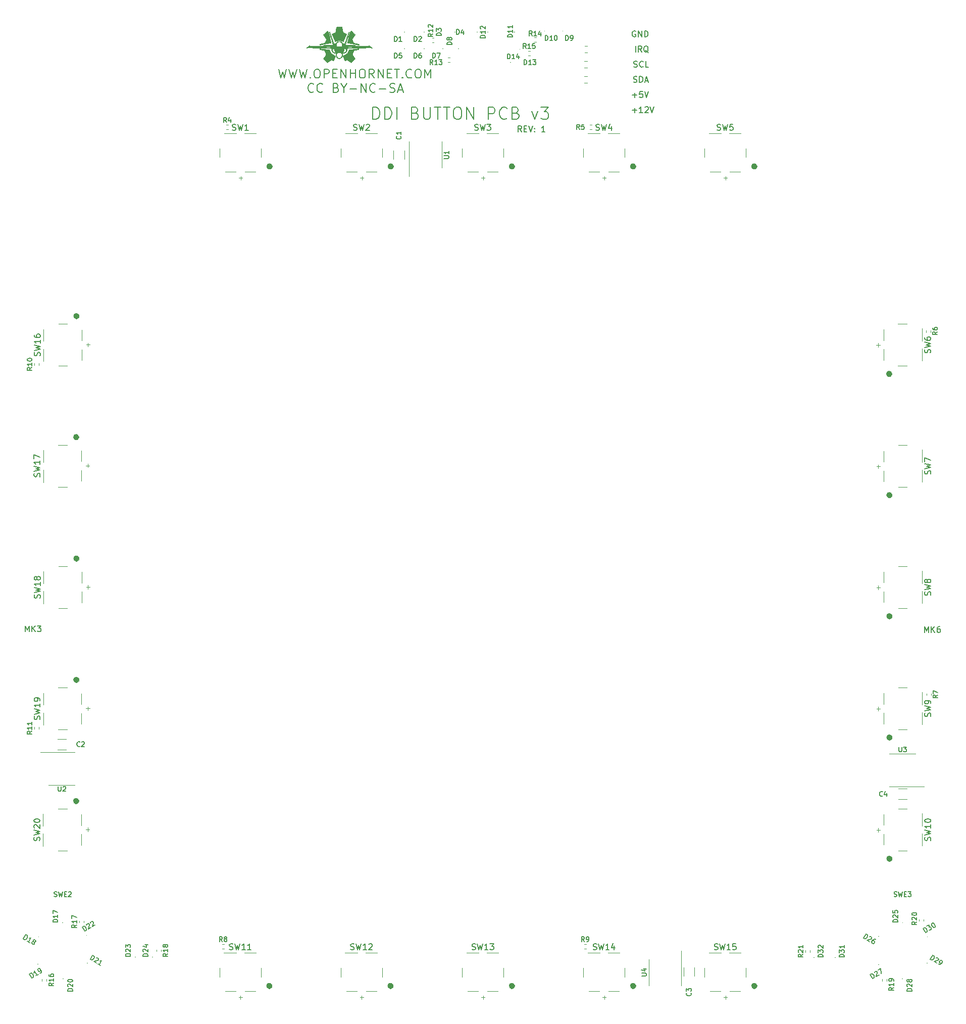
<source format=gbr>
G04 #@! TF.GenerationSoftware,KiCad,Pcbnew,8.0.6*
G04 #@! TF.CreationDate,2024-12-03T14:08:34-05:00*
G04 #@! TF.ProjectId,DDI,4444492e-6b69-4636-9164-5f7063625858,rev?*
G04 #@! TF.SameCoordinates,Original*
G04 #@! TF.FileFunction,Legend,Top*
G04 #@! TF.FilePolarity,Positive*
%FSLAX46Y46*%
G04 Gerber Fmt 4.6, Leading zero omitted, Abs format (unit mm)*
G04 Created by KiCad (PCBNEW 8.0.6) date 2024-12-03 14:08:34*
%MOMM*%
%LPD*%
G01*
G04 APERTURE LIST*
%ADD10C,0.150000*%
%ADD11C,0.200000*%
%ADD12C,0.120000*%
%ADD13C,0.100000*%
%ADD14C,0.010000*%
G04 APERTURE END LIST*
D10*
X232809718Y222311697D02*
X233571623Y222311697D01*
X233190670Y221930744D02*
X233190670Y222692649D01*
X234524003Y222930744D02*
X234047813Y222930744D01*
X234047813Y222930744D02*
X234000194Y222454554D01*
X234000194Y222454554D02*
X234047813Y222502173D01*
X234047813Y222502173D02*
X234143051Y222549792D01*
X234143051Y222549792D02*
X234381146Y222549792D01*
X234381146Y222549792D02*
X234476384Y222502173D01*
X234476384Y222502173D02*
X234524003Y222454554D01*
X234524003Y222454554D02*
X234571622Y222359316D01*
X234571622Y222359316D02*
X234571622Y222121221D01*
X234571622Y222121221D02*
X234524003Y222025983D01*
X234524003Y222025983D02*
X234476384Y221978364D01*
X234476384Y221978364D02*
X234381146Y221930744D01*
X234381146Y221930744D02*
X234143051Y221930744D01*
X234143051Y221930744D02*
X234047813Y221978364D01*
X234047813Y221978364D02*
X234000194Y222025983D01*
X234857337Y222930744D02*
X235190670Y221930744D01*
X235190670Y221930744D02*
X235524003Y222930744D01*
X233333528Y229550744D02*
X233333528Y230550744D01*
X234381146Y229550744D02*
X234047813Y230026935D01*
X233809718Y229550744D02*
X233809718Y230550744D01*
X233809718Y230550744D02*
X234190670Y230550744D01*
X234190670Y230550744D02*
X234285908Y230503125D01*
X234285908Y230503125D02*
X234333527Y230455506D01*
X234333527Y230455506D02*
X234381146Y230360268D01*
X234381146Y230360268D02*
X234381146Y230217411D01*
X234381146Y230217411D02*
X234333527Y230122173D01*
X234333527Y230122173D02*
X234285908Y230074554D01*
X234285908Y230074554D02*
X234190670Y230026935D01*
X234190670Y230026935D02*
X233809718Y230026935D01*
X235476384Y229455506D02*
X235381146Y229503125D01*
X235381146Y229503125D02*
X235285908Y229598364D01*
X235285908Y229598364D02*
X235143051Y229741221D01*
X235143051Y229741221D02*
X235047813Y229788840D01*
X235047813Y229788840D02*
X234952575Y229788840D01*
X235000194Y229550744D02*
X234904956Y229598364D01*
X234904956Y229598364D02*
X234809718Y229693602D01*
X234809718Y229693602D02*
X234762099Y229884078D01*
X234762099Y229884078D02*
X234762099Y230217411D01*
X234762099Y230217411D02*
X234809718Y230407887D01*
X234809718Y230407887D02*
X234904956Y230503125D01*
X234904956Y230503125D02*
X235000194Y230550744D01*
X235000194Y230550744D02*
X235190670Y230550744D01*
X235190670Y230550744D02*
X235285908Y230503125D01*
X235285908Y230503125D02*
X235381146Y230407887D01*
X235381146Y230407887D02*
X235428765Y230217411D01*
X235428765Y230217411D02*
X235428765Y229884078D01*
X235428765Y229884078D02*
X235381146Y229693602D01*
X235381146Y229693602D02*
X235285908Y229598364D01*
X235285908Y229598364D02*
X235190670Y229550744D01*
X235190670Y229550744D02*
X235000194Y229550744D01*
X233047813Y227058364D02*
X233190670Y227010744D01*
X233190670Y227010744D02*
X233428765Y227010744D01*
X233428765Y227010744D02*
X233524003Y227058364D01*
X233524003Y227058364D02*
X233571622Y227105983D01*
X233571622Y227105983D02*
X233619241Y227201221D01*
X233619241Y227201221D02*
X233619241Y227296459D01*
X233619241Y227296459D02*
X233571622Y227391697D01*
X233571622Y227391697D02*
X233524003Y227439316D01*
X233524003Y227439316D02*
X233428765Y227486935D01*
X233428765Y227486935D02*
X233238289Y227534554D01*
X233238289Y227534554D02*
X233143051Y227582173D01*
X233143051Y227582173D02*
X233095432Y227629792D01*
X233095432Y227629792D02*
X233047813Y227725030D01*
X233047813Y227725030D02*
X233047813Y227820268D01*
X233047813Y227820268D02*
X233095432Y227915506D01*
X233095432Y227915506D02*
X233143051Y227963125D01*
X233143051Y227963125D02*
X233238289Y228010744D01*
X233238289Y228010744D02*
X233476384Y228010744D01*
X233476384Y228010744D02*
X233619241Y227963125D01*
X234619241Y227105983D02*
X234571622Y227058364D01*
X234571622Y227058364D02*
X234428765Y227010744D01*
X234428765Y227010744D02*
X234333527Y227010744D01*
X234333527Y227010744D02*
X234190670Y227058364D01*
X234190670Y227058364D02*
X234095432Y227153602D01*
X234095432Y227153602D02*
X234047813Y227248840D01*
X234047813Y227248840D02*
X234000194Y227439316D01*
X234000194Y227439316D02*
X234000194Y227582173D01*
X234000194Y227582173D02*
X234047813Y227772649D01*
X234047813Y227772649D02*
X234095432Y227867887D01*
X234095432Y227867887D02*
X234190670Y227963125D01*
X234190670Y227963125D02*
X234333527Y228010744D01*
X234333527Y228010744D02*
X234428765Y228010744D01*
X234428765Y228010744D02*
X234571622Y227963125D01*
X234571622Y227963125D02*
X234619241Y227915506D01*
X235524003Y227010744D02*
X235047813Y227010744D01*
X235047813Y227010744D02*
X235047813Y228010744D01*
X232787337Y219771697D02*
X233549242Y219771697D01*
X233168289Y219390744D02*
X233168289Y220152649D01*
X234549241Y219390744D02*
X233977813Y219390744D01*
X234263527Y219390744D02*
X234263527Y220390744D01*
X234263527Y220390744D02*
X234168289Y220247887D01*
X234168289Y220247887D02*
X234073051Y220152649D01*
X234073051Y220152649D02*
X233977813Y220105030D01*
X234930194Y220295506D02*
X234977813Y220343125D01*
X234977813Y220343125D02*
X235073051Y220390744D01*
X235073051Y220390744D02*
X235311146Y220390744D01*
X235311146Y220390744D02*
X235406384Y220343125D01*
X235406384Y220343125D02*
X235454003Y220295506D01*
X235454003Y220295506D02*
X235501622Y220200268D01*
X235501622Y220200268D02*
X235501622Y220105030D01*
X235501622Y220105030D02*
X235454003Y219962173D01*
X235454003Y219962173D02*
X234882575Y219390744D01*
X234882575Y219390744D02*
X235501622Y219390744D01*
X235787337Y220390744D02*
X236120670Y219390744D01*
X236120670Y219390744D02*
X236454003Y220390744D01*
X233000194Y224518364D02*
X233143051Y224470744D01*
X233143051Y224470744D02*
X233381146Y224470744D01*
X233381146Y224470744D02*
X233476384Y224518364D01*
X233476384Y224518364D02*
X233524003Y224565983D01*
X233524003Y224565983D02*
X233571622Y224661221D01*
X233571622Y224661221D02*
X233571622Y224756459D01*
X233571622Y224756459D02*
X233524003Y224851697D01*
X233524003Y224851697D02*
X233476384Y224899316D01*
X233476384Y224899316D02*
X233381146Y224946935D01*
X233381146Y224946935D02*
X233190670Y224994554D01*
X233190670Y224994554D02*
X233095432Y225042173D01*
X233095432Y225042173D02*
X233047813Y225089792D01*
X233047813Y225089792D02*
X233000194Y225185030D01*
X233000194Y225185030D02*
X233000194Y225280268D01*
X233000194Y225280268D02*
X233047813Y225375506D01*
X233047813Y225375506D02*
X233095432Y225423125D01*
X233095432Y225423125D02*
X233190670Y225470744D01*
X233190670Y225470744D02*
X233428765Y225470744D01*
X233428765Y225470744D02*
X233571622Y225423125D01*
X234000194Y224470744D02*
X234000194Y225470744D01*
X234000194Y225470744D02*
X234238289Y225470744D01*
X234238289Y225470744D02*
X234381146Y225423125D01*
X234381146Y225423125D02*
X234476384Y225327887D01*
X234476384Y225327887D02*
X234524003Y225232649D01*
X234524003Y225232649D02*
X234571622Y225042173D01*
X234571622Y225042173D02*
X234571622Y224899316D01*
X234571622Y224899316D02*
X234524003Y224708840D01*
X234524003Y224708840D02*
X234476384Y224613602D01*
X234476384Y224613602D02*
X234381146Y224518364D01*
X234381146Y224518364D02*
X234238289Y224470744D01*
X234238289Y224470744D02*
X234000194Y224470744D01*
X234952575Y224756459D02*
X235428765Y224756459D01*
X234857337Y224470744D02*
X235190670Y225470744D01*
X235190670Y225470744D02*
X235524003Y224470744D01*
X233333527Y233043125D02*
X233238289Y233090744D01*
X233238289Y233090744D02*
X233095432Y233090744D01*
X233095432Y233090744D02*
X232952575Y233043125D01*
X232952575Y233043125D02*
X232857337Y232947887D01*
X232857337Y232947887D02*
X232809718Y232852649D01*
X232809718Y232852649D02*
X232762099Y232662173D01*
X232762099Y232662173D02*
X232762099Y232519316D01*
X232762099Y232519316D02*
X232809718Y232328840D01*
X232809718Y232328840D02*
X232857337Y232233602D01*
X232857337Y232233602D02*
X232952575Y232138364D01*
X232952575Y232138364D02*
X233095432Y232090744D01*
X233095432Y232090744D02*
X233190670Y232090744D01*
X233190670Y232090744D02*
X233333527Y232138364D01*
X233333527Y232138364D02*
X233381146Y232185983D01*
X233381146Y232185983D02*
X233381146Y232519316D01*
X233381146Y232519316D02*
X233190670Y232519316D01*
X233809718Y232090744D02*
X233809718Y233090744D01*
X233809718Y233090744D02*
X234381146Y232090744D01*
X234381146Y232090744D02*
X234381146Y233090744D01*
X234857337Y232090744D02*
X234857337Y233090744D01*
X234857337Y233090744D02*
X235095432Y233090744D01*
X235095432Y233090744D02*
X235238289Y233043125D01*
X235238289Y233043125D02*
X235333527Y232947887D01*
X235333527Y232947887D02*
X235381146Y232852649D01*
X235381146Y232852649D02*
X235428765Y232662173D01*
X235428765Y232662173D02*
X235428765Y232519316D01*
X235428765Y232519316D02*
X235381146Y232328840D01*
X235381146Y232328840D02*
X235333527Y232233602D01*
X235333527Y232233602D02*
X235238289Y232138364D01*
X235238289Y232138364D02*
X235095432Y232090744D01*
X235095432Y232090744D02*
X234857337Y232090744D01*
D11*
X189301258Y218295725D02*
X189301258Y220295725D01*
X189301258Y220295725D02*
X189777448Y220295725D01*
X189777448Y220295725D02*
X190063163Y220200487D01*
X190063163Y220200487D02*
X190253639Y220010011D01*
X190253639Y220010011D02*
X190348877Y219819535D01*
X190348877Y219819535D02*
X190444115Y219438583D01*
X190444115Y219438583D02*
X190444115Y219152868D01*
X190444115Y219152868D02*
X190348877Y218771916D01*
X190348877Y218771916D02*
X190253639Y218581440D01*
X190253639Y218581440D02*
X190063163Y218390964D01*
X190063163Y218390964D02*
X189777448Y218295725D01*
X189777448Y218295725D02*
X189301258Y218295725D01*
X191301258Y218295725D02*
X191301258Y220295725D01*
X191301258Y220295725D02*
X191777448Y220295725D01*
X191777448Y220295725D02*
X192063163Y220200487D01*
X192063163Y220200487D02*
X192253639Y220010011D01*
X192253639Y220010011D02*
X192348877Y219819535D01*
X192348877Y219819535D02*
X192444115Y219438583D01*
X192444115Y219438583D02*
X192444115Y219152868D01*
X192444115Y219152868D02*
X192348877Y218771916D01*
X192348877Y218771916D02*
X192253639Y218581440D01*
X192253639Y218581440D02*
X192063163Y218390964D01*
X192063163Y218390964D02*
X191777448Y218295725D01*
X191777448Y218295725D02*
X191301258Y218295725D01*
X193301258Y218295725D02*
X193301258Y220295725D01*
X196444116Y219343344D02*
X196729830Y219248106D01*
X196729830Y219248106D02*
X196825068Y219152868D01*
X196825068Y219152868D02*
X196920306Y218962392D01*
X196920306Y218962392D02*
X196920306Y218676678D01*
X196920306Y218676678D02*
X196825068Y218486202D01*
X196825068Y218486202D02*
X196729830Y218390964D01*
X196729830Y218390964D02*
X196539354Y218295725D01*
X196539354Y218295725D02*
X195777449Y218295725D01*
X195777449Y218295725D02*
X195777449Y220295725D01*
X195777449Y220295725D02*
X196444116Y220295725D01*
X196444116Y220295725D02*
X196634592Y220200487D01*
X196634592Y220200487D02*
X196729830Y220105249D01*
X196729830Y220105249D02*
X196825068Y219914773D01*
X196825068Y219914773D02*
X196825068Y219724297D01*
X196825068Y219724297D02*
X196729830Y219533821D01*
X196729830Y219533821D02*
X196634592Y219438583D01*
X196634592Y219438583D02*
X196444116Y219343344D01*
X196444116Y219343344D02*
X195777449Y219343344D01*
X197777449Y220295725D02*
X197777449Y218676678D01*
X197777449Y218676678D02*
X197872687Y218486202D01*
X197872687Y218486202D02*
X197967925Y218390964D01*
X197967925Y218390964D02*
X198158401Y218295725D01*
X198158401Y218295725D02*
X198539354Y218295725D01*
X198539354Y218295725D02*
X198729830Y218390964D01*
X198729830Y218390964D02*
X198825068Y218486202D01*
X198825068Y218486202D02*
X198920306Y218676678D01*
X198920306Y218676678D02*
X198920306Y220295725D01*
X199586973Y220295725D02*
X200729830Y220295725D01*
X200158401Y218295725D02*
X200158401Y220295725D01*
X201110783Y220295725D02*
X202253640Y220295725D01*
X201682211Y218295725D02*
X201682211Y220295725D01*
X203301259Y220295725D02*
X203682212Y220295725D01*
X203682212Y220295725D02*
X203872688Y220200487D01*
X203872688Y220200487D02*
X204063164Y220010011D01*
X204063164Y220010011D02*
X204158402Y219629059D01*
X204158402Y219629059D02*
X204158402Y218962392D01*
X204158402Y218962392D02*
X204063164Y218581440D01*
X204063164Y218581440D02*
X203872688Y218390964D01*
X203872688Y218390964D02*
X203682212Y218295725D01*
X203682212Y218295725D02*
X203301259Y218295725D01*
X203301259Y218295725D02*
X203110783Y218390964D01*
X203110783Y218390964D02*
X202920307Y218581440D01*
X202920307Y218581440D02*
X202825069Y218962392D01*
X202825069Y218962392D02*
X202825069Y219629059D01*
X202825069Y219629059D02*
X202920307Y220010011D01*
X202920307Y220010011D02*
X203110783Y220200487D01*
X203110783Y220200487D02*
X203301259Y220295725D01*
X205015545Y218295725D02*
X205015545Y220295725D01*
X205015545Y220295725D02*
X206158402Y218295725D01*
X206158402Y218295725D02*
X206158402Y220295725D01*
X208634593Y218295725D02*
X208634593Y220295725D01*
X208634593Y220295725D02*
X209396498Y220295725D01*
X209396498Y220295725D02*
X209586974Y220200487D01*
X209586974Y220200487D02*
X209682212Y220105249D01*
X209682212Y220105249D02*
X209777450Y219914773D01*
X209777450Y219914773D02*
X209777450Y219629059D01*
X209777450Y219629059D02*
X209682212Y219438583D01*
X209682212Y219438583D02*
X209586974Y219343344D01*
X209586974Y219343344D02*
X209396498Y219248106D01*
X209396498Y219248106D02*
X208634593Y219248106D01*
X211777450Y218486202D02*
X211682212Y218390964D01*
X211682212Y218390964D02*
X211396498Y218295725D01*
X211396498Y218295725D02*
X211206022Y218295725D01*
X211206022Y218295725D02*
X210920307Y218390964D01*
X210920307Y218390964D02*
X210729831Y218581440D01*
X210729831Y218581440D02*
X210634593Y218771916D01*
X210634593Y218771916D02*
X210539355Y219152868D01*
X210539355Y219152868D02*
X210539355Y219438583D01*
X210539355Y219438583D02*
X210634593Y219819535D01*
X210634593Y219819535D02*
X210729831Y220010011D01*
X210729831Y220010011D02*
X210920307Y220200487D01*
X210920307Y220200487D02*
X211206022Y220295725D01*
X211206022Y220295725D02*
X211396498Y220295725D01*
X211396498Y220295725D02*
X211682212Y220200487D01*
X211682212Y220200487D02*
X211777450Y220105249D01*
X213301260Y219343344D02*
X213586974Y219248106D01*
X213586974Y219248106D02*
X213682212Y219152868D01*
X213682212Y219152868D02*
X213777450Y218962392D01*
X213777450Y218962392D02*
X213777450Y218676678D01*
X213777450Y218676678D02*
X213682212Y218486202D01*
X213682212Y218486202D02*
X213586974Y218390964D01*
X213586974Y218390964D02*
X213396498Y218295725D01*
X213396498Y218295725D02*
X212634593Y218295725D01*
X212634593Y218295725D02*
X212634593Y220295725D01*
X212634593Y220295725D02*
X213301260Y220295725D01*
X213301260Y220295725D02*
X213491736Y220200487D01*
X213491736Y220200487D02*
X213586974Y220105249D01*
X213586974Y220105249D02*
X213682212Y219914773D01*
X213682212Y219914773D02*
X213682212Y219724297D01*
X213682212Y219724297D02*
X213586974Y219533821D01*
X213586974Y219533821D02*
X213491736Y219438583D01*
X213491736Y219438583D02*
X213301260Y219343344D01*
X213301260Y219343344D02*
X212634593Y219343344D01*
X215967927Y219629059D02*
X216444117Y218295725D01*
X216444117Y218295725D02*
X216920308Y219629059D01*
X217491737Y220295725D02*
X218729832Y220295725D01*
X218729832Y220295725D02*
X218063165Y219533821D01*
X218063165Y219533821D02*
X218348880Y219533821D01*
X218348880Y219533821D02*
X218539356Y219438583D01*
X218539356Y219438583D02*
X218634594Y219343344D01*
X218634594Y219343344D02*
X218729832Y219152868D01*
X218729832Y219152868D02*
X218729832Y218676678D01*
X218729832Y218676678D02*
X218634594Y218486202D01*
X218634594Y218486202D02*
X218539356Y218390964D01*
X218539356Y218390964D02*
X218348880Y218295725D01*
X218348880Y218295725D02*
X217777451Y218295725D01*
X217777451Y218295725D02*
X217586975Y218390964D01*
X217586975Y218390964D02*
X217491737Y218486202D01*
D10*
X214211159Y216166744D02*
X213877826Y216642935D01*
X213639731Y216166744D02*
X213639731Y217166744D01*
X213639731Y217166744D02*
X214020683Y217166744D01*
X214020683Y217166744D02*
X214115921Y217119125D01*
X214115921Y217119125D02*
X214163540Y217071506D01*
X214163540Y217071506D02*
X214211159Y216976268D01*
X214211159Y216976268D02*
X214211159Y216833411D01*
X214211159Y216833411D02*
X214163540Y216738173D01*
X214163540Y216738173D02*
X214115921Y216690554D01*
X214115921Y216690554D02*
X214020683Y216642935D01*
X214020683Y216642935D02*
X213639731Y216642935D01*
X214639731Y216690554D02*
X214973064Y216690554D01*
X215115921Y216166744D02*
X214639731Y216166744D01*
X214639731Y216166744D02*
X214639731Y217166744D01*
X214639731Y217166744D02*
X215115921Y217166744D01*
X215401636Y217166744D02*
X215734969Y216166744D01*
X215734969Y216166744D02*
X216068302Y217166744D01*
X216401636Y216261983D02*
X216449255Y216214364D01*
X216449255Y216214364D02*
X216401636Y216166744D01*
X216401636Y216166744D02*
X216354017Y216214364D01*
X216354017Y216214364D02*
X216401636Y216261983D01*
X216401636Y216261983D02*
X216401636Y216166744D01*
X216401636Y216785792D02*
X216449255Y216738173D01*
X216449255Y216738173D02*
X216401636Y216690554D01*
X216401636Y216690554D02*
X216354017Y216738173D01*
X216354017Y216738173D02*
X216401636Y216785792D01*
X216401636Y216785792D02*
X216401636Y216690554D01*
X218163540Y216166744D02*
X217592112Y216166744D01*
X217877826Y216166744D02*
X217877826Y217166744D01*
X217877826Y217166744D02*
X217782588Y217023887D01*
X217782588Y217023887D02*
X217687350Y216928649D01*
X217687350Y216928649D02*
X217592112Y216881030D01*
D11*
X173526395Y226695493D02*
X173883538Y225195493D01*
X173883538Y225195493D02*
X174169252Y226266922D01*
X174169252Y226266922D02*
X174454967Y225195493D01*
X174454967Y225195493D02*
X174812110Y226695493D01*
X175240681Y226695493D02*
X175597824Y225195493D01*
X175597824Y225195493D02*
X175883538Y226266922D01*
X175883538Y226266922D02*
X176169253Y225195493D01*
X176169253Y225195493D02*
X176526396Y226695493D01*
X176954967Y226695493D02*
X177312110Y225195493D01*
X177312110Y225195493D02*
X177597824Y226266922D01*
X177597824Y226266922D02*
X177883539Y225195493D01*
X177883539Y225195493D02*
X178240682Y226695493D01*
X178812110Y225338350D02*
X178883539Y225266922D01*
X178883539Y225266922D02*
X178812110Y225195493D01*
X178812110Y225195493D02*
X178740682Y225266922D01*
X178740682Y225266922D02*
X178812110Y225338350D01*
X178812110Y225338350D02*
X178812110Y225195493D01*
X179812111Y226695493D02*
X180097825Y226695493D01*
X180097825Y226695493D02*
X180240682Y226624064D01*
X180240682Y226624064D02*
X180383539Y226481207D01*
X180383539Y226481207D02*
X180454968Y226195493D01*
X180454968Y226195493D02*
X180454968Y225695493D01*
X180454968Y225695493D02*
X180383539Y225409779D01*
X180383539Y225409779D02*
X180240682Y225266922D01*
X180240682Y225266922D02*
X180097825Y225195493D01*
X180097825Y225195493D02*
X179812111Y225195493D01*
X179812111Y225195493D02*
X179669254Y225266922D01*
X179669254Y225266922D02*
X179526396Y225409779D01*
X179526396Y225409779D02*
X179454968Y225695493D01*
X179454968Y225695493D02*
X179454968Y226195493D01*
X179454968Y226195493D02*
X179526396Y226481207D01*
X179526396Y226481207D02*
X179669254Y226624064D01*
X179669254Y226624064D02*
X179812111Y226695493D01*
X181097825Y225195493D02*
X181097825Y226695493D01*
X181097825Y226695493D02*
X181669254Y226695493D01*
X181669254Y226695493D02*
X181812111Y226624064D01*
X181812111Y226624064D02*
X181883540Y226552636D01*
X181883540Y226552636D02*
X181954968Y226409779D01*
X181954968Y226409779D02*
X181954968Y226195493D01*
X181954968Y226195493D02*
X181883540Y226052636D01*
X181883540Y226052636D02*
X181812111Y225981207D01*
X181812111Y225981207D02*
X181669254Y225909779D01*
X181669254Y225909779D02*
X181097825Y225909779D01*
X182597825Y225981207D02*
X183097825Y225981207D01*
X183312111Y225195493D02*
X182597825Y225195493D01*
X182597825Y225195493D02*
X182597825Y226695493D01*
X182597825Y226695493D02*
X183312111Y226695493D01*
X183954968Y225195493D02*
X183954968Y226695493D01*
X183954968Y226695493D02*
X184812111Y225195493D01*
X184812111Y225195493D02*
X184812111Y226695493D01*
X185526397Y225195493D02*
X185526397Y226695493D01*
X185526397Y225981207D02*
X186383540Y225981207D01*
X186383540Y225195493D02*
X186383540Y226695493D01*
X187383541Y226695493D02*
X187669255Y226695493D01*
X187669255Y226695493D02*
X187812112Y226624064D01*
X187812112Y226624064D02*
X187954969Y226481207D01*
X187954969Y226481207D02*
X188026398Y226195493D01*
X188026398Y226195493D02*
X188026398Y225695493D01*
X188026398Y225695493D02*
X187954969Y225409779D01*
X187954969Y225409779D02*
X187812112Y225266922D01*
X187812112Y225266922D02*
X187669255Y225195493D01*
X187669255Y225195493D02*
X187383541Y225195493D01*
X187383541Y225195493D02*
X187240684Y225266922D01*
X187240684Y225266922D02*
X187097826Y225409779D01*
X187097826Y225409779D02*
X187026398Y225695493D01*
X187026398Y225695493D02*
X187026398Y226195493D01*
X187026398Y226195493D02*
X187097826Y226481207D01*
X187097826Y226481207D02*
X187240684Y226624064D01*
X187240684Y226624064D02*
X187383541Y226695493D01*
X189526398Y225195493D02*
X189026398Y225909779D01*
X188669255Y225195493D02*
X188669255Y226695493D01*
X188669255Y226695493D02*
X189240684Y226695493D01*
X189240684Y226695493D02*
X189383541Y226624064D01*
X189383541Y226624064D02*
X189454970Y226552636D01*
X189454970Y226552636D02*
X189526398Y226409779D01*
X189526398Y226409779D02*
X189526398Y226195493D01*
X189526398Y226195493D02*
X189454970Y226052636D01*
X189454970Y226052636D02*
X189383541Y225981207D01*
X189383541Y225981207D02*
X189240684Y225909779D01*
X189240684Y225909779D02*
X188669255Y225909779D01*
X190169255Y225195493D02*
X190169255Y226695493D01*
X190169255Y226695493D02*
X191026398Y225195493D01*
X191026398Y225195493D02*
X191026398Y226695493D01*
X191740684Y225981207D02*
X192240684Y225981207D01*
X192454970Y225195493D02*
X191740684Y225195493D01*
X191740684Y225195493D02*
X191740684Y226695493D01*
X191740684Y226695493D02*
X192454970Y226695493D01*
X192883542Y226695493D02*
X193740685Y226695493D01*
X193312113Y225195493D02*
X193312113Y226695493D01*
X194240684Y225338350D02*
X194312113Y225266922D01*
X194312113Y225266922D02*
X194240684Y225195493D01*
X194240684Y225195493D02*
X194169256Y225266922D01*
X194169256Y225266922D02*
X194240684Y225338350D01*
X194240684Y225338350D02*
X194240684Y225195493D01*
X195812113Y225338350D02*
X195740685Y225266922D01*
X195740685Y225266922D02*
X195526399Y225195493D01*
X195526399Y225195493D02*
X195383542Y225195493D01*
X195383542Y225195493D02*
X195169256Y225266922D01*
X195169256Y225266922D02*
X195026399Y225409779D01*
X195026399Y225409779D02*
X194954970Y225552636D01*
X194954970Y225552636D02*
X194883542Y225838350D01*
X194883542Y225838350D02*
X194883542Y226052636D01*
X194883542Y226052636D02*
X194954970Y226338350D01*
X194954970Y226338350D02*
X195026399Y226481207D01*
X195026399Y226481207D02*
X195169256Y226624064D01*
X195169256Y226624064D02*
X195383542Y226695493D01*
X195383542Y226695493D02*
X195526399Y226695493D01*
X195526399Y226695493D02*
X195740685Y226624064D01*
X195740685Y226624064D02*
X195812113Y226552636D01*
X196740685Y226695493D02*
X197026399Y226695493D01*
X197026399Y226695493D02*
X197169256Y226624064D01*
X197169256Y226624064D02*
X197312113Y226481207D01*
X197312113Y226481207D02*
X197383542Y226195493D01*
X197383542Y226195493D02*
X197383542Y225695493D01*
X197383542Y225695493D02*
X197312113Y225409779D01*
X197312113Y225409779D02*
X197169256Y225266922D01*
X197169256Y225266922D02*
X197026399Y225195493D01*
X197026399Y225195493D02*
X196740685Y225195493D01*
X196740685Y225195493D02*
X196597828Y225266922D01*
X196597828Y225266922D02*
X196454970Y225409779D01*
X196454970Y225409779D02*
X196383542Y225695493D01*
X196383542Y225695493D02*
X196383542Y226195493D01*
X196383542Y226195493D02*
X196454970Y226481207D01*
X196454970Y226481207D02*
X196597828Y226624064D01*
X196597828Y226624064D02*
X196740685Y226695493D01*
X198026399Y225195493D02*
X198026399Y226695493D01*
X198026399Y226695493D02*
X198526399Y225624064D01*
X198526399Y225624064D02*
X199026399Y226695493D01*
X199026399Y226695493D02*
X199026399Y225195493D01*
X179347826Y222923434D02*
X179276398Y222852006D01*
X179276398Y222852006D02*
X179062112Y222780577D01*
X179062112Y222780577D02*
X178919255Y222780577D01*
X178919255Y222780577D02*
X178704969Y222852006D01*
X178704969Y222852006D02*
X178562112Y222994863D01*
X178562112Y222994863D02*
X178490683Y223137720D01*
X178490683Y223137720D02*
X178419255Y223423434D01*
X178419255Y223423434D02*
X178419255Y223637720D01*
X178419255Y223637720D02*
X178490683Y223923434D01*
X178490683Y223923434D02*
X178562112Y224066291D01*
X178562112Y224066291D02*
X178704969Y224209148D01*
X178704969Y224209148D02*
X178919255Y224280577D01*
X178919255Y224280577D02*
X179062112Y224280577D01*
X179062112Y224280577D02*
X179276398Y224209148D01*
X179276398Y224209148D02*
X179347826Y224137720D01*
X180847826Y222923434D02*
X180776398Y222852006D01*
X180776398Y222852006D02*
X180562112Y222780577D01*
X180562112Y222780577D02*
X180419255Y222780577D01*
X180419255Y222780577D02*
X180204969Y222852006D01*
X180204969Y222852006D02*
X180062112Y222994863D01*
X180062112Y222994863D02*
X179990683Y223137720D01*
X179990683Y223137720D02*
X179919255Y223423434D01*
X179919255Y223423434D02*
X179919255Y223637720D01*
X179919255Y223637720D02*
X179990683Y223923434D01*
X179990683Y223923434D02*
X180062112Y224066291D01*
X180062112Y224066291D02*
X180204969Y224209148D01*
X180204969Y224209148D02*
X180419255Y224280577D01*
X180419255Y224280577D02*
X180562112Y224280577D01*
X180562112Y224280577D02*
X180776398Y224209148D01*
X180776398Y224209148D02*
X180847826Y224137720D01*
X183133540Y223566291D02*
X183347826Y223494863D01*
X183347826Y223494863D02*
X183419255Y223423434D01*
X183419255Y223423434D02*
X183490683Y223280577D01*
X183490683Y223280577D02*
X183490683Y223066291D01*
X183490683Y223066291D02*
X183419255Y222923434D01*
X183419255Y222923434D02*
X183347826Y222852006D01*
X183347826Y222852006D02*
X183204969Y222780577D01*
X183204969Y222780577D02*
X182633540Y222780577D01*
X182633540Y222780577D02*
X182633540Y224280577D01*
X182633540Y224280577D02*
X183133540Y224280577D01*
X183133540Y224280577D02*
X183276398Y224209148D01*
X183276398Y224209148D02*
X183347826Y224137720D01*
X183347826Y224137720D02*
X183419255Y223994863D01*
X183419255Y223994863D02*
X183419255Y223852006D01*
X183419255Y223852006D02*
X183347826Y223709148D01*
X183347826Y223709148D02*
X183276398Y223637720D01*
X183276398Y223637720D02*
X183133540Y223566291D01*
X183133540Y223566291D02*
X182633540Y223566291D01*
X184419255Y223494863D02*
X184419255Y222780577D01*
X183919255Y224280577D02*
X184419255Y223494863D01*
X184419255Y223494863D02*
X184919255Y224280577D01*
X185419254Y223352006D02*
X186562112Y223352006D01*
X187276397Y222780577D02*
X187276397Y224280577D01*
X187276397Y224280577D02*
X188133540Y222780577D01*
X188133540Y222780577D02*
X188133540Y224280577D01*
X189704969Y222923434D02*
X189633541Y222852006D01*
X189633541Y222852006D02*
X189419255Y222780577D01*
X189419255Y222780577D02*
X189276398Y222780577D01*
X189276398Y222780577D02*
X189062112Y222852006D01*
X189062112Y222852006D02*
X188919255Y222994863D01*
X188919255Y222994863D02*
X188847826Y223137720D01*
X188847826Y223137720D02*
X188776398Y223423434D01*
X188776398Y223423434D02*
X188776398Y223637720D01*
X188776398Y223637720D02*
X188847826Y223923434D01*
X188847826Y223923434D02*
X188919255Y224066291D01*
X188919255Y224066291D02*
X189062112Y224209148D01*
X189062112Y224209148D02*
X189276398Y224280577D01*
X189276398Y224280577D02*
X189419255Y224280577D01*
X189419255Y224280577D02*
X189633541Y224209148D01*
X189633541Y224209148D02*
X189704969Y224137720D01*
X190347826Y223352006D02*
X191490684Y223352006D01*
X192133541Y222852006D02*
X192347827Y222780577D01*
X192347827Y222780577D02*
X192704969Y222780577D01*
X192704969Y222780577D02*
X192847827Y222852006D01*
X192847827Y222852006D02*
X192919255Y222923434D01*
X192919255Y222923434D02*
X192990684Y223066291D01*
X192990684Y223066291D02*
X192990684Y223209148D01*
X192990684Y223209148D02*
X192919255Y223352006D01*
X192919255Y223352006D02*
X192847827Y223423434D01*
X192847827Y223423434D02*
X192704969Y223494863D01*
X192704969Y223494863D02*
X192419255Y223566291D01*
X192419255Y223566291D02*
X192276398Y223637720D01*
X192276398Y223637720D02*
X192204969Y223709148D01*
X192204969Y223709148D02*
X192133541Y223852006D01*
X192133541Y223852006D02*
X192133541Y223994863D01*
X192133541Y223994863D02*
X192204969Y224137720D01*
X192204969Y224137720D02*
X192276398Y224209148D01*
X192276398Y224209148D02*
X192419255Y224280577D01*
X192419255Y224280577D02*
X192776398Y224280577D01*
X192776398Y224280577D02*
X192990684Y224209148D01*
X193562112Y223209148D02*
X194276398Y223209148D01*
X193419255Y222780577D02*
X193919255Y224280577D01*
X193919255Y224280577D02*
X194419255Y222780577D01*
D10*
X193950853Y215447216D02*
X193988949Y215409120D01*
X193988949Y215409120D02*
X194027044Y215294835D01*
X194027044Y215294835D02*
X194027044Y215218644D01*
X194027044Y215218644D02*
X193988949Y215104358D01*
X193988949Y215104358D02*
X193912758Y215028168D01*
X193912758Y215028168D02*
X193836568Y214990073D01*
X193836568Y214990073D02*
X193684187Y214951977D01*
X193684187Y214951977D02*
X193569901Y214951977D01*
X193569901Y214951977D02*
X193417520Y214990073D01*
X193417520Y214990073D02*
X193341329Y215028168D01*
X193341329Y215028168D02*
X193265139Y215104358D01*
X193265139Y215104358D02*
X193227044Y215218644D01*
X193227044Y215218644D02*
X193227044Y215294835D01*
X193227044Y215294835D02*
X193265139Y215409120D01*
X193265139Y215409120D02*
X193303234Y215447216D01*
X194027044Y216209120D02*
X194027044Y215751977D01*
X194027044Y215980549D02*
X193227044Y215980549D01*
X193227044Y215980549D02*
X193341329Y215904358D01*
X193341329Y215904358D02*
X193417520Y215828168D01*
X193417520Y215828168D02*
X193455615Y215751977D01*
X140186358Y113227719D02*
X140148262Y113189624D01*
X140148262Y113189624D02*
X140033977Y113151528D01*
X140033977Y113151528D02*
X139957786Y113151528D01*
X139957786Y113151528D02*
X139843500Y113189624D01*
X139843500Y113189624D02*
X139767310Y113265814D01*
X139767310Y113265814D02*
X139729215Y113342004D01*
X139729215Y113342004D02*
X139691119Y113494385D01*
X139691119Y113494385D02*
X139691119Y113608671D01*
X139691119Y113608671D02*
X139729215Y113761052D01*
X139729215Y113761052D02*
X139767310Y113837243D01*
X139767310Y113837243D02*
X139843500Y113913433D01*
X139843500Y113913433D02*
X139957786Y113951528D01*
X139957786Y113951528D02*
X140033977Y113951528D01*
X140033977Y113951528D02*
X140148262Y113913433D01*
X140148262Y113913433D02*
X140186358Y113875338D01*
X140491119Y113875338D02*
X140529215Y113913433D01*
X140529215Y113913433D02*
X140605405Y113951528D01*
X140605405Y113951528D02*
X140795881Y113951528D01*
X140795881Y113951528D02*
X140872072Y113913433D01*
X140872072Y113913433D02*
X140910167Y113875338D01*
X140910167Y113875338D02*
X140948262Y113799147D01*
X140948262Y113799147D02*
X140948262Y113722957D01*
X140948262Y113722957D02*
X140910167Y113608671D01*
X140910167Y113608671D02*
X140453024Y113151528D01*
X140453024Y113151528D02*
X140948262Y113151528D01*
X242586795Y71851491D02*
X242624891Y71813395D01*
X242624891Y71813395D02*
X242662986Y71699110D01*
X242662986Y71699110D02*
X242662986Y71622919D01*
X242662986Y71622919D02*
X242624891Y71508633D01*
X242624891Y71508633D02*
X242548700Y71432443D01*
X242548700Y71432443D02*
X242472510Y71394348D01*
X242472510Y71394348D02*
X242320129Y71356252D01*
X242320129Y71356252D02*
X242205843Y71356252D01*
X242205843Y71356252D02*
X242053462Y71394348D01*
X242053462Y71394348D02*
X241977271Y71432443D01*
X241977271Y71432443D02*
X241901081Y71508633D01*
X241901081Y71508633D02*
X241862986Y71622919D01*
X241862986Y71622919D02*
X241862986Y71699110D01*
X241862986Y71699110D02*
X241901081Y71813395D01*
X241901081Y71813395D02*
X241939176Y71851491D01*
X241862986Y72118157D02*
X241862986Y72613395D01*
X241862986Y72613395D02*
X242167748Y72346729D01*
X242167748Y72346729D02*
X242167748Y72461014D01*
X242167748Y72461014D02*
X242205843Y72537205D01*
X242205843Y72537205D02*
X242243938Y72575300D01*
X242243938Y72575300D02*
X242320129Y72613395D01*
X242320129Y72613395D02*
X242510605Y72613395D01*
X242510605Y72613395D02*
X242586795Y72575300D01*
X242586795Y72575300D02*
X242624891Y72537205D01*
X242624891Y72537205D02*
X242662986Y72461014D01*
X242662986Y72461014D02*
X242662986Y72232443D01*
X242662986Y72232443D02*
X242624891Y72156252D01*
X242624891Y72156252D02*
X242586795Y72118157D01*
X274742858Y104909219D02*
X274704762Y104871124D01*
X274704762Y104871124D02*
X274590477Y104833028D01*
X274590477Y104833028D02*
X274514286Y104833028D01*
X274514286Y104833028D02*
X274400000Y104871124D01*
X274400000Y104871124D02*
X274323810Y104947314D01*
X274323810Y104947314D02*
X274285715Y105023504D01*
X274285715Y105023504D02*
X274247619Y105175885D01*
X274247619Y105175885D02*
X274247619Y105290171D01*
X274247619Y105290171D02*
X274285715Y105442552D01*
X274285715Y105442552D02*
X274323810Y105518743D01*
X274323810Y105518743D02*
X274400000Y105594933D01*
X274400000Y105594933D02*
X274514286Y105633028D01*
X274514286Y105633028D02*
X274590477Y105633028D01*
X274590477Y105633028D02*
X274704762Y105594933D01*
X274704762Y105594933D02*
X274742858Y105556838D01*
X275428572Y105366362D02*
X275428572Y104833028D01*
X275238096Y105671124D02*
X275047619Y105099695D01*
X275047619Y105099695D02*
X275542858Y105099695D01*
X192942215Y231361528D02*
X192942215Y232161528D01*
X192942215Y232161528D02*
X193132691Y232161528D01*
X193132691Y232161528D02*
X193246977Y232123433D01*
X193246977Y232123433D02*
X193323167Y232047243D01*
X193323167Y232047243D02*
X193361262Y231971052D01*
X193361262Y231971052D02*
X193399358Y231818671D01*
X193399358Y231818671D02*
X193399358Y231704385D01*
X193399358Y231704385D02*
X193361262Y231552004D01*
X193361262Y231552004D02*
X193323167Y231475814D01*
X193323167Y231475814D02*
X193246977Y231399624D01*
X193246977Y231399624D02*
X193132691Y231361528D01*
X193132691Y231361528D02*
X192942215Y231361528D01*
X194161262Y231361528D02*
X193704119Y231361528D01*
X193932691Y231361528D02*
X193932691Y232161528D01*
X193932691Y232161528D02*
X193856500Y232047243D01*
X193856500Y232047243D02*
X193780310Y231971052D01*
X193780310Y231971052D02*
X193704119Y231932957D01*
X196244215Y231361528D02*
X196244215Y232161528D01*
X196244215Y232161528D02*
X196434691Y232161528D01*
X196434691Y232161528D02*
X196548977Y232123433D01*
X196548977Y232123433D02*
X196625167Y232047243D01*
X196625167Y232047243D02*
X196663262Y231971052D01*
X196663262Y231971052D02*
X196701358Y231818671D01*
X196701358Y231818671D02*
X196701358Y231704385D01*
X196701358Y231704385D02*
X196663262Y231552004D01*
X196663262Y231552004D02*
X196625167Y231475814D01*
X196625167Y231475814D02*
X196548977Y231399624D01*
X196548977Y231399624D02*
X196434691Y231361528D01*
X196434691Y231361528D02*
X196244215Y231361528D01*
X197006119Y232085338D02*
X197044215Y232123433D01*
X197044215Y232123433D02*
X197120405Y232161528D01*
X197120405Y232161528D02*
X197310881Y232161528D01*
X197310881Y232161528D02*
X197387072Y232123433D01*
X197387072Y232123433D02*
X197425167Y232085338D01*
X197425167Y232085338D02*
X197463262Y232009147D01*
X197463262Y232009147D02*
X197463262Y231932957D01*
X197463262Y231932957D02*
X197425167Y231818671D01*
X197425167Y231818671D02*
X196968024Y231361528D01*
X196968024Y231361528D02*
X197463262Y231361528D01*
X200752986Y232303348D02*
X199952986Y232303348D01*
X199952986Y232303348D02*
X199952986Y232493824D01*
X199952986Y232493824D02*
X199991081Y232608110D01*
X199991081Y232608110D02*
X200067271Y232684300D01*
X200067271Y232684300D02*
X200143462Y232722395D01*
X200143462Y232722395D02*
X200295843Y232760491D01*
X200295843Y232760491D02*
X200410129Y232760491D01*
X200410129Y232760491D02*
X200562510Y232722395D01*
X200562510Y232722395D02*
X200638700Y232684300D01*
X200638700Y232684300D02*
X200714891Y232608110D01*
X200714891Y232608110D02*
X200752986Y232493824D01*
X200752986Y232493824D02*
X200752986Y232303348D01*
X199952986Y233027157D02*
X199952986Y233522395D01*
X199952986Y233522395D02*
X200257748Y233255729D01*
X200257748Y233255729D02*
X200257748Y233370014D01*
X200257748Y233370014D02*
X200295843Y233446205D01*
X200295843Y233446205D02*
X200333938Y233484300D01*
X200333938Y233484300D02*
X200410129Y233522395D01*
X200410129Y233522395D02*
X200600605Y233522395D01*
X200600605Y233522395D02*
X200676795Y233484300D01*
X200676795Y233484300D02*
X200714891Y233446205D01*
X200714891Y233446205D02*
X200752986Y233370014D01*
X200752986Y233370014D02*
X200752986Y233141443D01*
X200752986Y233141443D02*
X200714891Y233065252D01*
X200714891Y233065252D02*
X200676795Y233027157D01*
X203356215Y232531528D02*
X203356215Y233331528D01*
X203356215Y233331528D02*
X203546691Y233331528D01*
X203546691Y233331528D02*
X203660977Y233293433D01*
X203660977Y233293433D02*
X203737167Y233217243D01*
X203737167Y233217243D02*
X203775262Y233141052D01*
X203775262Y233141052D02*
X203813358Y232988671D01*
X203813358Y232988671D02*
X203813358Y232874385D01*
X203813358Y232874385D02*
X203775262Y232722004D01*
X203775262Y232722004D02*
X203737167Y232645814D01*
X203737167Y232645814D02*
X203660977Y232569624D01*
X203660977Y232569624D02*
X203546691Y232531528D01*
X203546691Y232531528D02*
X203356215Y232531528D01*
X204499072Y233064862D02*
X204499072Y232531528D01*
X204308596Y233369624D02*
X204118119Y232798195D01*
X204118119Y232798195D02*
X204613358Y232798195D01*
X192942215Y228567528D02*
X192942215Y229367528D01*
X192942215Y229367528D02*
X193132691Y229367528D01*
X193132691Y229367528D02*
X193246977Y229329433D01*
X193246977Y229329433D02*
X193323167Y229253243D01*
X193323167Y229253243D02*
X193361262Y229177052D01*
X193361262Y229177052D02*
X193399358Y229024671D01*
X193399358Y229024671D02*
X193399358Y228910385D01*
X193399358Y228910385D02*
X193361262Y228758004D01*
X193361262Y228758004D02*
X193323167Y228681814D01*
X193323167Y228681814D02*
X193246977Y228605624D01*
X193246977Y228605624D02*
X193132691Y228567528D01*
X193132691Y228567528D02*
X192942215Y228567528D01*
X194123167Y229367528D02*
X193742215Y229367528D01*
X193742215Y229367528D02*
X193704119Y228986576D01*
X193704119Y228986576D02*
X193742215Y229024671D01*
X193742215Y229024671D02*
X193818405Y229062766D01*
X193818405Y229062766D02*
X194008881Y229062766D01*
X194008881Y229062766D02*
X194085072Y229024671D01*
X194085072Y229024671D02*
X194123167Y228986576D01*
X194123167Y228986576D02*
X194161262Y228910385D01*
X194161262Y228910385D02*
X194161262Y228719909D01*
X194161262Y228719909D02*
X194123167Y228643719D01*
X194123167Y228643719D02*
X194085072Y228605624D01*
X194085072Y228605624D02*
X194008881Y228567528D01*
X194008881Y228567528D02*
X193818405Y228567528D01*
X193818405Y228567528D02*
X193742215Y228605624D01*
X193742215Y228605624D02*
X193704119Y228643719D01*
X196244215Y228567528D02*
X196244215Y229367528D01*
X196244215Y229367528D02*
X196434691Y229367528D01*
X196434691Y229367528D02*
X196548977Y229329433D01*
X196548977Y229329433D02*
X196625167Y229253243D01*
X196625167Y229253243D02*
X196663262Y229177052D01*
X196663262Y229177052D02*
X196701358Y229024671D01*
X196701358Y229024671D02*
X196701358Y228910385D01*
X196701358Y228910385D02*
X196663262Y228758004D01*
X196663262Y228758004D02*
X196625167Y228681814D01*
X196625167Y228681814D02*
X196548977Y228605624D01*
X196548977Y228605624D02*
X196434691Y228567528D01*
X196434691Y228567528D02*
X196244215Y228567528D01*
X197387072Y229367528D02*
X197234691Y229367528D01*
X197234691Y229367528D02*
X197158500Y229329433D01*
X197158500Y229329433D02*
X197120405Y229291338D01*
X197120405Y229291338D02*
X197044215Y229177052D01*
X197044215Y229177052D02*
X197006119Y229024671D01*
X197006119Y229024671D02*
X197006119Y228719909D01*
X197006119Y228719909D02*
X197044215Y228643719D01*
X197044215Y228643719D02*
X197082310Y228605624D01*
X197082310Y228605624D02*
X197158500Y228567528D01*
X197158500Y228567528D02*
X197310881Y228567528D01*
X197310881Y228567528D02*
X197387072Y228605624D01*
X197387072Y228605624D02*
X197425167Y228643719D01*
X197425167Y228643719D02*
X197463262Y228719909D01*
X197463262Y228719909D02*
X197463262Y228910385D01*
X197463262Y228910385D02*
X197425167Y228986576D01*
X197425167Y228986576D02*
X197387072Y229024671D01*
X197387072Y229024671D02*
X197310881Y229062766D01*
X197310881Y229062766D02*
X197158500Y229062766D01*
X197158500Y229062766D02*
X197082310Y229024671D01*
X197082310Y229024671D02*
X197044215Y228986576D01*
X197044215Y228986576D02*
X197006119Y228910385D01*
X199315215Y228567528D02*
X199315215Y229367528D01*
X199315215Y229367528D02*
X199505691Y229367528D01*
X199505691Y229367528D02*
X199619977Y229329433D01*
X199619977Y229329433D02*
X199696167Y229253243D01*
X199696167Y229253243D02*
X199734262Y229177052D01*
X199734262Y229177052D02*
X199772358Y229024671D01*
X199772358Y229024671D02*
X199772358Y228910385D01*
X199772358Y228910385D02*
X199734262Y228758004D01*
X199734262Y228758004D02*
X199696167Y228681814D01*
X199696167Y228681814D02*
X199619977Y228605624D01*
X199619977Y228605624D02*
X199505691Y228567528D01*
X199505691Y228567528D02*
X199315215Y228567528D01*
X200039024Y229367528D02*
X200572358Y229367528D01*
X200572358Y229367528D02*
X200229500Y228567528D01*
X202530986Y230779348D02*
X201730986Y230779348D01*
X201730986Y230779348D02*
X201730986Y230969824D01*
X201730986Y230969824D02*
X201769081Y231084110D01*
X201769081Y231084110D02*
X201845271Y231160300D01*
X201845271Y231160300D02*
X201921462Y231198395D01*
X201921462Y231198395D02*
X202073843Y231236491D01*
X202073843Y231236491D02*
X202188129Y231236491D01*
X202188129Y231236491D02*
X202340510Y231198395D01*
X202340510Y231198395D02*
X202416700Y231160300D01*
X202416700Y231160300D02*
X202492891Y231084110D01*
X202492891Y231084110D02*
X202530986Y230969824D01*
X202530986Y230969824D02*
X202530986Y230779348D01*
X202073843Y231693633D02*
X202035748Y231617443D01*
X202035748Y231617443D02*
X201997652Y231579348D01*
X201997652Y231579348D02*
X201921462Y231541252D01*
X201921462Y231541252D02*
X201883367Y231541252D01*
X201883367Y231541252D02*
X201807176Y231579348D01*
X201807176Y231579348D02*
X201769081Y231617443D01*
X201769081Y231617443D02*
X201730986Y231693633D01*
X201730986Y231693633D02*
X201730986Y231846014D01*
X201730986Y231846014D02*
X201769081Y231922205D01*
X201769081Y231922205D02*
X201807176Y231960300D01*
X201807176Y231960300D02*
X201883367Y231998395D01*
X201883367Y231998395D02*
X201921462Y231998395D01*
X201921462Y231998395D02*
X201997652Y231960300D01*
X201997652Y231960300D02*
X202035748Y231922205D01*
X202035748Y231922205D02*
X202073843Y231846014D01*
X202073843Y231846014D02*
X202073843Y231693633D01*
X202073843Y231693633D02*
X202111938Y231617443D01*
X202111938Y231617443D02*
X202150033Y231579348D01*
X202150033Y231579348D02*
X202226224Y231541252D01*
X202226224Y231541252D02*
X202378605Y231541252D01*
X202378605Y231541252D02*
X202454795Y231579348D01*
X202454795Y231579348D02*
X202492891Y231617443D01*
X202492891Y231617443D02*
X202530986Y231693633D01*
X202530986Y231693633D02*
X202530986Y231846014D01*
X202530986Y231846014D02*
X202492891Y231922205D01*
X202492891Y231922205D02*
X202454795Y231960300D01*
X202454795Y231960300D02*
X202378605Y231998395D01*
X202378605Y231998395D02*
X202226224Y231998395D01*
X202226224Y231998395D02*
X202150033Y231960300D01*
X202150033Y231960300D02*
X202111938Y231922205D01*
X202111938Y231922205D02*
X202073843Y231846014D01*
X221644215Y231515528D02*
X221644215Y232315528D01*
X221644215Y232315528D02*
X221834691Y232315528D01*
X221834691Y232315528D02*
X221948977Y232277433D01*
X221948977Y232277433D02*
X222025167Y232201243D01*
X222025167Y232201243D02*
X222063262Y232125052D01*
X222063262Y232125052D02*
X222101358Y231972671D01*
X222101358Y231972671D02*
X222101358Y231858385D01*
X222101358Y231858385D02*
X222063262Y231706004D01*
X222063262Y231706004D02*
X222025167Y231629814D01*
X222025167Y231629814D02*
X221948977Y231553624D01*
X221948977Y231553624D02*
X221834691Y231515528D01*
X221834691Y231515528D02*
X221644215Y231515528D01*
X222482310Y231515528D02*
X222634691Y231515528D01*
X222634691Y231515528D02*
X222710881Y231553624D01*
X222710881Y231553624D02*
X222748977Y231591719D01*
X222748977Y231591719D02*
X222825167Y231706004D01*
X222825167Y231706004D02*
X222863262Y231858385D01*
X222863262Y231858385D02*
X222863262Y232163147D01*
X222863262Y232163147D02*
X222825167Y232239338D01*
X222825167Y232239338D02*
X222787072Y232277433D01*
X222787072Y232277433D02*
X222710881Y232315528D01*
X222710881Y232315528D02*
X222558500Y232315528D01*
X222558500Y232315528D02*
X222482310Y232277433D01*
X222482310Y232277433D02*
X222444215Y232239338D01*
X222444215Y232239338D02*
X222406119Y232163147D01*
X222406119Y232163147D02*
X222406119Y231972671D01*
X222406119Y231972671D02*
X222444215Y231896481D01*
X222444215Y231896481D02*
X222482310Y231858385D01*
X222482310Y231858385D02*
X222558500Y231820290D01*
X222558500Y231820290D02*
X222710881Y231820290D01*
X222710881Y231820290D02*
X222787072Y231858385D01*
X222787072Y231858385D02*
X222825167Y231896481D01*
X222825167Y231896481D02*
X222863262Y231972671D01*
X218215262Y231515528D02*
X218215262Y232315528D01*
X218215262Y232315528D02*
X218405738Y232315528D01*
X218405738Y232315528D02*
X218520024Y232277433D01*
X218520024Y232277433D02*
X218596214Y232201243D01*
X218596214Y232201243D02*
X218634309Y232125052D01*
X218634309Y232125052D02*
X218672405Y231972671D01*
X218672405Y231972671D02*
X218672405Y231858385D01*
X218672405Y231858385D02*
X218634309Y231706004D01*
X218634309Y231706004D02*
X218596214Y231629814D01*
X218596214Y231629814D02*
X218520024Y231553624D01*
X218520024Y231553624D02*
X218405738Y231515528D01*
X218405738Y231515528D02*
X218215262Y231515528D01*
X219434309Y231515528D02*
X218977166Y231515528D01*
X219205738Y231515528D02*
X219205738Y232315528D01*
X219205738Y232315528D02*
X219129547Y232201243D01*
X219129547Y232201243D02*
X219053357Y232125052D01*
X219053357Y232125052D02*
X218977166Y232086957D01*
X219929548Y232315528D02*
X220005738Y232315528D01*
X220005738Y232315528D02*
X220081929Y232277433D01*
X220081929Y232277433D02*
X220120024Y232239338D01*
X220120024Y232239338D02*
X220158119Y232163147D01*
X220158119Y232163147D02*
X220196214Y232010766D01*
X220196214Y232010766D02*
X220196214Y231820290D01*
X220196214Y231820290D02*
X220158119Y231667909D01*
X220158119Y231667909D02*
X220120024Y231591719D01*
X220120024Y231591719D02*
X220081929Y231553624D01*
X220081929Y231553624D02*
X220005738Y231515528D01*
X220005738Y231515528D02*
X219929548Y231515528D01*
X219929548Y231515528D02*
X219853357Y231553624D01*
X219853357Y231553624D02*
X219815262Y231591719D01*
X219815262Y231591719D02*
X219777167Y231667909D01*
X219777167Y231667909D02*
X219739071Y231820290D01*
X219739071Y231820290D02*
X219739071Y232010766D01*
X219739071Y232010766D02*
X219777167Y232163147D01*
X219777167Y232163147D02*
X219815262Y232239338D01*
X219815262Y232239338D02*
X219853357Y232277433D01*
X219853357Y232277433D02*
X219929548Y232315528D01*
X212690986Y232049395D02*
X211890986Y232049395D01*
X211890986Y232049395D02*
X211890986Y232239871D01*
X211890986Y232239871D02*
X211929081Y232354157D01*
X211929081Y232354157D02*
X212005271Y232430347D01*
X212005271Y232430347D02*
X212081462Y232468442D01*
X212081462Y232468442D02*
X212233843Y232506538D01*
X212233843Y232506538D02*
X212348129Y232506538D01*
X212348129Y232506538D02*
X212500510Y232468442D01*
X212500510Y232468442D02*
X212576700Y232430347D01*
X212576700Y232430347D02*
X212652891Y232354157D01*
X212652891Y232354157D02*
X212690986Y232239871D01*
X212690986Y232239871D02*
X212690986Y232049395D01*
X212690986Y233268442D02*
X212690986Y232811299D01*
X212690986Y233039871D02*
X211890986Y233039871D01*
X211890986Y233039871D02*
X212005271Y232963680D01*
X212005271Y232963680D02*
X212081462Y232887490D01*
X212081462Y232887490D02*
X212119557Y232811299D01*
X212690986Y234030347D02*
X212690986Y233573204D01*
X212690986Y233801776D02*
X211890986Y233801776D01*
X211890986Y233801776D02*
X212005271Y233725585D01*
X212005271Y233725585D02*
X212081462Y233649395D01*
X212081462Y233649395D02*
X212119557Y233573204D01*
X208118986Y231922395D02*
X207318986Y231922395D01*
X207318986Y231922395D02*
X207318986Y232112871D01*
X207318986Y232112871D02*
X207357081Y232227157D01*
X207357081Y232227157D02*
X207433271Y232303347D01*
X207433271Y232303347D02*
X207509462Y232341442D01*
X207509462Y232341442D02*
X207661843Y232379538D01*
X207661843Y232379538D02*
X207776129Y232379538D01*
X207776129Y232379538D02*
X207928510Y232341442D01*
X207928510Y232341442D02*
X208004700Y232303347D01*
X208004700Y232303347D02*
X208080891Y232227157D01*
X208080891Y232227157D02*
X208118986Y232112871D01*
X208118986Y232112871D02*
X208118986Y231922395D01*
X208118986Y233141442D02*
X208118986Y232684299D01*
X208118986Y232912871D02*
X207318986Y232912871D01*
X207318986Y232912871D02*
X207433271Y232836680D01*
X207433271Y232836680D02*
X207509462Y232760490D01*
X207509462Y232760490D02*
X207547557Y232684299D01*
X207395176Y233446204D02*
X207357081Y233484300D01*
X207357081Y233484300D02*
X207318986Y233560490D01*
X207318986Y233560490D02*
X207318986Y233750966D01*
X207318986Y233750966D02*
X207357081Y233827157D01*
X207357081Y233827157D02*
X207395176Y233865252D01*
X207395176Y233865252D02*
X207471367Y233903347D01*
X207471367Y233903347D02*
X207547557Y233903347D01*
X207547557Y233903347D02*
X207661843Y233865252D01*
X207661843Y233865252D02*
X208118986Y233408109D01*
X208118986Y233408109D02*
X208118986Y233903347D01*
X214659262Y227451528D02*
X214659262Y228251528D01*
X214659262Y228251528D02*
X214849738Y228251528D01*
X214849738Y228251528D02*
X214964024Y228213433D01*
X214964024Y228213433D02*
X215040214Y228137243D01*
X215040214Y228137243D02*
X215078309Y228061052D01*
X215078309Y228061052D02*
X215116405Y227908671D01*
X215116405Y227908671D02*
X215116405Y227794385D01*
X215116405Y227794385D02*
X215078309Y227642004D01*
X215078309Y227642004D02*
X215040214Y227565814D01*
X215040214Y227565814D02*
X214964024Y227489624D01*
X214964024Y227489624D02*
X214849738Y227451528D01*
X214849738Y227451528D02*
X214659262Y227451528D01*
X215878309Y227451528D02*
X215421166Y227451528D01*
X215649738Y227451528D02*
X215649738Y228251528D01*
X215649738Y228251528D02*
X215573547Y228137243D01*
X215573547Y228137243D02*
X215497357Y228061052D01*
X215497357Y228061052D02*
X215421166Y228022957D01*
X216144976Y228251528D02*
X216640214Y228251528D01*
X216640214Y228251528D02*
X216373548Y227946766D01*
X216373548Y227946766D02*
X216487833Y227946766D01*
X216487833Y227946766D02*
X216564024Y227908671D01*
X216564024Y227908671D02*
X216602119Y227870576D01*
X216602119Y227870576D02*
X216640214Y227794385D01*
X216640214Y227794385D02*
X216640214Y227603909D01*
X216640214Y227603909D02*
X216602119Y227527719D01*
X216602119Y227527719D02*
X216564024Y227489624D01*
X216564024Y227489624D02*
X216487833Y227451528D01*
X216487833Y227451528D02*
X216259262Y227451528D01*
X216259262Y227451528D02*
X216183071Y227489624D01*
X216183071Y227489624D02*
X216144976Y227527719D01*
X211865262Y228440528D02*
X211865262Y229240528D01*
X211865262Y229240528D02*
X212055738Y229240528D01*
X212055738Y229240528D02*
X212170024Y229202433D01*
X212170024Y229202433D02*
X212246214Y229126243D01*
X212246214Y229126243D02*
X212284309Y229050052D01*
X212284309Y229050052D02*
X212322405Y228897671D01*
X212322405Y228897671D02*
X212322405Y228783385D01*
X212322405Y228783385D02*
X212284309Y228631004D01*
X212284309Y228631004D02*
X212246214Y228554814D01*
X212246214Y228554814D02*
X212170024Y228478624D01*
X212170024Y228478624D02*
X212055738Y228440528D01*
X212055738Y228440528D02*
X211865262Y228440528D01*
X213084309Y228440528D02*
X212627166Y228440528D01*
X212855738Y228440528D02*
X212855738Y229240528D01*
X212855738Y229240528D02*
X212779547Y229126243D01*
X212779547Y229126243D02*
X212703357Y229050052D01*
X212703357Y229050052D02*
X212627166Y229011957D01*
X213770024Y228973862D02*
X213770024Y228440528D01*
X213579548Y229278624D02*
X213389071Y228707195D01*
X213389071Y228707195D02*
X213884310Y228707195D01*
X136463986Y83713395D02*
X135663986Y83713395D01*
X135663986Y83713395D02*
X135663986Y83903871D01*
X135663986Y83903871D02*
X135702081Y84018157D01*
X135702081Y84018157D02*
X135778271Y84094347D01*
X135778271Y84094347D02*
X135854462Y84132442D01*
X135854462Y84132442D02*
X136006843Y84170538D01*
X136006843Y84170538D02*
X136121129Y84170538D01*
X136121129Y84170538D02*
X136273510Y84132442D01*
X136273510Y84132442D02*
X136349700Y84094347D01*
X136349700Y84094347D02*
X136425891Y84018157D01*
X136425891Y84018157D02*
X136463986Y83903871D01*
X136463986Y83903871D02*
X136463986Y83713395D01*
X136463986Y84932442D02*
X136463986Y84475299D01*
X136463986Y84703871D02*
X135663986Y84703871D01*
X135663986Y84703871D02*
X135778271Y84627680D01*
X135778271Y84627680D02*
X135854462Y84551490D01*
X135854462Y84551490D02*
X135892557Y84475299D01*
X135663986Y85199109D02*
X135663986Y85732443D01*
X135663986Y85732443D02*
X136463986Y85389585D01*
X130711261Y80922531D02*
X131111261Y81615351D01*
X131111261Y81615351D02*
X131276218Y81520113D01*
X131276218Y81520113D02*
X131356145Y81429979D01*
X131356145Y81429979D02*
X131384032Y81325901D01*
X131384032Y81325901D02*
X131378929Y81240870D01*
X131378929Y81240870D02*
X131335730Y81089857D01*
X131335730Y81089857D02*
X131278587Y80990883D01*
X131278587Y80990883D02*
X131169405Y80877964D01*
X131169405Y80877964D02*
X131098318Y80831029D01*
X131098318Y80831029D02*
X130994240Y80803142D01*
X130994240Y80803142D02*
X130876218Y80827293D01*
X130876218Y80827293D02*
X130711261Y80922531D01*
X131766987Y80313007D02*
X131371090Y80541579D01*
X131569038Y80427293D02*
X131969038Y81120113D01*
X131969038Y81120113D02*
X131845913Y81059234D01*
X131845913Y81059234D02*
X131741835Y81031347D01*
X131741835Y81031347D02*
X131656804Y81036450D01*
X132391456Y80480333D02*
X132344521Y80551420D01*
X132344521Y80551420D02*
X132330577Y80603459D01*
X132330577Y80603459D02*
X132335681Y80688489D01*
X132335681Y80688489D02*
X132354728Y80721481D01*
X132354728Y80721481D02*
X132425815Y80768416D01*
X132425815Y80768416D02*
X132477854Y80782360D01*
X132477854Y80782360D02*
X132562885Y80777256D01*
X132562885Y80777256D02*
X132694850Y80701066D01*
X132694850Y80701066D02*
X132741786Y80629979D01*
X132741786Y80629979D02*
X132755729Y80577940D01*
X132755729Y80577940D02*
X132750626Y80492909D01*
X132750626Y80492909D02*
X132731578Y80459918D01*
X132731578Y80459918D02*
X132660491Y80412983D01*
X132660491Y80412983D02*
X132608452Y80399039D01*
X132608452Y80399039D02*
X132523422Y80404143D01*
X132523422Y80404143D02*
X132391456Y80480333D01*
X132391456Y80480333D02*
X132306426Y80485437D01*
X132306426Y80485437D02*
X132254386Y80471493D01*
X132254386Y80471493D02*
X132183300Y80424558D01*
X132183300Y80424558D02*
X132107109Y80292592D01*
X132107109Y80292592D02*
X132102006Y80207561D01*
X132102006Y80207561D02*
X132115949Y80155522D01*
X132115949Y80155522D02*
X132162885Y80084436D01*
X132162885Y80084436D02*
X132294850Y80008245D01*
X132294850Y80008245D02*
X132379881Y80003141D01*
X132379881Y80003141D02*
X132431920Y80017085D01*
X132431920Y80017085D02*
X132503007Y80064020D01*
X132503007Y80064020D02*
X132579197Y80195986D01*
X132579197Y80195986D02*
X132584301Y80281017D01*
X132584301Y80281017D02*
X132570357Y80333056D01*
X132570357Y80333056D02*
X132523422Y80404143D01*
X132116556Y74363102D02*
X131716556Y75055923D01*
X131716556Y75055923D02*
X131881513Y75151161D01*
X131881513Y75151161D02*
X131999535Y75175312D01*
X131999535Y75175312D02*
X132103613Y75147424D01*
X132103613Y75147424D02*
X132174700Y75100489D01*
X132174700Y75100489D02*
X132283882Y74987571D01*
X132283882Y74987571D02*
X132341025Y74888597D01*
X132341025Y74888597D02*
X132384224Y74737583D01*
X132384224Y74737583D02*
X132389328Y74652553D01*
X132389328Y74652553D02*
X132361440Y74548475D01*
X132361440Y74548475D02*
X132281513Y74458340D01*
X132281513Y74458340D02*
X132116556Y74363102D01*
X133172282Y74972626D02*
X132776385Y74744055D01*
X132974334Y74858340D02*
X132574334Y75551161D01*
X132574334Y75551161D02*
X132565494Y75414091D01*
X132565494Y75414091D02*
X132537606Y75310013D01*
X132537606Y75310013D02*
X132490671Y75238926D01*
X133502197Y75163102D02*
X133634163Y75239293D01*
X133634163Y75239293D02*
X133681098Y75310379D01*
X133681098Y75310379D02*
X133695042Y75362419D01*
X133695042Y75362419D02*
X133703882Y75499488D01*
X133703882Y75499488D02*
X133660683Y75650502D01*
X133660683Y75650502D02*
X133508302Y75914433D01*
X133508302Y75914433D02*
X133437215Y75961368D01*
X133437215Y75961368D02*
X133385176Y75975312D01*
X133385176Y75975312D02*
X133300146Y75970208D01*
X133300146Y75970208D02*
X133168180Y75894018D01*
X133168180Y75894018D02*
X133121245Y75822931D01*
X133121245Y75822931D02*
X133107301Y75770892D01*
X133107301Y75770892D02*
X133112405Y75685862D01*
X133112405Y75685862D02*
X133207643Y75520904D01*
X133207643Y75520904D02*
X133278729Y75473969D01*
X133278729Y75473969D02*
X133330768Y75460025D01*
X133330768Y75460025D02*
X133415799Y75465129D01*
X133415799Y75465129D02*
X133547765Y75541320D01*
X133547765Y75541320D02*
X133594700Y75612406D01*
X133594700Y75612406D02*
X133608644Y75664445D01*
X133608644Y75664445D02*
X133603540Y75749476D01*
X138930986Y72156395D02*
X138130986Y72156395D01*
X138130986Y72156395D02*
X138130986Y72346871D01*
X138130986Y72346871D02*
X138169081Y72461157D01*
X138169081Y72461157D02*
X138245271Y72537347D01*
X138245271Y72537347D02*
X138321462Y72575442D01*
X138321462Y72575442D02*
X138473843Y72613538D01*
X138473843Y72613538D02*
X138588129Y72613538D01*
X138588129Y72613538D02*
X138740510Y72575442D01*
X138740510Y72575442D02*
X138816700Y72537347D01*
X138816700Y72537347D02*
X138892891Y72461157D01*
X138892891Y72461157D02*
X138930986Y72346871D01*
X138930986Y72346871D02*
X138930986Y72156395D01*
X138207176Y72918299D02*
X138169081Y72956395D01*
X138169081Y72956395D02*
X138130986Y73032585D01*
X138130986Y73032585D02*
X138130986Y73223061D01*
X138130986Y73223061D02*
X138169081Y73299252D01*
X138169081Y73299252D02*
X138207176Y73337347D01*
X138207176Y73337347D02*
X138283367Y73375442D01*
X138283367Y73375442D02*
X138359557Y73375442D01*
X138359557Y73375442D02*
X138473843Y73337347D01*
X138473843Y73337347D02*
X138930986Y72880204D01*
X138930986Y72880204D02*
X138930986Y73375442D01*
X138130986Y73870681D02*
X138130986Y73946871D01*
X138130986Y73946871D02*
X138169081Y74023062D01*
X138169081Y74023062D02*
X138207176Y74061157D01*
X138207176Y74061157D02*
X138283367Y74099252D01*
X138283367Y74099252D02*
X138435748Y74137347D01*
X138435748Y74137347D02*
X138626224Y74137347D01*
X138626224Y74137347D02*
X138778605Y74099252D01*
X138778605Y74099252D02*
X138854795Y74061157D01*
X138854795Y74061157D02*
X138892891Y74023062D01*
X138892891Y74023062D02*
X138930986Y73946871D01*
X138930986Y73946871D02*
X138930986Y73870681D01*
X138930986Y73870681D02*
X138892891Y73794490D01*
X138892891Y73794490D02*
X138854795Y73756395D01*
X138854795Y73756395D02*
X138778605Y73718300D01*
X138778605Y73718300D02*
X138626224Y73680204D01*
X138626224Y73680204D02*
X138435748Y73680204D01*
X138435748Y73680204D02*
X138283367Y73718300D01*
X138283367Y73718300D02*
X138207176Y73756395D01*
X138207176Y73756395D02*
X138169081Y73794490D01*
X138169081Y73794490D02*
X138130986Y73870681D01*
X141914261Y77488031D02*
X142314261Y78180851D01*
X142314261Y78180851D02*
X142479218Y78085613D01*
X142479218Y78085613D02*
X142559145Y77995479D01*
X142559145Y77995479D02*
X142587032Y77891401D01*
X142587032Y77891401D02*
X142581929Y77806370D01*
X142581929Y77806370D02*
X142538730Y77655357D01*
X142538730Y77655357D02*
X142481587Y77556383D01*
X142481587Y77556383D02*
X142372405Y77443464D01*
X142372405Y77443464D02*
X142301318Y77396529D01*
X142301318Y77396529D02*
X142197240Y77368642D01*
X142197240Y77368642D02*
X142079218Y77392793D01*
X142079218Y77392793D02*
X141914261Y77488031D01*
X142935994Y77733916D02*
X142988034Y77747860D01*
X142988034Y77747860D02*
X143073064Y77742756D01*
X143073064Y77742756D02*
X143238021Y77647518D01*
X143238021Y77647518D02*
X143284957Y77576431D01*
X143284957Y77576431D02*
X143298900Y77524392D01*
X143298900Y77524392D02*
X143293797Y77439362D01*
X143293797Y77439362D02*
X143255701Y77373379D01*
X143255701Y77373379D02*
X143165567Y77293452D01*
X143165567Y77293452D02*
X142541098Y77126126D01*
X142541098Y77126126D02*
X142969987Y76878507D01*
X143629816Y76497555D02*
X143233919Y76726126D01*
X143431867Y76611840D02*
X143831867Y77304661D01*
X143831867Y77304661D02*
X143708742Y77243782D01*
X143708742Y77243782D02*
X143604664Y77215894D01*
X143604664Y77215894D02*
X143519633Y77220998D01*
X140979556Y82231602D02*
X140579556Y82924423D01*
X140579556Y82924423D02*
X140744513Y83019661D01*
X140744513Y83019661D02*
X140862535Y83043812D01*
X140862535Y83043812D02*
X140966613Y83015924D01*
X140966613Y83015924D02*
X141037700Y82968989D01*
X141037700Y82968989D02*
X141146882Y82856071D01*
X141146882Y82856071D02*
X141204025Y82757097D01*
X141204025Y82757097D02*
X141247224Y82606083D01*
X141247224Y82606083D02*
X141252328Y82521053D01*
X141252328Y82521053D02*
X141224440Y82416975D01*
X141224440Y82416975D02*
X141144513Y82326840D01*
X141144513Y82326840D02*
X140979556Y82231602D01*
X141277480Y83239392D02*
X141291424Y83291431D01*
X141291424Y83291431D02*
X141338359Y83362518D01*
X141338359Y83362518D02*
X141503317Y83457756D01*
X141503317Y83457756D02*
X141588347Y83462860D01*
X141588347Y83462860D02*
X141640386Y83448916D01*
X141640386Y83448916D02*
X141711473Y83401981D01*
X141711473Y83401981D02*
X141749568Y83335998D01*
X141749568Y83335998D02*
X141773719Y83217976D01*
X141773719Y83217976D02*
X141606394Y82593507D01*
X141606394Y82593507D02*
X142035282Y82841126D01*
X141937309Y83620345D02*
X141951253Y83672384D01*
X141951253Y83672384D02*
X141998188Y83743470D01*
X141998188Y83743470D02*
X142163146Y83838708D01*
X142163146Y83838708D02*
X142248176Y83843812D01*
X142248176Y83843812D02*
X142300215Y83829868D01*
X142300215Y83829868D02*
X142371302Y83782933D01*
X142371302Y83782933D02*
X142409397Y83716950D01*
X142409397Y83716950D02*
X142433549Y83598928D01*
X142433549Y83598928D02*
X142266223Y82974459D01*
X142266223Y82974459D02*
X142695111Y83222079D01*
X148655986Y77998395D02*
X147855986Y77998395D01*
X147855986Y77998395D02*
X147855986Y78188871D01*
X147855986Y78188871D02*
X147894081Y78303157D01*
X147894081Y78303157D02*
X147970271Y78379347D01*
X147970271Y78379347D02*
X148046462Y78417442D01*
X148046462Y78417442D02*
X148198843Y78455538D01*
X148198843Y78455538D02*
X148313129Y78455538D01*
X148313129Y78455538D02*
X148465510Y78417442D01*
X148465510Y78417442D02*
X148541700Y78379347D01*
X148541700Y78379347D02*
X148617891Y78303157D01*
X148617891Y78303157D02*
X148655986Y78188871D01*
X148655986Y78188871D02*
X148655986Y77998395D01*
X147932176Y78760299D02*
X147894081Y78798395D01*
X147894081Y78798395D02*
X147855986Y78874585D01*
X147855986Y78874585D02*
X147855986Y79065061D01*
X147855986Y79065061D02*
X147894081Y79141252D01*
X147894081Y79141252D02*
X147932176Y79179347D01*
X147932176Y79179347D02*
X148008367Y79217442D01*
X148008367Y79217442D02*
X148084557Y79217442D01*
X148084557Y79217442D02*
X148198843Y79179347D01*
X148198843Y79179347D02*
X148655986Y78722204D01*
X148655986Y78722204D02*
X148655986Y79217442D01*
X147855986Y79484109D02*
X147855986Y79979347D01*
X147855986Y79979347D02*
X148160748Y79712681D01*
X148160748Y79712681D02*
X148160748Y79826966D01*
X148160748Y79826966D02*
X148198843Y79903157D01*
X148198843Y79903157D02*
X148236938Y79941252D01*
X148236938Y79941252D02*
X148313129Y79979347D01*
X148313129Y79979347D02*
X148503605Y79979347D01*
X148503605Y79979347D02*
X148579795Y79941252D01*
X148579795Y79941252D02*
X148617891Y79903157D01*
X148617891Y79903157D02*
X148655986Y79826966D01*
X148655986Y79826966D02*
X148655986Y79598395D01*
X148655986Y79598395D02*
X148617891Y79522204D01*
X148617891Y79522204D02*
X148579795Y79484109D01*
X151576986Y77998395D02*
X150776986Y77998395D01*
X150776986Y77998395D02*
X150776986Y78188871D01*
X150776986Y78188871D02*
X150815081Y78303157D01*
X150815081Y78303157D02*
X150891271Y78379347D01*
X150891271Y78379347D02*
X150967462Y78417442D01*
X150967462Y78417442D02*
X151119843Y78455538D01*
X151119843Y78455538D02*
X151234129Y78455538D01*
X151234129Y78455538D02*
X151386510Y78417442D01*
X151386510Y78417442D02*
X151462700Y78379347D01*
X151462700Y78379347D02*
X151538891Y78303157D01*
X151538891Y78303157D02*
X151576986Y78188871D01*
X151576986Y78188871D02*
X151576986Y77998395D01*
X150853176Y78760299D02*
X150815081Y78798395D01*
X150815081Y78798395D02*
X150776986Y78874585D01*
X150776986Y78874585D02*
X150776986Y79065061D01*
X150776986Y79065061D02*
X150815081Y79141252D01*
X150815081Y79141252D02*
X150853176Y79179347D01*
X150853176Y79179347D02*
X150929367Y79217442D01*
X150929367Y79217442D02*
X151005557Y79217442D01*
X151005557Y79217442D02*
X151119843Y79179347D01*
X151119843Y79179347D02*
X151576986Y78722204D01*
X151576986Y78722204D02*
X151576986Y79217442D01*
X151043652Y79903157D02*
X151576986Y79903157D01*
X150738891Y79712681D02*
X151310319Y79522204D01*
X151310319Y79522204D02*
X151310319Y80017443D01*
X277306986Y83713395D02*
X276506986Y83713395D01*
X276506986Y83713395D02*
X276506986Y83903871D01*
X276506986Y83903871D02*
X276545081Y84018157D01*
X276545081Y84018157D02*
X276621271Y84094347D01*
X276621271Y84094347D02*
X276697462Y84132442D01*
X276697462Y84132442D02*
X276849843Y84170538D01*
X276849843Y84170538D02*
X276964129Y84170538D01*
X276964129Y84170538D02*
X277116510Y84132442D01*
X277116510Y84132442D02*
X277192700Y84094347D01*
X277192700Y84094347D02*
X277268891Y84018157D01*
X277268891Y84018157D02*
X277306986Y83903871D01*
X277306986Y83903871D02*
X277306986Y83713395D01*
X276583176Y84475299D02*
X276545081Y84513395D01*
X276545081Y84513395D02*
X276506986Y84589585D01*
X276506986Y84589585D02*
X276506986Y84780061D01*
X276506986Y84780061D02*
X276545081Y84856252D01*
X276545081Y84856252D02*
X276583176Y84894347D01*
X276583176Y84894347D02*
X276659367Y84932442D01*
X276659367Y84932442D02*
X276735557Y84932442D01*
X276735557Y84932442D02*
X276849843Y84894347D01*
X276849843Y84894347D02*
X277306986Y84437204D01*
X277306986Y84437204D02*
X277306986Y84932442D01*
X276506986Y85656252D02*
X276506986Y85275300D01*
X276506986Y85275300D02*
X276887938Y85237204D01*
X276887938Y85237204D02*
X276849843Y85275300D01*
X276849843Y85275300D02*
X276811748Y85351490D01*
X276811748Y85351490D02*
X276811748Y85541966D01*
X276811748Y85541966D02*
X276849843Y85618157D01*
X276849843Y85618157D02*
X276887938Y85656252D01*
X276887938Y85656252D02*
X276964129Y85694347D01*
X276964129Y85694347D02*
X277154605Y85694347D01*
X277154605Y85694347D02*
X277230795Y85656252D01*
X277230795Y85656252D02*
X277268891Y85618157D01*
X277268891Y85618157D02*
X277306986Y85541966D01*
X277306986Y85541966D02*
X277306986Y85351490D01*
X277306986Y85351490D02*
X277268891Y85275300D01*
X277268891Y85275300D02*
X277230795Y85237204D01*
X271554261Y81049531D02*
X271954261Y81742351D01*
X271954261Y81742351D02*
X272119218Y81647113D01*
X272119218Y81647113D02*
X272199145Y81556979D01*
X272199145Y81556979D02*
X272227032Y81452901D01*
X272227032Y81452901D02*
X272221929Y81367870D01*
X272221929Y81367870D02*
X272178730Y81216857D01*
X272178730Y81216857D02*
X272121587Y81117883D01*
X272121587Y81117883D02*
X272012405Y81004964D01*
X272012405Y81004964D02*
X271941318Y80958029D01*
X271941318Y80958029D02*
X271837240Y80930142D01*
X271837240Y80930142D02*
X271719218Y80954293D01*
X271719218Y80954293D02*
X271554261Y81049531D01*
X272575994Y81295416D02*
X272628034Y81309360D01*
X272628034Y81309360D02*
X272713064Y81304256D01*
X272713064Y81304256D02*
X272878021Y81209018D01*
X272878021Y81209018D02*
X272924957Y81137931D01*
X272924957Y81137931D02*
X272938900Y81085892D01*
X272938900Y81085892D02*
X272933797Y81000862D01*
X272933797Y81000862D02*
X272895701Y80934879D01*
X272895701Y80934879D02*
X272805567Y80854952D01*
X272805567Y80854952D02*
X272181098Y80687626D01*
X272181098Y80687626D02*
X272609987Y80440007D01*
X273603833Y80789970D02*
X273471867Y80866161D01*
X273471867Y80866161D02*
X273386837Y80871265D01*
X273386837Y80871265D02*
X273334798Y80857321D01*
X273334798Y80857321D02*
X273211672Y80796442D01*
X273211672Y80796442D02*
X273102490Y80683523D01*
X273102490Y80683523D02*
X272950109Y80419592D01*
X272950109Y80419592D02*
X272945006Y80334561D01*
X272945006Y80334561D02*
X272958949Y80282522D01*
X272958949Y80282522D02*
X273005885Y80211436D01*
X273005885Y80211436D02*
X273137850Y80135245D01*
X273137850Y80135245D02*
X273222881Y80130141D01*
X273222881Y80130141D02*
X273274920Y80144085D01*
X273274920Y80144085D02*
X273346007Y80191020D01*
X273346007Y80191020D02*
X273441245Y80355978D01*
X273441245Y80355978D02*
X273446349Y80441008D01*
X273446349Y80441008D02*
X273432405Y80493047D01*
X273432405Y80493047D02*
X273385469Y80564134D01*
X273385469Y80564134D02*
X273253504Y80640324D01*
X273253504Y80640324D02*
X273168473Y80645428D01*
X273168473Y80645428D02*
X273116434Y80631484D01*
X273116434Y80631484D02*
X273045347Y80584549D01*
X273086556Y74236102D02*
X272686556Y74928923D01*
X272686556Y74928923D02*
X272851513Y75024161D01*
X272851513Y75024161D02*
X272969535Y75048312D01*
X272969535Y75048312D02*
X273073613Y75020424D01*
X273073613Y75020424D02*
X273144700Y74973489D01*
X273144700Y74973489D02*
X273253882Y74860571D01*
X273253882Y74860571D02*
X273311025Y74761597D01*
X273311025Y74761597D02*
X273354224Y74610583D01*
X273354224Y74610583D02*
X273359328Y74525553D01*
X273359328Y74525553D02*
X273331440Y74421475D01*
X273331440Y74421475D02*
X273251513Y74331340D01*
X273251513Y74331340D02*
X273086556Y74236102D01*
X273384480Y75243892D02*
X273398424Y75295931D01*
X273398424Y75295931D02*
X273445359Y75367018D01*
X273445359Y75367018D02*
X273610317Y75462256D01*
X273610317Y75462256D02*
X273695347Y75467360D01*
X273695347Y75467360D02*
X273747386Y75453416D01*
X273747386Y75453416D02*
X273818473Y75406481D01*
X273818473Y75406481D02*
X273856568Y75340498D01*
X273856568Y75340498D02*
X273880719Y75222476D01*
X273880719Y75222476D02*
X273713394Y74598007D01*
X273713394Y74598007D02*
X274142282Y74845626D01*
X273973223Y75671780D02*
X274435103Y75938446D01*
X274435103Y75938446D02*
X274538180Y75074198D01*
X279646986Y72156395D02*
X278846986Y72156395D01*
X278846986Y72156395D02*
X278846986Y72346871D01*
X278846986Y72346871D02*
X278885081Y72461157D01*
X278885081Y72461157D02*
X278961271Y72537347D01*
X278961271Y72537347D02*
X279037462Y72575442D01*
X279037462Y72575442D02*
X279189843Y72613538D01*
X279189843Y72613538D02*
X279304129Y72613538D01*
X279304129Y72613538D02*
X279456510Y72575442D01*
X279456510Y72575442D02*
X279532700Y72537347D01*
X279532700Y72537347D02*
X279608891Y72461157D01*
X279608891Y72461157D02*
X279646986Y72346871D01*
X279646986Y72346871D02*
X279646986Y72156395D01*
X278923176Y72918299D02*
X278885081Y72956395D01*
X278885081Y72956395D02*
X278846986Y73032585D01*
X278846986Y73032585D02*
X278846986Y73223061D01*
X278846986Y73223061D02*
X278885081Y73299252D01*
X278885081Y73299252D02*
X278923176Y73337347D01*
X278923176Y73337347D02*
X278999367Y73375442D01*
X278999367Y73375442D02*
X279075557Y73375442D01*
X279075557Y73375442D02*
X279189843Y73337347D01*
X279189843Y73337347D02*
X279646986Y72880204D01*
X279646986Y72880204D02*
X279646986Y73375442D01*
X279189843Y73832585D02*
X279151748Y73756395D01*
X279151748Y73756395D02*
X279113652Y73718300D01*
X279113652Y73718300D02*
X279037462Y73680204D01*
X279037462Y73680204D02*
X278999367Y73680204D01*
X278999367Y73680204D02*
X278923176Y73718300D01*
X278923176Y73718300D02*
X278885081Y73756395D01*
X278885081Y73756395D02*
X278846986Y73832585D01*
X278846986Y73832585D02*
X278846986Y73984966D01*
X278846986Y73984966D02*
X278885081Y74061157D01*
X278885081Y74061157D02*
X278923176Y74099252D01*
X278923176Y74099252D02*
X278999367Y74137347D01*
X278999367Y74137347D02*
X279037462Y74137347D01*
X279037462Y74137347D02*
X279113652Y74099252D01*
X279113652Y74099252D02*
X279151748Y74061157D01*
X279151748Y74061157D02*
X279189843Y73984966D01*
X279189843Y73984966D02*
X279189843Y73832585D01*
X279189843Y73832585D02*
X279227938Y73756395D01*
X279227938Y73756395D02*
X279266033Y73718300D01*
X279266033Y73718300D02*
X279342224Y73680204D01*
X279342224Y73680204D02*
X279494605Y73680204D01*
X279494605Y73680204D02*
X279570795Y73718300D01*
X279570795Y73718300D02*
X279608891Y73756395D01*
X279608891Y73756395D02*
X279646986Y73832585D01*
X279646986Y73832585D02*
X279646986Y73984966D01*
X279646986Y73984966D02*
X279608891Y74061157D01*
X279608891Y74061157D02*
X279570795Y74099252D01*
X279570795Y74099252D02*
X279494605Y74137347D01*
X279494605Y74137347D02*
X279342224Y74137347D01*
X279342224Y74137347D02*
X279266033Y74099252D01*
X279266033Y74099252D02*
X279227938Y74061157D01*
X279227938Y74061157D02*
X279189843Y73984966D01*
X282757261Y77488031D02*
X283157261Y78180851D01*
X283157261Y78180851D02*
X283322218Y78085613D01*
X283322218Y78085613D02*
X283402145Y77995479D01*
X283402145Y77995479D02*
X283430032Y77891401D01*
X283430032Y77891401D02*
X283424929Y77806370D01*
X283424929Y77806370D02*
X283381730Y77655357D01*
X283381730Y77655357D02*
X283324587Y77556383D01*
X283324587Y77556383D02*
X283215405Y77443464D01*
X283215405Y77443464D02*
X283144318Y77396529D01*
X283144318Y77396529D02*
X283040240Y77368642D01*
X283040240Y77368642D02*
X282922218Y77392793D01*
X282922218Y77392793D02*
X282757261Y77488031D01*
X283778994Y77733916D02*
X283831034Y77747860D01*
X283831034Y77747860D02*
X283916064Y77742756D01*
X283916064Y77742756D02*
X284081021Y77647518D01*
X284081021Y77647518D02*
X284127957Y77576431D01*
X284127957Y77576431D02*
X284141900Y77524392D01*
X284141900Y77524392D02*
X284136797Y77439362D01*
X284136797Y77439362D02*
X284098701Y77373379D01*
X284098701Y77373379D02*
X284008567Y77293452D01*
X284008567Y77293452D02*
X283384098Y77126126D01*
X283384098Y77126126D02*
X283812987Y76878507D01*
X284142902Y76688031D02*
X284274867Y76611840D01*
X284274867Y76611840D02*
X284359898Y76606737D01*
X284359898Y76606737D02*
X284411937Y76620680D01*
X284411937Y76620680D02*
X284535063Y76681560D01*
X284535063Y76681560D02*
X284644245Y76794478D01*
X284644245Y76794478D02*
X284796626Y77058409D01*
X284796626Y77058409D02*
X284801729Y77143440D01*
X284801729Y77143440D02*
X284787786Y77195479D01*
X284787786Y77195479D02*
X284740850Y77266566D01*
X284740850Y77266566D02*
X284608885Y77342756D01*
X284608885Y77342756D02*
X284523854Y77347860D01*
X284523854Y77347860D02*
X284471815Y77333916D01*
X284471815Y77333916D02*
X284400728Y77286981D01*
X284400728Y77286981D02*
X284305490Y77122023D01*
X284305490Y77122023D02*
X284300386Y77036993D01*
X284300386Y77036993D02*
X284314330Y76984954D01*
X284314330Y76984954D02*
X284361266Y76913867D01*
X284361266Y76913867D02*
X284493231Y76837677D01*
X284493231Y76837677D02*
X284578262Y76832573D01*
X284578262Y76832573D02*
X284630301Y76846517D01*
X284630301Y76846517D02*
X284701388Y76893452D01*
X281949556Y81977602D02*
X281549556Y82670423D01*
X281549556Y82670423D02*
X281714513Y82765661D01*
X281714513Y82765661D02*
X281832535Y82789812D01*
X281832535Y82789812D02*
X281936613Y82761924D01*
X281936613Y82761924D02*
X282007700Y82714989D01*
X282007700Y82714989D02*
X282116882Y82602071D01*
X282116882Y82602071D02*
X282174025Y82503097D01*
X282174025Y82503097D02*
X282217224Y82352083D01*
X282217224Y82352083D02*
X282222328Y82267053D01*
X282222328Y82267053D02*
X282194440Y82162975D01*
X282194440Y82162975D02*
X282114513Y82072840D01*
X282114513Y82072840D02*
X281949556Y81977602D01*
X282176394Y83032327D02*
X282605282Y83279946D01*
X282605282Y83279946D02*
X282526723Y82882681D01*
X282526723Y82882681D02*
X282625697Y82939824D01*
X282625697Y82939824D02*
X282710728Y82944928D01*
X282710728Y82944928D02*
X282762767Y82930984D01*
X282762767Y82930984D02*
X282833854Y82884049D01*
X282833854Y82884049D02*
X282929092Y82719092D01*
X282929092Y82719092D02*
X282934196Y82634061D01*
X282934196Y82634061D02*
X282920252Y82582022D01*
X282920252Y82582022D02*
X282873317Y82510936D01*
X282873317Y82510936D02*
X282675368Y82396650D01*
X282675368Y82396650D02*
X282590337Y82391546D01*
X282590337Y82391546D02*
X282538298Y82405490D01*
X283034171Y83527566D02*
X283100154Y83565661D01*
X283100154Y83565661D02*
X283185185Y83570765D01*
X283185185Y83570765D02*
X283237224Y83556821D01*
X283237224Y83556821D02*
X283308310Y83509885D01*
X283308310Y83509885D02*
X283417492Y83396967D01*
X283417492Y83396967D02*
X283512730Y83232010D01*
X283512730Y83232010D02*
X283555929Y83080997D01*
X283555929Y83080997D02*
X283561033Y82995966D01*
X283561033Y82995966D02*
X283547089Y82943927D01*
X283547089Y82943927D02*
X283500154Y82872840D01*
X283500154Y82872840D02*
X283434171Y82834745D01*
X283434171Y82834745D02*
X283349141Y82829641D01*
X283349141Y82829641D02*
X283297102Y82843585D01*
X283297102Y82843585D02*
X283226015Y82890520D01*
X283226015Y82890520D02*
X283116833Y83003439D01*
X283116833Y83003439D02*
X283021595Y83168396D01*
X283021595Y83168396D02*
X282978396Y83319409D01*
X282978396Y83319409D02*
X282973292Y83404440D01*
X282973292Y83404440D02*
X282987236Y83456479D01*
X282987236Y83456479D02*
X283034171Y83527566D01*
X268316986Y77871395D02*
X267516986Y77871395D01*
X267516986Y77871395D02*
X267516986Y78061871D01*
X267516986Y78061871D02*
X267555081Y78176157D01*
X267555081Y78176157D02*
X267631271Y78252347D01*
X267631271Y78252347D02*
X267707462Y78290442D01*
X267707462Y78290442D02*
X267859843Y78328538D01*
X267859843Y78328538D02*
X267974129Y78328538D01*
X267974129Y78328538D02*
X268126510Y78290442D01*
X268126510Y78290442D02*
X268202700Y78252347D01*
X268202700Y78252347D02*
X268278891Y78176157D01*
X268278891Y78176157D02*
X268316986Y78061871D01*
X268316986Y78061871D02*
X268316986Y77871395D01*
X267516986Y78595204D02*
X267516986Y79090442D01*
X267516986Y79090442D02*
X267821748Y78823776D01*
X267821748Y78823776D02*
X267821748Y78938061D01*
X267821748Y78938061D02*
X267859843Y79014252D01*
X267859843Y79014252D02*
X267897938Y79052347D01*
X267897938Y79052347D02*
X267974129Y79090442D01*
X267974129Y79090442D02*
X268164605Y79090442D01*
X268164605Y79090442D02*
X268240795Y79052347D01*
X268240795Y79052347D02*
X268278891Y79014252D01*
X268278891Y79014252D02*
X268316986Y78938061D01*
X268316986Y78938061D02*
X268316986Y78709490D01*
X268316986Y78709490D02*
X268278891Y78633299D01*
X268278891Y78633299D02*
X268240795Y78595204D01*
X268316986Y79852347D02*
X268316986Y79395204D01*
X268316986Y79623776D02*
X267516986Y79623776D01*
X267516986Y79623776D02*
X267631271Y79547585D01*
X267631271Y79547585D02*
X267707462Y79471395D01*
X267707462Y79471395D02*
X267745557Y79395204D01*
X264760986Y77871395D02*
X263960986Y77871395D01*
X263960986Y77871395D02*
X263960986Y78061871D01*
X263960986Y78061871D02*
X263999081Y78176157D01*
X263999081Y78176157D02*
X264075271Y78252347D01*
X264075271Y78252347D02*
X264151462Y78290442D01*
X264151462Y78290442D02*
X264303843Y78328538D01*
X264303843Y78328538D02*
X264418129Y78328538D01*
X264418129Y78328538D02*
X264570510Y78290442D01*
X264570510Y78290442D02*
X264646700Y78252347D01*
X264646700Y78252347D02*
X264722891Y78176157D01*
X264722891Y78176157D02*
X264760986Y78061871D01*
X264760986Y78061871D02*
X264760986Y77871395D01*
X263960986Y78595204D02*
X263960986Y79090442D01*
X263960986Y79090442D02*
X264265748Y78823776D01*
X264265748Y78823776D02*
X264265748Y78938061D01*
X264265748Y78938061D02*
X264303843Y79014252D01*
X264303843Y79014252D02*
X264341938Y79052347D01*
X264341938Y79052347D02*
X264418129Y79090442D01*
X264418129Y79090442D02*
X264608605Y79090442D01*
X264608605Y79090442D02*
X264684795Y79052347D01*
X264684795Y79052347D02*
X264722891Y79014252D01*
X264722891Y79014252D02*
X264760986Y78938061D01*
X264760986Y78938061D02*
X264760986Y78709490D01*
X264760986Y78709490D02*
X264722891Y78633299D01*
X264722891Y78633299D02*
X264684795Y78595204D01*
X264037176Y79395204D02*
X263999081Y79433300D01*
X263999081Y79433300D02*
X263960986Y79509490D01*
X263960986Y79509490D02*
X263960986Y79699966D01*
X263960986Y79699966D02*
X263999081Y79776157D01*
X263999081Y79776157D02*
X264037176Y79814252D01*
X264037176Y79814252D02*
X264113367Y79852347D01*
X264113367Y79852347D02*
X264189557Y79852347D01*
X264189557Y79852347D02*
X264303843Y79814252D01*
X264303843Y79814252D02*
X264760986Y79357109D01*
X264760986Y79357109D02*
X264760986Y79852347D01*
X164760858Y217763028D02*
X164494191Y218143981D01*
X164303715Y217763028D02*
X164303715Y218563028D01*
X164303715Y218563028D02*
X164608477Y218563028D01*
X164608477Y218563028D02*
X164684667Y218524933D01*
X164684667Y218524933D02*
X164722762Y218486838D01*
X164722762Y218486838D02*
X164760858Y218410647D01*
X164760858Y218410647D02*
X164760858Y218296362D01*
X164760858Y218296362D02*
X164722762Y218220171D01*
X164722762Y218220171D02*
X164684667Y218182076D01*
X164684667Y218182076D02*
X164608477Y218143981D01*
X164608477Y218143981D02*
X164303715Y218143981D01*
X165446572Y218296362D02*
X165446572Y217763028D01*
X165256096Y218601124D02*
X165065619Y218029695D01*
X165065619Y218029695D02*
X165560858Y218029695D01*
X223942858Y216593028D02*
X223676191Y216973981D01*
X223485715Y216593028D02*
X223485715Y217393028D01*
X223485715Y217393028D02*
X223790477Y217393028D01*
X223790477Y217393028D02*
X223866667Y217354933D01*
X223866667Y217354933D02*
X223904762Y217316838D01*
X223904762Y217316838D02*
X223942858Y217240647D01*
X223942858Y217240647D02*
X223942858Y217126362D01*
X223942858Y217126362D02*
X223904762Y217050171D01*
X223904762Y217050171D02*
X223866667Y217012076D01*
X223866667Y217012076D02*
X223790477Y216973981D01*
X223790477Y216973981D02*
X223485715Y216973981D01*
X224666667Y217393028D02*
X224285715Y217393028D01*
X224285715Y217393028D02*
X224247619Y217012076D01*
X224247619Y217012076D02*
X224285715Y217050171D01*
X224285715Y217050171D02*
X224361905Y217088266D01*
X224361905Y217088266D02*
X224552381Y217088266D01*
X224552381Y217088266D02*
X224628572Y217050171D01*
X224628572Y217050171D02*
X224666667Y217012076D01*
X224666667Y217012076D02*
X224704762Y216935885D01*
X224704762Y216935885D02*
X224704762Y216745409D01*
X224704762Y216745409D02*
X224666667Y216669219D01*
X224666667Y216669219D02*
X224628572Y216631124D01*
X224628572Y216631124D02*
X224552381Y216593028D01*
X224552381Y216593028D02*
X224361905Y216593028D01*
X224361905Y216593028D02*
X224285715Y216631124D01*
X224285715Y216631124D02*
X224247619Y216669219D01*
X283937986Y182658991D02*
X283557033Y182392324D01*
X283937986Y182201848D02*
X283137986Y182201848D01*
X283137986Y182201848D02*
X283137986Y182506610D01*
X283137986Y182506610D02*
X283176081Y182582800D01*
X283176081Y182582800D02*
X283214176Y182620895D01*
X283214176Y182620895D02*
X283290367Y182658991D01*
X283290367Y182658991D02*
X283404652Y182658991D01*
X283404652Y182658991D02*
X283480843Y182620895D01*
X283480843Y182620895D02*
X283518938Y182582800D01*
X283518938Y182582800D02*
X283557033Y182506610D01*
X283557033Y182506610D02*
X283557033Y182201848D01*
X283137986Y183344705D02*
X283137986Y183192324D01*
X283137986Y183192324D02*
X283176081Y183116133D01*
X283176081Y183116133D02*
X283214176Y183078038D01*
X283214176Y183078038D02*
X283328462Y183001848D01*
X283328462Y183001848D02*
X283480843Y182963752D01*
X283480843Y182963752D02*
X283785605Y182963752D01*
X283785605Y182963752D02*
X283861795Y183001848D01*
X283861795Y183001848D02*
X283899891Y183039943D01*
X283899891Y183039943D02*
X283937986Y183116133D01*
X283937986Y183116133D02*
X283937986Y183268514D01*
X283937986Y183268514D02*
X283899891Y183344705D01*
X283899891Y183344705D02*
X283861795Y183382800D01*
X283861795Y183382800D02*
X283785605Y183420895D01*
X283785605Y183420895D02*
X283595129Y183420895D01*
X283595129Y183420895D02*
X283518938Y183382800D01*
X283518938Y183382800D02*
X283480843Y183344705D01*
X283480843Y183344705D02*
X283442748Y183268514D01*
X283442748Y183268514D02*
X283442748Y183116133D01*
X283442748Y183116133D02*
X283480843Y183039943D01*
X283480843Y183039943D02*
X283518938Y183001848D01*
X283518938Y183001848D02*
X283595129Y182963752D01*
X164062358Y80476028D02*
X163795691Y80856981D01*
X163605215Y80476028D02*
X163605215Y81276028D01*
X163605215Y81276028D02*
X163909977Y81276028D01*
X163909977Y81276028D02*
X163986167Y81237933D01*
X163986167Y81237933D02*
X164024262Y81199838D01*
X164024262Y81199838D02*
X164062358Y81123647D01*
X164062358Y81123647D02*
X164062358Y81009362D01*
X164062358Y81009362D02*
X164024262Y80933171D01*
X164024262Y80933171D02*
X163986167Y80895076D01*
X163986167Y80895076D02*
X163909977Y80856981D01*
X163909977Y80856981D02*
X163605215Y80856981D01*
X164519500Y80933171D02*
X164443310Y80971266D01*
X164443310Y80971266D02*
X164405215Y81009362D01*
X164405215Y81009362D02*
X164367119Y81085552D01*
X164367119Y81085552D02*
X164367119Y81123647D01*
X164367119Y81123647D02*
X164405215Y81199838D01*
X164405215Y81199838D02*
X164443310Y81237933D01*
X164443310Y81237933D02*
X164519500Y81276028D01*
X164519500Y81276028D02*
X164671881Y81276028D01*
X164671881Y81276028D02*
X164748072Y81237933D01*
X164748072Y81237933D02*
X164786167Y81199838D01*
X164786167Y81199838D02*
X164824262Y81123647D01*
X164824262Y81123647D02*
X164824262Y81085552D01*
X164824262Y81085552D02*
X164786167Y81009362D01*
X164786167Y81009362D02*
X164748072Y80971266D01*
X164748072Y80971266D02*
X164671881Y80933171D01*
X164671881Y80933171D02*
X164519500Y80933171D01*
X164519500Y80933171D02*
X164443310Y80895076D01*
X164443310Y80895076D02*
X164405215Y80856981D01*
X164405215Y80856981D02*
X164367119Y80780790D01*
X164367119Y80780790D02*
X164367119Y80628409D01*
X164367119Y80628409D02*
X164405215Y80552219D01*
X164405215Y80552219D02*
X164443310Y80514124D01*
X164443310Y80514124D02*
X164519500Y80476028D01*
X164519500Y80476028D02*
X164671881Y80476028D01*
X164671881Y80476028D02*
X164748072Y80514124D01*
X164748072Y80514124D02*
X164786167Y80552219D01*
X164786167Y80552219D02*
X164824262Y80628409D01*
X164824262Y80628409D02*
X164824262Y80780790D01*
X164824262Y80780790D02*
X164786167Y80856981D01*
X164786167Y80856981D02*
X164748072Y80895076D01*
X164748072Y80895076D02*
X164671881Y80933171D01*
X224768358Y80476028D02*
X224501691Y80856981D01*
X224311215Y80476028D02*
X224311215Y81276028D01*
X224311215Y81276028D02*
X224615977Y81276028D01*
X224615977Y81276028D02*
X224692167Y81237933D01*
X224692167Y81237933D02*
X224730262Y81199838D01*
X224730262Y81199838D02*
X224768358Y81123647D01*
X224768358Y81123647D02*
X224768358Y81009362D01*
X224768358Y81009362D02*
X224730262Y80933171D01*
X224730262Y80933171D02*
X224692167Y80895076D01*
X224692167Y80895076D02*
X224615977Y80856981D01*
X224615977Y80856981D02*
X224311215Y80856981D01*
X225149310Y80476028D02*
X225301691Y80476028D01*
X225301691Y80476028D02*
X225377881Y80514124D01*
X225377881Y80514124D02*
X225415977Y80552219D01*
X225415977Y80552219D02*
X225492167Y80666504D01*
X225492167Y80666504D02*
X225530262Y80818885D01*
X225530262Y80818885D02*
X225530262Y81123647D01*
X225530262Y81123647D02*
X225492167Y81199838D01*
X225492167Y81199838D02*
X225454072Y81237933D01*
X225454072Y81237933D02*
X225377881Y81276028D01*
X225377881Y81276028D02*
X225225500Y81276028D01*
X225225500Y81276028D02*
X225149310Y81237933D01*
X225149310Y81237933D02*
X225111215Y81199838D01*
X225111215Y81199838D02*
X225073119Y81123647D01*
X225073119Y81123647D02*
X225073119Y80933171D01*
X225073119Y80933171D02*
X225111215Y80856981D01*
X225111215Y80856981D02*
X225149310Y80818885D01*
X225149310Y80818885D02*
X225225500Y80780790D01*
X225225500Y80780790D02*
X225377881Y80780790D01*
X225377881Y80780790D02*
X225454072Y80818885D01*
X225454072Y80818885D02*
X225492167Y80856981D01*
X225492167Y80856981D02*
X225530262Y80933171D01*
X132145986Y176690038D02*
X131765033Y176423371D01*
X132145986Y176232895D02*
X131345986Y176232895D01*
X131345986Y176232895D02*
X131345986Y176537657D01*
X131345986Y176537657D02*
X131384081Y176613847D01*
X131384081Y176613847D02*
X131422176Y176651942D01*
X131422176Y176651942D02*
X131498367Y176690038D01*
X131498367Y176690038D02*
X131612652Y176690038D01*
X131612652Y176690038D02*
X131688843Y176651942D01*
X131688843Y176651942D02*
X131726938Y176613847D01*
X131726938Y176613847D02*
X131765033Y176537657D01*
X131765033Y176537657D02*
X131765033Y176232895D01*
X132145986Y177451942D02*
X132145986Y176994799D01*
X132145986Y177223371D02*
X131345986Y177223371D01*
X131345986Y177223371D02*
X131460271Y177147180D01*
X131460271Y177147180D02*
X131536462Y177070990D01*
X131536462Y177070990D02*
X131574557Y176994799D01*
X131345986Y177947181D02*
X131345986Y178023371D01*
X131345986Y178023371D02*
X131384081Y178099562D01*
X131384081Y178099562D02*
X131422176Y178137657D01*
X131422176Y178137657D02*
X131498367Y178175752D01*
X131498367Y178175752D02*
X131650748Y178213847D01*
X131650748Y178213847D02*
X131841224Y178213847D01*
X131841224Y178213847D02*
X131993605Y178175752D01*
X131993605Y178175752D02*
X132069795Y178137657D01*
X132069795Y178137657D02*
X132107891Y178099562D01*
X132107891Y178099562D02*
X132145986Y178023371D01*
X132145986Y178023371D02*
X132145986Y177947181D01*
X132145986Y177947181D02*
X132107891Y177870990D01*
X132107891Y177870990D02*
X132069795Y177832895D01*
X132069795Y177832895D02*
X131993605Y177794800D01*
X131993605Y177794800D02*
X131841224Y177756704D01*
X131841224Y177756704D02*
X131650748Y177756704D01*
X131650748Y177756704D02*
X131498367Y177794800D01*
X131498367Y177794800D02*
X131422176Y177832895D01*
X131422176Y177832895D02*
X131384081Y177870990D01*
X131384081Y177870990D02*
X131345986Y177947181D01*
X132145986Y115730038D02*
X131765033Y115463371D01*
X132145986Y115272895D02*
X131345986Y115272895D01*
X131345986Y115272895D02*
X131345986Y115577657D01*
X131345986Y115577657D02*
X131384081Y115653847D01*
X131384081Y115653847D02*
X131422176Y115691942D01*
X131422176Y115691942D02*
X131498367Y115730038D01*
X131498367Y115730038D02*
X131612652Y115730038D01*
X131612652Y115730038D02*
X131688843Y115691942D01*
X131688843Y115691942D02*
X131726938Y115653847D01*
X131726938Y115653847D02*
X131765033Y115577657D01*
X131765033Y115577657D02*
X131765033Y115272895D01*
X132145986Y116491942D02*
X132145986Y116034799D01*
X132145986Y116263371D02*
X131345986Y116263371D01*
X131345986Y116263371D02*
X131460271Y116187180D01*
X131460271Y116187180D02*
X131536462Y116110990D01*
X131536462Y116110990D02*
X131574557Y116034799D01*
X132145986Y117253847D02*
X132145986Y116796704D01*
X132145986Y117025276D02*
X131345986Y117025276D01*
X131345986Y117025276D02*
X131460271Y116949085D01*
X131460271Y116949085D02*
X131536462Y116872895D01*
X131536462Y116872895D02*
X131574557Y116796704D01*
X199355986Y232633538D02*
X198975033Y232366871D01*
X199355986Y232176395D02*
X198555986Y232176395D01*
X198555986Y232176395D02*
X198555986Y232481157D01*
X198555986Y232481157D02*
X198594081Y232557347D01*
X198594081Y232557347D02*
X198632176Y232595442D01*
X198632176Y232595442D02*
X198708367Y232633538D01*
X198708367Y232633538D02*
X198822652Y232633538D01*
X198822652Y232633538D02*
X198898843Y232595442D01*
X198898843Y232595442D02*
X198936938Y232557347D01*
X198936938Y232557347D02*
X198975033Y232481157D01*
X198975033Y232481157D02*
X198975033Y232176395D01*
X199355986Y233395442D02*
X199355986Y232938299D01*
X199355986Y233166871D02*
X198555986Y233166871D01*
X198555986Y233166871D02*
X198670271Y233090680D01*
X198670271Y233090680D02*
X198746462Y233014490D01*
X198746462Y233014490D02*
X198784557Y232938299D01*
X198632176Y233700204D02*
X198594081Y233738300D01*
X198594081Y233738300D02*
X198555986Y233814490D01*
X198555986Y233814490D02*
X198555986Y234004966D01*
X198555986Y234004966D02*
X198594081Y234081157D01*
X198594081Y234081157D02*
X198632176Y234119252D01*
X198632176Y234119252D02*
X198708367Y234157347D01*
X198708367Y234157347D02*
X198784557Y234157347D01*
X198784557Y234157347D02*
X198898843Y234119252D01*
X198898843Y234119252D02*
X199355986Y233662109D01*
X199355986Y233662109D02*
X199355986Y234157347D01*
X199368405Y227451528D02*
X199101738Y227832481D01*
X198911262Y227451528D02*
X198911262Y228251528D01*
X198911262Y228251528D02*
X199216024Y228251528D01*
X199216024Y228251528D02*
X199292214Y228213433D01*
X199292214Y228213433D02*
X199330309Y228175338D01*
X199330309Y228175338D02*
X199368405Y228099147D01*
X199368405Y228099147D02*
X199368405Y227984862D01*
X199368405Y227984862D02*
X199330309Y227908671D01*
X199330309Y227908671D02*
X199292214Y227870576D01*
X199292214Y227870576D02*
X199216024Y227832481D01*
X199216024Y227832481D02*
X198911262Y227832481D01*
X200130309Y227451528D02*
X199673166Y227451528D01*
X199901738Y227451528D02*
X199901738Y228251528D01*
X199901738Y228251528D02*
X199825547Y228137243D01*
X199825547Y228137243D02*
X199749357Y228061052D01*
X199749357Y228061052D02*
X199673166Y228022957D01*
X200396976Y228251528D02*
X200892214Y228251528D01*
X200892214Y228251528D02*
X200625548Y227946766D01*
X200625548Y227946766D02*
X200739833Y227946766D01*
X200739833Y227946766D02*
X200816024Y227908671D01*
X200816024Y227908671D02*
X200854119Y227870576D01*
X200854119Y227870576D02*
X200892214Y227794385D01*
X200892214Y227794385D02*
X200892214Y227603909D01*
X200892214Y227603909D02*
X200854119Y227527719D01*
X200854119Y227527719D02*
X200816024Y227489624D01*
X200816024Y227489624D02*
X200739833Y227451528D01*
X200739833Y227451528D02*
X200511262Y227451528D01*
X200511262Y227451528D02*
X200435071Y227489624D01*
X200435071Y227489624D02*
X200396976Y227527719D01*
X216005405Y232277528D02*
X215738738Y232658481D01*
X215548262Y232277528D02*
X215548262Y233077528D01*
X215548262Y233077528D02*
X215853024Y233077528D01*
X215853024Y233077528D02*
X215929214Y233039433D01*
X215929214Y233039433D02*
X215967309Y233001338D01*
X215967309Y233001338D02*
X216005405Y232925147D01*
X216005405Y232925147D02*
X216005405Y232810862D01*
X216005405Y232810862D02*
X215967309Y232734671D01*
X215967309Y232734671D02*
X215929214Y232696576D01*
X215929214Y232696576D02*
X215853024Y232658481D01*
X215853024Y232658481D02*
X215548262Y232658481D01*
X216767309Y232277528D02*
X216310166Y232277528D01*
X216538738Y232277528D02*
X216538738Y233077528D01*
X216538738Y233077528D02*
X216462547Y232963243D01*
X216462547Y232963243D02*
X216386357Y232887052D01*
X216386357Y232887052D02*
X216310166Y232848957D01*
X217453024Y232810862D02*
X217453024Y232277528D01*
X217262548Y233115624D02*
X217072071Y232544195D01*
X217072071Y232544195D02*
X217567310Y232544195D01*
X214989405Y230145528D02*
X214722738Y230526481D01*
X214532262Y230145528D02*
X214532262Y230945528D01*
X214532262Y230945528D02*
X214837024Y230945528D01*
X214837024Y230945528D02*
X214913214Y230907433D01*
X214913214Y230907433D02*
X214951309Y230869338D01*
X214951309Y230869338D02*
X214989405Y230793147D01*
X214989405Y230793147D02*
X214989405Y230678862D01*
X214989405Y230678862D02*
X214951309Y230602671D01*
X214951309Y230602671D02*
X214913214Y230564576D01*
X214913214Y230564576D02*
X214837024Y230526481D01*
X214837024Y230526481D02*
X214532262Y230526481D01*
X215751309Y230145528D02*
X215294166Y230145528D01*
X215522738Y230145528D02*
X215522738Y230945528D01*
X215522738Y230945528D02*
X215446547Y230831243D01*
X215446547Y230831243D02*
X215370357Y230755052D01*
X215370357Y230755052D02*
X215294166Y230716957D01*
X216475119Y230945528D02*
X216094167Y230945528D01*
X216094167Y230945528D02*
X216056071Y230564576D01*
X216056071Y230564576D02*
X216094167Y230602671D01*
X216094167Y230602671D02*
X216170357Y230640766D01*
X216170357Y230640766D02*
X216360833Y230640766D01*
X216360833Y230640766D02*
X216437024Y230602671D01*
X216437024Y230602671D02*
X216475119Y230564576D01*
X216475119Y230564576D02*
X216513214Y230488385D01*
X216513214Y230488385D02*
X216513214Y230297909D01*
X216513214Y230297909D02*
X216475119Y230221719D01*
X216475119Y230221719D02*
X216437024Y230183624D01*
X216437024Y230183624D02*
X216360833Y230145528D01*
X216360833Y230145528D02*
X216170357Y230145528D01*
X216170357Y230145528D02*
X216094167Y230183624D01*
X216094167Y230183624D02*
X216056071Y230221719D01*
X135755986Y73502538D02*
X135375033Y73235871D01*
X135755986Y73045395D02*
X134955986Y73045395D01*
X134955986Y73045395D02*
X134955986Y73350157D01*
X134955986Y73350157D02*
X134994081Y73426347D01*
X134994081Y73426347D02*
X135032176Y73464442D01*
X135032176Y73464442D02*
X135108367Y73502538D01*
X135108367Y73502538D02*
X135222652Y73502538D01*
X135222652Y73502538D02*
X135298843Y73464442D01*
X135298843Y73464442D02*
X135336938Y73426347D01*
X135336938Y73426347D02*
X135375033Y73350157D01*
X135375033Y73350157D02*
X135375033Y73045395D01*
X135755986Y74264442D02*
X135755986Y73807299D01*
X135755986Y74035871D02*
X134955986Y74035871D01*
X134955986Y74035871D02*
X135070271Y73959680D01*
X135070271Y73959680D02*
X135146462Y73883490D01*
X135146462Y73883490D02*
X135184557Y73807299D01*
X134955986Y74950157D02*
X134955986Y74797776D01*
X134955986Y74797776D02*
X134994081Y74721585D01*
X134994081Y74721585D02*
X135032176Y74683490D01*
X135032176Y74683490D02*
X135146462Y74607300D01*
X135146462Y74607300D02*
X135298843Y74569204D01*
X135298843Y74569204D02*
X135603605Y74569204D01*
X135603605Y74569204D02*
X135679795Y74607300D01*
X135679795Y74607300D02*
X135717891Y74645395D01*
X135717891Y74645395D02*
X135755986Y74721585D01*
X135755986Y74721585D02*
X135755986Y74873966D01*
X135755986Y74873966D02*
X135717891Y74950157D01*
X135717891Y74950157D02*
X135679795Y74988252D01*
X135679795Y74988252D02*
X135603605Y75026347D01*
X135603605Y75026347D02*
X135413129Y75026347D01*
X135413129Y75026347D02*
X135336938Y74988252D01*
X135336938Y74988252D02*
X135298843Y74950157D01*
X135298843Y74950157D02*
X135260748Y74873966D01*
X135260748Y74873966D02*
X135260748Y74721585D01*
X135260748Y74721585D02*
X135298843Y74645395D01*
X135298843Y74645395D02*
X135336938Y74607300D01*
X135336938Y74607300D02*
X135413129Y74569204D01*
X139638986Y83281538D02*
X139258033Y83014871D01*
X139638986Y82824395D02*
X138838986Y82824395D01*
X138838986Y82824395D02*
X138838986Y83129157D01*
X138838986Y83129157D02*
X138877081Y83205347D01*
X138877081Y83205347D02*
X138915176Y83243442D01*
X138915176Y83243442D02*
X138991367Y83281538D01*
X138991367Y83281538D02*
X139105652Y83281538D01*
X139105652Y83281538D02*
X139181843Y83243442D01*
X139181843Y83243442D02*
X139219938Y83205347D01*
X139219938Y83205347D02*
X139258033Y83129157D01*
X139258033Y83129157D02*
X139258033Y82824395D01*
X139638986Y84043442D02*
X139638986Y83586299D01*
X139638986Y83814871D02*
X138838986Y83814871D01*
X138838986Y83814871D02*
X138953271Y83738680D01*
X138953271Y83738680D02*
X139029462Y83662490D01*
X139029462Y83662490D02*
X139067557Y83586299D01*
X138838986Y84310109D02*
X138838986Y84843443D01*
X138838986Y84843443D02*
X139638986Y84500585D01*
X154905986Y78455538D02*
X154525033Y78188871D01*
X154905986Y77998395D02*
X154105986Y77998395D01*
X154105986Y77998395D02*
X154105986Y78303157D01*
X154105986Y78303157D02*
X154144081Y78379347D01*
X154144081Y78379347D02*
X154182176Y78417442D01*
X154182176Y78417442D02*
X154258367Y78455538D01*
X154258367Y78455538D02*
X154372652Y78455538D01*
X154372652Y78455538D02*
X154448843Y78417442D01*
X154448843Y78417442D02*
X154486938Y78379347D01*
X154486938Y78379347D02*
X154525033Y78303157D01*
X154525033Y78303157D02*
X154525033Y77998395D01*
X154905986Y79217442D02*
X154905986Y78760299D01*
X154905986Y78988871D02*
X154105986Y78988871D01*
X154105986Y78988871D02*
X154220271Y78912680D01*
X154220271Y78912680D02*
X154296462Y78836490D01*
X154296462Y78836490D02*
X154334557Y78760299D01*
X154448843Y79674585D02*
X154410748Y79598395D01*
X154410748Y79598395D02*
X154372652Y79560300D01*
X154372652Y79560300D02*
X154296462Y79522204D01*
X154296462Y79522204D02*
X154258367Y79522204D01*
X154258367Y79522204D02*
X154182176Y79560300D01*
X154182176Y79560300D02*
X154144081Y79598395D01*
X154144081Y79598395D02*
X154105986Y79674585D01*
X154105986Y79674585D02*
X154105986Y79826966D01*
X154105986Y79826966D02*
X154144081Y79903157D01*
X154144081Y79903157D02*
X154182176Y79941252D01*
X154182176Y79941252D02*
X154258367Y79979347D01*
X154258367Y79979347D02*
X154296462Y79979347D01*
X154296462Y79979347D02*
X154372652Y79941252D01*
X154372652Y79941252D02*
X154410748Y79903157D01*
X154410748Y79903157D02*
X154448843Y79826966D01*
X154448843Y79826966D02*
X154448843Y79674585D01*
X154448843Y79674585D02*
X154486938Y79598395D01*
X154486938Y79598395D02*
X154525033Y79560300D01*
X154525033Y79560300D02*
X154601224Y79522204D01*
X154601224Y79522204D02*
X154753605Y79522204D01*
X154753605Y79522204D02*
X154829795Y79560300D01*
X154829795Y79560300D02*
X154867891Y79598395D01*
X154867891Y79598395D02*
X154905986Y79674585D01*
X154905986Y79674585D02*
X154905986Y79826966D01*
X154905986Y79826966D02*
X154867891Y79903157D01*
X154867891Y79903157D02*
X154829795Y79941252D01*
X154829795Y79941252D02*
X154753605Y79979347D01*
X154753605Y79979347D02*
X154601224Y79979347D01*
X154601224Y79979347D02*
X154525033Y79941252D01*
X154525033Y79941252D02*
X154486938Y79903157D01*
X154486938Y79903157D02*
X154448843Y79826966D01*
X276598986Y72740538D02*
X276218033Y72473871D01*
X276598986Y72283395D02*
X275798986Y72283395D01*
X275798986Y72283395D02*
X275798986Y72588157D01*
X275798986Y72588157D02*
X275837081Y72664347D01*
X275837081Y72664347D02*
X275875176Y72702442D01*
X275875176Y72702442D02*
X275951367Y72740538D01*
X275951367Y72740538D02*
X276065652Y72740538D01*
X276065652Y72740538D02*
X276141843Y72702442D01*
X276141843Y72702442D02*
X276179938Y72664347D01*
X276179938Y72664347D02*
X276218033Y72588157D01*
X276218033Y72588157D02*
X276218033Y72283395D01*
X276598986Y73502442D02*
X276598986Y73045299D01*
X276598986Y73273871D02*
X275798986Y73273871D01*
X275798986Y73273871D02*
X275913271Y73197680D01*
X275913271Y73197680D02*
X275989462Y73121490D01*
X275989462Y73121490D02*
X276027557Y73045299D01*
X276598986Y73883395D02*
X276598986Y74035776D01*
X276598986Y74035776D02*
X276560891Y74111966D01*
X276560891Y74111966D02*
X276522795Y74150062D01*
X276522795Y74150062D02*
X276408510Y74226252D01*
X276408510Y74226252D02*
X276256129Y74264347D01*
X276256129Y74264347D02*
X275951367Y74264347D01*
X275951367Y74264347D02*
X275875176Y74226252D01*
X275875176Y74226252D02*
X275837081Y74188157D01*
X275837081Y74188157D02*
X275798986Y74111966D01*
X275798986Y74111966D02*
X275798986Y73959585D01*
X275798986Y73959585D02*
X275837081Y73883395D01*
X275837081Y73883395D02*
X275875176Y73845300D01*
X275875176Y73845300D02*
X275951367Y73807204D01*
X275951367Y73807204D02*
X276141843Y73807204D01*
X276141843Y73807204D02*
X276218033Y73845300D01*
X276218033Y73845300D02*
X276256129Y73883395D01*
X276256129Y73883395D02*
X276294224Y73959585D01*
X276294224Y73959585D02*
X276294224Y74111966D01*
X276294224Y74111966D02*
X276256129Y74188157D01*
X276256129Y74188157D02*
X276218033Y74226252D01*
X276218033Y74226252D02*
X276141843Y74264347D01*
X280481986Y83789538D02*
X280101033Y83522871D01*
X280481986Y83332395D02*
X279681986Y83332395D01*
X279681986Y83332395D02*
X279681986Y83637157D01*
X279681986Y83637157D02*
X279720081Y83713347D01*
X279720081Y83713347D02*
X279758176Y83751442D01*
X279758176Y83751442D02*
X279834367Y83789538D01*
X279834367Y83789538D02*
X279948652Y83789538D01*
X279948652Y83789538D02*
X280024843Y83751442D01*
X280024843Y83751442D02*
X280062938Y83713347D01*
X280062938Y83713347D02*
X280101033Y83637157D01*
X280101033Y83637157D02*
X280101033Y83332395D01*
X279758176Y84094299D02*
X279720081Y84132395D01*
X279720081Y84132395D02*
X279681986Y84208585D01*
X279681986Y84208585D02*
X279681986Y84399061D01*
X279681986Y84399061D02*
X279720081Y84475252D01*
X279720081Y84475252D02*
X279758176Y84513347D01*
X279758176Y84513347D02*
X279834367Y84551442D01*
X279834367Y84551442D02*
X279910557Y84551442D01*
X279910557Y84551442D02*
X280024843Y84513347D01*
X280024843Y84513347D02*
X280481986Y84056204D01*
X280481986Y84056204D02*
X280481986Y84551442D01*
X279681986Y85046681D02*
X279681986Y85122871D01*
X279681986Y85122871D02*
X279720081Y85199062D01*
X279720081Y85199062D02*
X279758176Y85237157D01*
X279758176Y85237157D02*
X279834367Y85275252D01*
X279834367Y85275252D02*
X279986748Y85313347D01*
X279986748Y85313347D02*
X280177224Y85313347D01*
X280177224Y85313347D02*
X280329605Y85275252D01*
X280329605Y85275252D02*
X280405795Y85237157D01*
X280405795Y85237157D02*
X280443891Y85199062D01*
X280443891Y85199062D02*
X280481986Y85122871D01*
X280481986Y85122871D02*
X280481986Y85046681D01*
X280481986Y85046681D02*
X280443891Y84970490D01*
X280443891Y84970490D02*
X280405795Y84932395D01*
X280405795Y84932395D02*
X280329605Y84894300D01*
X280329605Y84894300D02*
X280177224Y84856204D01*
X280177224Y84856204D02*
X279986748Y84856204D01*
X279986748Y84856204D02*
X279834367Y84894300D01*
X279834367Y84894300D02*
X279758176Y84932395D01*
X279758176Y84932395D02*
X279720081Y84970490D01*
X279720081Y84970490D02*
X279681986Y85046681D01*
X261431986Y78328538D02*
X261051033Y78061871D01*
X261431986Y77871395D02*
X260631986Y77871395D01*
X260631986Y77871395D02*
X260631986Y78176157D01*
X260631986Y78176157D02*
X260670081Y78252347D01*
X260670081Y78252347D02*
X260708176Y78290442D01*
X260708176Y78290442D02*
X260784367Y78328538D01*
X260784367Y78328538D02*
X260898652Y78328538D01*
X260898652Y78328538D02*
X260974843Y78290442D01*
X260974843Y78290442D02*
X261012938Y78252347D01*
X261012938Y78252347D02*
X261051033Y78176157D01*
X261051033Y78176157D02*
X261051033Y77871395D01*
X260708176Y78633299D02*
X260670081Y78671395D01*
X260670081Y78671395D02*
X260631986Y78747585D01*
X260631986Y78747585D02*
X260631986Y78938061D01*
X260631986Y78938061D02*
X260670081Y79014252D01*
X260670081Y79014252D02*
X260708176Y79052347D01*
X260708176Y79052347D02*
X260784367Y79090442D01*
X260784367Y79090442D02*
X260860557Y79090442D01*
X260860557Y79090442D02*
X260974843Y79052347D01*
X260974843Y79052347D02*
X261431986Y78595204D01*
X261431986Y78595204D02*
X261431986Y79090442D01*
X261431986Y79852347D02*
X261431986Y79395204D01*
X261431986Y79623776D02*
X260631986Y79623776D01*
X260631986Y79623776D02*
X260746271Y79547585D01*
X260746271Y79547585D02*
X260822462Y79471395D01*
X260822462Y79471395D02*
X260860557Y79395204D01*
X201228044Y211710300D02*
X201875663Y211710300D01*
X201875663Y211710300D02*
X201951853Y211748395D01*
X201951853Y211748395D02*
X201989949Y211786490D01*
X201989949Y211786490D02*
X202028044Y211862681D01*
X202028044Y211862681D02*
X202028044Y212015062D01*
X202028044Y212015062D02*
X201989949Y212091252D01*
X201989949Y212091252D02*
X201951853Y212129347D01*
X201951853Y212129347D02*
X201875663Y212167443D01*
X201875663Y212167443D02*
X201228044Y212167443D01*
X202028044Y212967442D02*
X202028044Y212510299D01*
X202028044Y212738871D02*
X201228044Y212738871D01*
X201228044Y212738871D02*
X201342329Y212662680D01*
X201342329Y212662680D02*
X201418520Y212586490D01*
X201418520Y212586490D02*
X201456615Y212510299D01*
X136535167Y106458528D02*
X136535167Y105810909D01*
X136535167Y105810909D02*
X136573262Y105734719D01*
X136573262Y105734719D02*
X136611357Y105696624D01*
X136611357Y105696624D02*
X136687548Y105658528D01*
X136687548Y105658528D02*
X136839929Y105658528D01*
X136839929Y105658528D02*
X136916119Y105696624D01*
X136916119Y105696624D02*
X136954214Y105734719D01*
X136954214Y105734719D02*
X136992310Y105810909D01*
X136992310Y105810909D02*
X136992310Y106458528D01*
X137335166Y106382338D02*
X137373262Y106420433D01*
X137373262Y106420433D02*
X137449452Y106458528D01*
X137449452Y106458528D02*
X137639928Y106458528D01*
X137639928Y106458528D02*
X137716119Y106420433D01*
X137716119Y106420433D02*
X137754214Y106382338D01*
X137754214Y106382338D02*
X137792309Y106306147D01*
X137792309Y106306147D02*
X137792309Y106229957D01*
X137792309Y106229957D02*
X137754214Y106115671D01*
X137754214Y106115671D02*
X137297071Y105658528D01*
X137297071Y105658528D02*
X137792309Y105658528D01*
X277505167Y113062528D02*
X277505167Y112414909D01*
X277505167Y112414909D02*
X277543262Y112338719D01*
X277543262Y112338719D02*
X277581357Y112300624D01*
X277581357Y112300624D02*
X277657548Y112262528D01*
X277657548Y112262528D02*
X277809929Y112262528D01*
X277809929Y112262528D02*
X277886119Y112300624D01*
X277886119Y112300624D02*
X277924214Y112338719D01*
X277924214Y112338719D02*
X277962310Y112414909D01*
X277962310Y112414909D02*
X277962310Y113062528D01*
X278267071Y113062528D02*
X278762309Y113062528D01*
X278762309Y113062528D02*
X278495643Y112757766D01*
X278495643Y112757766D02*
X278609928Y112757766D01*
X278609928Y112757766D02*
X278686119Y112719671D01*
X278686119Y112719671D02*
X278724214Y112681576D01*
X278724214Y112681576D02*
X278762309Y112605385D01*
X278762309Y112605385D02*
X278762309Y112414909D01*
X278762309Y112414909D02*
X278724214Y112338719D01*
X278724214Y112338719D02*
X278686119Y112300624D01*
X278686119Y112300624D02*
X278609928Y112262528D01*
X278609928Y112262528D02*
X278381357Y112262528D01*
X278381357Y112262528D02*
X278305166Y112300624D01*
X278305166Y112300624D02*
X278267071Y112338719D01*
X234369986Y74702700D02*
X235017605Y74702700D01*
X235017605Y74702700D02*
X235093795Y74740795D01*
X235093795Y74740795D02*
X235131891Y74778890D01*
X235131891Y74778890D02*
X235169986Y74855081D01*
X235169986Y74855081D02*
X235169986Y75007462D01*
X235169986Y75007462D02*
X235131891Y75083652D01*
X235131891Y75083652D02*
X235093795Y75121747D01*
X235093795Y75121747D02*
X235017605Y75159843D01*
X235017605Y75159843D02*
X234369986Y75159843D01*
X234636652Y75883652D02*
X235169986Y75883652D01*
X234331891Y75693176D02*
X234903319Y75502699D01*
X234903319Y75502699D02*
X234903319Y75997938D01*
X165747233Y216490724D02*
X165890090Y216443104D01*
X165890090Y216443104D02*
X166128185Y216443104D01*
X166128185Y216443104D02*
X166223423Y216490724D01*
X166223423Y216490724D02*
X166271042Y216538343D01*
X166271042Y216538343D02*
X166318661Y216633581D01*
X166318661Y216633581D02*
X166318661Y216728819D01*
X166318661Y216728819D02*
X166271042Y216824057D01*
X166271042Y216824057D02*
X166223423Y216871676D01*
X166223423Y216871676D02*
X166128185Y216919295D01*
X166128185Y216919295D02*
X165937709Y216966914D01*
X165937709Y216966914D02*
X165842471Y217014533D01*
X165842471Y217014533D02*
X165794852Y217062152D01*
X165794852Y217062152D02*
X165747233Y217157390D01*
X165747233Y217157390D02*
X165747233Y217252628D01*
X165747233Y217252628D02*
X165794852Y217347866D01*
X165794852Y217347866D02*
X165842471Y217395485D01*
X165842471Y217395485D02*
X165937709Y217443104D01*
X165937709Y217443104D02*
X166175804Y217443104D01*
X166175804Y217443104D02*
X166318661Y217395485D01*
X166651995Y217443104D02*
X166890090Y216443104D01*
X166890090Y216443104D02*
X167080566Y217157390D01*
X167080566Y217157390D02*
X167271042Y216443104D01*
X167271042Y216443104D02*
X167509138Y217443104D01*
X168413899Y216443104D02*
X167842471Y216443104D01*
X168128185Y216443104D02*
X168128185Y217443104D01*
X168128185Y217443104D02*
X168032947Y217300247D01*
X168032947Y217300247D02*
X167937709Y217205009D01*
X167937709Y217205009D02*
X167842471Y217157390D01*
D12*
X166825804Y208438830D02*
X167435328Y208438830D01*
X167130566Y208134068D02*
X167130566Y208743592D01*
D10*
X206387233Y216490724D02*
X206530090Y216443104D01*
X206530090Y216443104D02*
X206768185Y216443104D01*
X206768185Y216443104D02*
X206863423Y216490724D01*
X206863423Y216490724D02*
X206911042Y216538343D01*
X206911042Y216538343D02*
X206958661Y216633581D01*
X206958661Y216633581D02*
X206958661Y216728819D01*
X206958661Y216728819D02*
X206911042Y216824057D01*
X206911042Y216824057D02*
X206863423Y216871676D01*
X206863423Y216871676D02*
X206768185Y216919295D01*
X206768185Y216919295D02*
X206577709Y216966914D01*
X206577709Y216966914D02*
X206482471Y217014533D01*
X206482471Y217014533D02*
X206434852Y217062152D01*
X206434852Y217062152D02*
X206387233Y217157390D01*
X206387233Y217157390D02*
X206387233Y217252628D01*
X206387233Y217252628D02*
X206434852Y217347866D01*
X206434852Y217347866D02*
X206482471Y217395485D01*
X206482471Y217395485D02*
X206577709Y217443104D01*
X206577709Y217443104D02*
X206815804Y217443104D01*
X206815804Y217443104D02*
X206958661Y217395485D01*
X207291995Y217443104D02*
X207530090Y216443104D01*
X207530090Y216443104D02*
X207720566Y217157390D01*
X207720566Y217157390D02*
X207911042Y216443104D01*
X207911042Y216443104D02*
X208149138Y217443104D01*
X208434852Y217443104D02*
X209053899Y217443104D01*
X209053899Y217443104D02*
X208720566Y217062152D01*
X208720566Y217062152D02*
X208863423Y217062152D01*
X208863423Y217062152D02*
X208958661Y217014533D01*
X208958661Y217014533D02*
X209006280Y216966914D01*
X209006280Y216966914D02*
X209053899Y216871676D01*
X209053899Y216871676D02*
X209053899Y216633581D01*
X209053899Y216633581D02*
X209006280Y216538343D01*
X209006280Y216538343D02*
X208958661Y216490724D01*
X208958661Y216490724D02*
X208863423Y216443104D01*
X208863423Y216443104D02*
X208577709Y216443104D01*
X208577709Y216443104D02*
X208482471Y216490724D01*
X208482471Y216490724D02*
X208434852Y216538343D01*
D12*
X207465804Y208438830D02*
X208075328Y208438830D01*
X207770566Y208134068D02*
X207770566Y208743592D01*
D10*
X226707233Y216490724D02*
X226850090Y216443104D01*
X226850090Y216443104D02*
X227088185Y216443104D01*
X227088185Y216443104D02*
X227183423Y216490724D01*
X227183423Y216490724D02*
X227231042Y216538343D01*
X227231042Y216538343D02*
X227278661Y216633581D01*
X227278661Y216633581D02*
X227278661Y216728819D01*
X227278661Y216728819D02*
X227231042Y216824057D01*
X227231042Y216824057D02*
X227183423Y216871676D01*
X227183423Y216871676D02*
X227088185Y216919295D01*
X227088185Y216919295D02*
X226897709Y216966914D01*
X226897709Y216966914D02*
X226802471Y217014533D01*
X226802471Y217014533D02*
X226754852Y217062152D01*
X226754852Y217062152D02*
X226707233Y217157390D01*
X226707233Y217157390D02*
X226707233Y217252628D01*
X226707233Y217252628D02*
X226754852Y217347866D01*
X226754852Y217347866D02*
X226802471Y217395485D01*
X226802471Y217395485D02*
X226897709Y217443104D01*
X226897709Y217443104D02*
X227135804Y217443104D01*
X227135804Y217443104D02*
X227278661Y217395485D01*
X227611995Y217443104D02*
X227850090Y216443104D01*
X227850090Y216443104D02*
X228040566Y217157390D01*
X228040566Y217157390D02*
X228231042Y216443104D01*
X228231042Y216443104D02*
X228469138Y217443104D01*
X229278661Y217109771D02*
X229278661Y216443104D01*
X229040566Y217490724D02*
X228802471Y216776438D01*
X228802471Y216776438D02*
X229421518Y216776438D01*
D12*
X227785804Y208438830D02*
X228395328Y208438830D01*
X228090566Y208134068D02*
X228090566Y208743592D01*
D10*
X247027233Y216490724D02*
X247170090Y216443104D01*
X247170090Y216443104D02*
X247408185Y216443104D01*
X247408185Y216443104D02*
X247503423Y216490724D01*
X247503423Y216490724D02*
X247551042Y216538343D01*
X247551042Y216538343D02*
X247598661Y216633581D01*
X247598661Y216633581D02*
X247598661Y216728819D01*
X247598661Y216728819D02*
X247551042Y216824057D01*
X247551042Y216824057D02*
X247503423Y216871676D01*
X247503423Y216871676D02*
X247408185Y216919295D01*
X247408185Y216919295D02*
X247217709Y216966914D01*
X247217709Y216966914D02*
X247122471Y217014533D01*
X247122471Y217014533D02*
X247074852Y217062152D01*
X247074852Y217062152D02*
X247027233Y217157390D01*
X247027233Y217157390D02*
X247027233Y217252628D01*
X247027233Y217252628D02*
X247074852Y217347866D01*
X247074852Y217347866D02*
X247122471Y217395485D01*
X247122471Y217395485D02*
X247217709Y217443104D01*
X247217709Y217443104D02*
X247455804Y217443104D01*
X247455804Y217443104D02*
X247598661Y217395485D01*
X247931995Y217443104D02*
X248170090Y216443104D01*
X248170090Y216443104D02*
X248360566Y217157390D01*
X248360566Y217157390D02*
X248551042Y216443104D01*
X248551042Y216443104D02*
X248789138Y217443104D01*
X249646280Y217443104D02*
X249170090Y217443104D01*
X249170090Y217443104D02*
X249122471Y216966914D01*
X249122471Y216966914D02*
X249170090Y217014533D01*
X249170090Y217014533D02*
X249265328Y217062152D01*
X249265328Y217062152D02*
X249503423Y217062152D01*
X249503423Y217062152D02*
X249598661Y217014533D01*
X249598661Y217014533D02*
X249646280Y216966914D01*
X249646280Y216966914D02*
X249693899Y216871676D01*
X249693899Y216871676D02*
X249693899Y216633581D01*
X249693899Y216633581D02*
X249646280Y216538343D01*
X249646280Y216538343D02*
X249598661Y216490724D01*
X249598661Y216490724D02*
X249503423Y216443104D01*
X249503423Y216443104D02*
X249265328Y216443104D01*
X249265328Y216443104D02*
X249170090Y216490724D01*
X249170090Y216490724D02*
X249122471Y216538343D01*
D12*
X248105804Y208438830D02*
X248715328Y208438830D01*
X248410566Y208134068D02*
X248410566Y208743592D01*
D10*
X282760266Y179148791D02*
X282807885Y179291648D01*
X282807885Y179291648D02*
X282807885Y179529743D01*
X282807885Y179529743D02*
X282760266Y179624981D01*
X282760266Y179624981D02*
X282712646Y179672600D01*
X282712646Y179672600D02*
X282617408Y179720219D01*
X282617408Y179720219D02*
X282522170Y179720219D01*
X282522170Y179720219D02*
X282426932Y179672600D01*
X282426932Y179672600D02*
X282379313Y179624981D01*
X282379313Y179624981D02*
X282331694Y179529743D01*
X282331694Y179529743D02*
X282284075Y179339267D01*
X282284075Y179339267D02*
X282236456Y179244029D01*
X282236456Y179244029D02*
X282188837Y179196410D01*
X282188837Y179196410D02*
X282093599Y179148791D01*
X282093599Y179148791D02*
X281998361Y179148791D01*
X281998361Y179148791D02*
X281903123Y179196410D01*
X281903123Y179196410D02*
X281855504Y179244029D01*
X281855504Y179244029D02*
X281807885Y179339267D01*
X281807885Y179339267D02*
X281807885Y179577362D01*
X281807885Y179577362D02*
X281855504Y179720219D01*
X281807885Y180053553D02*
X282807885Y180291648D01*
X282807885Y180291648D02*
X282093599Y180482124D01*
X282093599Y180482124D02*
X282807885Y180672600D01*
X282807885Y180672600D02*
X281807885Y180910696D01*
X281807885Y181720219D02*
X281807885Y181529743D01*
X281807885Y181529743D02*
X281855504Y181434505D01*
X281855504Y181434505D02*
X281903123Y181386886D01*
X281903123Y181386886D02*
X282045980Y181291648D01*
X282045980Y181291648D02*
X282236456Y181244029D01*
X282236456Y181244029D02*
X282617408Y181244029D01*
X282617408Y181244029D02*
X282712646Y181291648D01*
X282712646Y181291648D02*
X282760266Y181339267D01*
X282760266Y181339267D02*
X282807885Y181434505D01*
X282807885Y181434505D02*
X282807885Y181624981D01*
X282807885Y181624981D02*
X282760266Y181720219D01*
X282760266Y181720219D02*
X282712646Y181767838D01*
X282712646Y181767838D02*
X282617408Y181815457D01*
X282617408Y181815457D02*
X282379313Y181815457D01*
X282379313Y181815457D02*
X282284075Y181767838D01*
X282284075Y181767838D02*
X282236456Y181720219D01*
X282236456Y181720219D02*
X282188837Y181624981D01*
X282188837Y181624981D02*
X282188837Y181434505D01*
X282188837Y181434505D02*
X282236456Y181339267D01*
X282236456Y181339267D02*
X282284075Y181291648D01*
X282284075Y181291648D02*
X282379313Y181244029D01*
D12*
X274012159Y180127362D02*
X274012159Y180736886D01*
X274316921Y180432124D02*
X273707397Y180432124D01*
D10*
X282782491Y158816091D02*
X282830110Y158958948D01*
X282830110Y158958948D02*
X282830110Y159197043D01*
X282830110Y159197043D02*
X282782491Y159292281D01*
X282782491Y159292281D02*
X282734871Y159339900D01*
X282734871Y159339900D02*
X282639633Y159387519D01*
X282639633Y159387519D02*
X282544395Y159387519D01*
X282544395Y159387519D02*
X282449157Y159339900D01*
X282449157Y159339900D02*
X282401538Y159292281D01*
X282401538Y159292281D02*
X282353919Y159197043D01*
X282353919Y159197043D02*
X282306300Y159006567D01*
X282306300Y159006567D02*
X282258681Y158911329D01*
X282258681Y158911329D02*
X282211062Y158863710D01*
X282211062Y158863710D02*
X282115824Y158816091D01*
X282115824Y158816091D02*
X282020586Y158816091D01*
X282020586Y158816091D02*
X281925348Y158863710D01*
X281925348Y158863710D02*
X281877729Y158911329D01*
X281877729Y158911329D02*
X281830110Y159006567D01*
X281830110Y159006567D02*
X281830110Y159244662D01*
X281830110Y159244662D02*
X281877729Y159387519D01*
X281830110Y159720853D02*
X282830110Y159958948D01*
X282830110Y159958948D02*
X282115824Y160149424D01*
X282115824Y160149424D02*
X282830110Y160339900D01*
X282830110Y160339900D02*
X281830110Y160577996D01*
X281830110Y160863710D02*
X281830110Y161530376D01*
X281830110Y161530376D02*
X282830110Y161101805D01*
D12*
X274034384Y159794662D02*
X274034384Y160404186D01*
X274339146Y160099424D02*
X273729622Y160099424D01*
D10*
X282782491Y138521491D02*
X282830110Y138664348D01*
X282830110Y138664348D02*
X282830110Y138902443D01*
X282830110Y138902443D02*
X282782491Y138997681D01*
X282782491Y138997681D02*
X282734871Y139045300D01*
X282734871Y139045300D02*
X282639633Y139092919D01*
X282639633Y139092919D02*
X282544395Y139092919D01*
X282544395Y139092919D02*
X282449157Y139045300D01*
X282449157Y139045300D02*
X282401538Y138997681D01*
X282401538Y138997681D02*
X282353919Y138902443D01*
X282353919Y138902443D02*
X282306300Y138711967D01*
X282306300Y138711967D02*
X282258681Y138616729D01*
X282258681Y138616729D02*
X282211062Y138569110D01*
X282211062Y138569110D02*
X282115824Y138521491D01*
X282115824Y138521491D02*
X282020586Y138521491D01*
X282020586Y138521491D02*
X281925348Y138569110D01*
X281925348Y138569110D02*
X281877729Y138616729D01*
X281877729Y138616729D02*
X281830110Y138711967D01*
X281830110Y138711967D02*
X281830110Y138950062D01*
X281830110Y138950062D02*
X281877729Y139092919D01*
X281830110Y139426253D02*
X282830110Y139664348D01*
X282830110Y139664348D02*
X282115824Y139854824D01*
X282115824Y139854824D02*
X282830110Y140045300D01*
X282830110Y140045300D02*
X281830110Y140283396D01*
X282258681Y140807205D02*
X282211062Y140711967D01*
X282211062Y140711967D02*
X282163443Y140664348D01*
X282163443Y140664348D02*
X282068205Y140616729D01*
X282068205Y140616729D02*
X282020586Y140616729D01*
X282020586Y140616729D02*
X281925348Y140664348D01*
X281925348Y140664348D02*
X281877729Y140711967D01*
X281877729Y140711967D02*
X281830110Y140807205D01*
X281830110Y140807205D02*
X281830110Y140997681D01*
X281830110Y140997681D02*
X281877729Y141092919D01*
X281877729Y141092919D02*
X281925348Y141140538D01*
X281925348Y141140538D02*
X282020586Y141188157D01*
X282020586Y141188157D02*
X282068205Y141188157D01*
X282068205Y141188157D02*
X282163443Y141140538D01*
X282163443Y141140538D02*
X282211062Y141092919D01*
X282211062Y141092919D02*
X282258681Y140997681D01*
X282258681Y140997681D02*
X282258681Y140807205D01*
X282258681Y140807205D02*
X282306300Y140711967D01*
X282306300Y140711967D02*
X282353919Y140664348D01*
X282353919Y140664348D02*
X282449157Y140616729D01*
X282449157Y140616729D02*
X282639633Y140616729D01*
X282639633Y140616729D02*
X282734871Y140664348D01*
X282734871Y140664348D02*
X282782491Y140711967D01*
X282782491Y140711967D02*
X282830110Y140807205D01*
X282830110Y140807205D02*
X282830110Y140997681D01*
X282830110Y140997681D02*
X282782491Y141092919D01*
X282782491Y141092919D02*
X282734871Y141140538D01*
X282734871Y141140538D02*
X282639633Y141188157D01*
X282639633Y141188157D02*
X282449157Y141188157D01*
X282449157Y141188157D02*
X282353919Y141140538D01*
X282353919Y141140538D02*
X282306300Y141092919D01*
X282306300Y141092919D02*
X282258681Y140997681D01*
D12*
X274034384Y139500062D02*
X274034384Y140109586D01*
X274339146Y139804824D02*
X273729622Y139804824D01*
D10*
X282782491Y118199091D02*
X282830110Y118341948D01*
X282830110Y118341948D02*
X282830110Y118580043D01*
X282830110Y118580043D02*
X282782491Y118675281D01*
X282782491Y118675281D02*
X282734871Y118722900D01*
X282734871Y118722900D02*
X282639633Y118770519D01*
X282639633Y118770519D02*
X282544395Y118770519D01*
X282544395Y118770519D02*
X282449157Y118722900D01*
X282449157Y118722900D02*
X282401538Y118675281D01*
X282401538Y118675281D02*
X282353919Y118580043D01*
X282353919Y118580043D02*
X282306300Y118389567D01*
X282306300Y118389567D02*
X282258681Y118294329D01*
X282258681Y118294329D02*
X282211062Y118246710D01*
X282211062Y118246710D02*
X282115824Y118199091D01*
X282115824Y118199091D02*
X282020586Y118199091D01*
X282020586Y118199091D02*
X281925348Y118246710D01*
X281925348Y118246710D02*
X281877729Y118294329D01*
X281877729Y118294329D02*
X281830110Y118389567D01*
X281830110Y118389567D02*
X281830110Y118627662D01*
X281830110Y118627662D02*
X281877729Y118770519D01*
X281830110Y119103853D02*
X282830110Y119341948D01*
X282830110Y119341948D02*
X282115824Y119532424D01*
X282115824Y119532424D02*
X282830110Y119722900D01*
X282830110Y119722900D02*
X281830110Y119960996D01*
X282830110Y120389567D02*
X282830110Y120580043D01*
X282830110Y120580043D02*
X282782491Y120675281D01*
X282782491Y120675281D02*
X282734871Y120722900D01*
X282734871Y120722900D02*
X282592014Y120818138D01*
X282592014Y120818138D02*
X282401538Y120865757D01*
X282401538Y120865757D02*
X282020586Y120865757D01*
X282020586Y120865757D02*
X281925348Y120818138D01*
X281925348Y120818138D02*
X281877729Y120770519D01*
X281877729Y120770519D02*
X281830110Y120675281D01*
X281830110Y120675281D02*
X281830110Y120484805D01*
X281830110Y120484805D02*
X281877729Y120389567D01*
X281877729Y120389567D02*
X281925348Y120341948D01*
X281925348Y120341948D02*
X282020586Y120294329D01*
X282020586Y120294329D02*
X282258681Y120294329D01*
X282258681Y120294329D02*
X282353919Y120341948D01*
X282353919Y120341948D02*
X282401538Y120389567D01*
X282401538Y120389567D02*
X282449157Y120484805D01*
X282449157Y120484805D02*
X282449157Y120675281D01*
X282449157Y120675281D02*
X282401538Y120770519D01*
X282401538Y120770519D02*
X282353919Y120818138D01*
X282353919Y120818138D02*
X282258681Y120865757D01*
D12*
X274034384Y119177662D02*
X274034384Y119787186D01*
X274339146Y119482424D02*
X273729622Y119482424D01*
D10*
X282782491Y97405300D02*
X282830110Y97548157D01*
X282830110Y97548157D02*
X282830110Y97786252D01*
X282830110Y97786252D02*
X282782491Y97881490D01*
X282782491Y97881490D02*
X282734871Y97929109D01*
X282734871Y97929109D02*
X282639633Y97976728D01*
X282639633Y97976728D02*
X282544395Y97976728D01*
X282544395Y97976728D02*
X282449157Y97929109D01*
X282449157Y97929109D02*
X282401538Y97881490D01*
X282401538Y97881490D02*
X282353919Y97786252D01*
X282353919Y97786252D02*
X282306300Y97595776D01*
X282306300Y97595776D02*
X282258681Y97500538D01*
X282258681Y97500538D02*
X282211062Y97452919D01*
X282211062Y97452919D02*
X282115824Y97405300D01*
X282115824Y97405300D02*
X282020586Y97405300D01*
X282020586Y97405300D02*
X281925348Y97452919D01*
X281925348Y97452919D02*
X281877729Y97500538D01*
X281877729Y97500538D02*
X281830110Y97595776D01*
X281830110Y97595776D02*
X281830110Y97833871D01*
X281830110Y97833871D02*
X281877729Y97976728D01*
X281830110Y98310062D02*
X282830110Y98548157D01*
X282830110Y98548157D02*
X282115824Y98738633D01*
X282115824Y98738633D02*
X282830110Y98929109D01*
X282830110Y98929109D02*
X281830110Y99167205D01*
X282830110Y100071966D02*
X282830110Y99500538D01*
X282830110Y99786252D02*
X281830110Y99786252D01*
X281830110Y99786252D02*
X281972967Y99691014D01*
X281972967Y99691014D02*
X282068205Y99595776D01*
X282068205Y99595776D02*
X282115824Y99500538D01*
X281830110Y100691014D02*
X281830110Y100786252D01*
X281830110Y100786252D02*
X281877729Y100881490D01*
X281877729Y100881490D02*
X281925348Y100929109D01*
X281925348Y100929109D02*
X282020586Y100976728D01*
X282020586Y100976728D02*
X282211062Y101024347D01*
X282211062Y101024347D02*
X282449157Y101024347D01*
X282449157Y101024347D02*
X282639633Y100976728D01*
X282639633Y100976728D02*
X282734871Y100929109D01*
X282734871Y100929109D02*
X282782491Y100881490D01*
X282782491Y100881490D02*
X282830110Y100786252D01*
X282830110Y100786252D02*
X282830110Y100691014D01*
X282830110Y100691014D02*
X282782491Y100595776D01*
X282782491Y100595776D02*
X282734871Y100548157D01*
X282734871Y100548157D02*
X282639633Y100500538D01*
X282639633Y100500538D02*
X282449157Y100452919D01*
X282449157Y100452919D02*
X282211062Y100452919D01*
X282211062Y100452919D02*
X282020586Y100500538D01*
X282020586Y100500538D02*
X281925348Y100548157D01*
X281925348Y100548157D02*
X281877729Y100595776D01*
X281877729Y100595776D02*
X281830110Y100691014D01*
D12*
X274034384Y98860062D02*
X274034384Y99469586D01*
X274339146Y99164824D02*
X273729622Y99164824D01*
D10*
X165258342Y79152924D02*
X165401199Y79105304D01*
X165401199Y79105304D02*
X165639294Y79105304D01*
X165639294Y79105304D02*
X165734532Y79152924D01*
X165734532Y79152924D02*
X165782151Y79200543D01*
X165782151Y79200543D02*
X165829770Y79295781D01*
X165829770Y79295781D02*
X165829770Y79391019D01*
X165829770Y79391019D02*
X165782151Y79486257D01*
X165782151Y79486257D02*
X165734532Y79533876D01*
X165734532Y79533876D02*
X165639294Y79581495D01*
X165639294Y79581495D02*
X165448818Y79629114D01*
X165448818Y79629114D02*
X165353580Y79676733D01*
X165353580Y79676733D02*
X165305961Y79724352D01*
X165305961Y79724352D02*
X165258342Y79819590D01*
X165258342Y79819590D02*
X165258342Y79914828D01*
X165258342Y79914828D02*
X165305961Y80010066D01*
X165305961Y80010066D02*
X165353580Y80057685D01*
X165353580Y80057685D02*
X165448818Y80105304D01*
X165448818Y80105304D02*
X165686913Y80105304D01*
X165686913Y80105304D02*
X165829770Y80057685D01*
X166163104Y80105304D02*
X166401199Y79105304D01*
X166401199Y79105304D02*
X166591675Y79819590D01*
X166591675Y79819590D02*
X166782151Y79105304D01*
X166782151Y79105304D02*
X167020247Y80105304D01*
X167925008Y79105304D02*
X167353580Y79105304D01*
X167639294Y79105304D02*
X167639294Y80105304D01*
X167639294Y80105304D02*
X167544056Y79962447D01*
X167544056Y79962447D02*
X167448818Y79867209D01*
X167448818Y79867209D02*
X167353580Y79819590D01*
X168877389Y79105304D02*
X168305961Y79105304D01*
X168591675Y79105304D02*
X168591675Y80105304D01*
X168591675Y80105304D02*
X168496437Y79962447D01*
X168496437Y79962447D02*
X168401199Y79867209D01*
X168401199Y79867209D02*
X168305961Y79819590D01*
D12*
X166813104Y71101030D02*
X167422628Y71101030D01*
X167117866Y70796268D02*
X167117866Y71405792D01*
D10*
X185578342Y79152924D02*
X185721199Y79105304D01*
X185721199Y79105304D02*
X185959294Y79105304D01*
X185959294Y79105304D02*
X186054532Y79152924D01*
X186054532Y79152924D02*
X186102151Y79200543D01*
X186102151Y79200543D02*
X186149770Y79295781D01*
X186149770Y79295781D02*
X186149770Y79391019D01*
X186149770Y79391019D02*
X186102151Y79486257D01*
X186102151Y79486257D02*
X186054532Y79533876D01*
X186054532Y79533876D02*
X185959294Y79581495D01*
X185959294Y79581495D02*
X185768818Y79629114D01*
X185768818Y79629114D02*
X185673580Y79676733D01*
X185673580Y79676733D02*
X185625961Y79724352D01*
X185625961Y79724352D02*
X185578342Y79819590D01*
X185578342Y79819590D02*
X185578342Y79914828D01*
X185578342Y79914828D02*
X185625961Y80010066D01*
X185625961Y80010066D02*
X185673580Y80057685D01*
X185673580Y80057685D02*
X185768818Y80105304D01*
X185768818Y80105304D02*
X186006913Y80105304D01*
X186006913Y80105304D02*
X186149770Y80057685D01*
X186483104Y80105304D02*
X186721199Y79105304D01*
X186721199Y79105304D02*
X186911675Y79819590D01*
X186911675Y79819590D02*
X187102151Y79105304D01*
X187102151Y79105304D02*
X187340247Y80105304D01*
X188245008Y79105304D02*
X187673580Y79105304D01*
X187959294Y79105304D02*
X187959294Y80105304D01*
X187959294Y80105304D02*
X187864056Y79962447D01*
X187864056Y79962447D02*
X187768818Y79867209D01*
X187768818Y79867209D02*
X187673580Y79819590D01*
X188625961Y80010066D02*
X188673580Y80057685D01*
X188673580Y80057685D02*
X188768818Y80105304D01*
X188768818Y80105304D02*
X189006913Y80105304D01*
X189006913Y80105304D02*
X189102151Y80057685D01*
X189102151Y80057685D02*
X189149770Y80010066D01*
X189149770Y80010066D02*
X189197389Y79914828D01*
X189197389Y79914828D02*
X189197389Y79819590D01*
X189197389Y79819590D02*
X189149770Y79676733D01*
X189149770Y79676733D02*
X188578342Y79105304D01*
X188578342Y79105304D02*
X189197389Y79105304D01*
D12*
X187133104Y71101030D02*
X187742628Y71101030D01*
X187437866Y70796268D02*
X187437866Y71405792D01*
D10*
X205923742Y79152924D02*
X206066599Y79105304D01*
X206066599Y79105304D02*
X206304694Y79105304D01*
X206304694Y79105304D02*
X206399932Y79152924D01*
X206399932Y79152924D02*
X206447551Y79200543D01*
X206447551Y79200543D02*
X206495170Y79295781D01*
X206495170Y79295781D02*
X206495170Y79391019D01*
X206495170Y79391019D02*
X206447551Y79486257D01*
X206447551Y79486257D02*
X206399932Y79533876D01*
X206399932Y79533876D02*
X206304694Y79581495D01*
X206304694Y79581495D02*
X206114218Y79629114D01*
X206114218Y79629114D02*
X206018980Y79676733D01*
X206018980Y79676733D02*
X205971361Y79724352D01*
X205971361Y79724352D02*
X205923742Y79819590D01*
X205923742Y79819590D02*
X205923742Y79914828D01*
X205923742Y79914828D02*
X205971361Y80010066D01*
X205971361Y80010066D02*
X206018980Y80057685D01*
X206018980Y80057685D02*
X206114218Y80105304D01*
X206114218Y80105304D02*
X206352313Y80105304D01*
X206352313Y80105304D02*
X206495170Y80057685D01*
X206828504Y80105304D02*
X207066599Y79105304D01*
X207066599Y79105304D02*
X207257075Y79819590D01*
X207257075Y79819590D02*
X207447551Y79105304D01*
X207447551Y79105304D02*
X207685647Y80105304D01*
X208590408Y79105304D02*
X208018980Y79105304D01*
X208304694Y79105304D02*
X208304694Y80105304D01*
X208304694Y80105304D02*
X208209456Y79962447D01*
X208209456Y79962447D02*
X208114218Y79867209D01*
X208114218Y79867209D02*
X208018980Y79819590D01*
X208923742Y80105304D02*
X209542789Y80105304D01*
X209542789Y80105304D02*
X209209456Y79724352D01*
X209209456Y79724352D02*
X209352313Y79724352D01*
X209352313Y79724352D02*
X209447551Y79676733D01*
X209447551Y79676733D02*
X209495170Y79629114D01*
X209495170Y79629114D02*
X209542789Y79533876D01*
X209542789Y79533876D02*
X209542789Y79295781D01*
X209542789Y79295781D02*
X209495170Y79200543D01*
X209495170Y79200543D02*
X209447551Y79152924D01*
X209447551Y79152924D02*
X209352313Y79105304D01*
X209352313Y79105304D02*
X209066599Y79105304D01*
X209066599Y79105304D02*
X208971361Y79152924D01*
X208971361Y79152924D02*
X208923742Y79200543D01*
D12*
X207478504Y71101030D02*
X208088028Y71101030D01*
X207783266Y70796268D02*
X207783266Y71405792D01*
D10*
X226243742Y79152924D02*
X226386599Y79105304D01*
X226386599Y79105304D02*
X226624694Y79105304D01*
X226624694Y79105304D02*
X226719932Y79152924D01*
X226719932Y79152924D02*
X226767551Y79200543D01*
X226767551Y79200543D02*
X226815170Y79295781D01*
X226815170Y79295781D02*
X226815170Y79391019D01*
X226815170Y79391019D02*
X226767551Y79486257D01*
X226767551Y79486257D02*
X226719932Y79533876D01*
X226719932Y79533876D02*
X226624694Y79581495D01*
X226624694Y79581495D02*
X226434218Y79629114D01*
X226434218Y79629114D02*
X226338980Y79676733D01*
X226338980Y79676733D02*
X226291361Y79724352D01*
X226291361Y79724352D02*
X226243742Y79819590D01*
X226243742Y79819590D02*
X226243742Y79914828D01*
X226243742Y79914828D02*
X226291361Y80010066D01*
X226291361Y80010066D02*
X226338980Y80057685D01*
X226338980Y80057685D02*
X226434218Y80105304D01*
X226434218Y80105304D02*
X226672313Y80105304D01*
X226672313Y80105304D02*
X226815170Y80057685D01*
X227148504Y80105304D02*
X227386599Y79105304D01*
X227386599Y79105304D02*
X227577075Y79819590D01*
X227577075Y79819590D02*
X227767551Y79105304D01*
X227767551Y79105304D02*
X228005647Y80105304D01*
X228910408Y79105304D02*
X228338980Y79105304D01*
X228624694Y79105304D02*
X228624694Y80105304D01*
X228624694Y80105304D02*
X228529456Y79962447D01*
X228529456Y79962447D02*
X228434218Y79867209D01*
X228434218Y79867209D02*
X228338980Y79819590D01*
X229767551Y79771971D02*
X229767551Y79105304D01*
X229529456Y80152924D02*
X229291361Y79438638D01*
X229291361Y79438638D02*
X229910408Y79438638D01*
D12*
X227798504Y71101030D02*
X228408028Y71101030D01*
X228103266Y70796268D02*
X228103266Y71405792D01*
D10*
X246563742Y79152924D02*
X246706599Y79105304D01*
X246706599Y79105304D02*
X246944694Y79105304D01*
X246944694Y79105304D02*
X247039932Y79152924D01*
X247039932Y79152924D02*
X247087551Y79200543D01*
X247087551Y79200543D02*
X247135170Y79295781D01*
X247135170Y79295781D02*
X247135170Y79391019D01*
X247135170Y79391019D02*
X247087551Y79486257D01*
X247087551Y79486257D02*
X247039932Y79533876D01*
X247039932Y79533876D02*
X246944694Y79581495D01*
X246944694Y79581495D02*
X246754218Y79629114D01*
X246754218Y79629114D02*
X246658980Y79676733D01*
X246658980Y79676733D02*
X246611361Y79724352D01*
X246611361Y79724352D02*
X246563742Y79819590D01*
X246563742Y79819590D02*
X246563742Y79914828D01*
X246563742Y79914828D02*
X246611361Y80010066D01*
X246611361Y80010066D02*
X246658980Y80057685D01*
X246658980Y80057685D02*
X246754218Y80105304D01*
X246754218Y80105304D02*
X246992313Y80105304D01*
X246992313Y80105304D02*
X247135170Y80057685D01*
X247468504Y80105304D02*
X247706599Y79105304D01*
X247706599Y79105304D02*
X247897075Y79819590D01*
X247897075Y79819590D02*
X248087551Y79105304D01*
X248087551Y79105304D02*
X248325647Y80105304D01*
X249230408Y79105304D02*
X248658980Y79105304D01*
X248944694Y79105304D02*
X248944694Y80105304D01*
X248944694Y80105304D02*
X248849456Y79962447D01*
X248849456Y79962447D02*
X248754218Y79867209D01*
X248754218Y79867209D02*
X248658980Y79819590D01*
X250135170Y80105304D02*
X249658980Y80105304D01*
X249658980Y80105304D02*
X249611361Y79629114D01*
X249611361Y79629114D02*
X249658980Y79676733D01*
X249658980Y79676733D02*
X249754218Y79724352D01*
X249754218Y79724352D02*
X249992313Y79724352D01*
X249992313Y79724352D02*
X250087551Y79676733D01*
X250087551Y79676733D02*
X250135170Y79629114D01*
X250135170Y79629114D02*
X250182789Y79533876D01*
X250182789Y79533876D02*
X250182789Y79295781D01*
X250182789Y79295781D02*
X250135170Y79200543D01*
X250135170Y79200543D02*
X250087551Y79152924D01*
X250087551Y79152924D02*
X249992313Y79105304D01*
X249992313Y79105304D02*
X249754218Y79105304D01*
X249754218Y79105304D02*
X249658980Y79152924D01*
X249658980Y79152924D02*
X249611361Y79200543D01*
D12*
X248118504Y71101030D02*
X248728028Y71101030D01*
X248423266Y70796268D02*
X248423266Y71405792D01*
D10*
X133472266Y178644800D02*
X133519885Y178787657D01*
X133519885Y178787657D02*
X133519885Y179025752D01*
X133519885Y179025752D02*
X133472266Y179120990D01*
X133472266Y179120990D02*
X133424646Y179168609D01*
X133424646Y179168609D02*
X133329408Y179216228D01*
X133329408Y179216228D02*
X133234170Y179216228D01*
X133234170Y179216228D02*
X133138932Y179168609D01*
X133138932Y179168609D02*
X133091313Y179120990D01*
X133091313Y179120990D02*
X133043694Y179025752D01*
X133043694Y179025752D02*
X132996075Y178835276D01*
X132996075Y178835276D02*
X132948456Y178740038D01*
X132948456Y178740038D02*
X132900837Y178692419D01*
X132900837Y178692419D02*
X132805599Y178644800D01*
X132805599Y178644800D02*
X132710361Y178644800D01*
X132710361Y178644800D02*
X132615123Y178692419D01*
X132615123Y178692419D02*
X132567504Y178740038D01*
X132567504Y178740038D02*
X132519885Y178835276D01*
X132519885Y178835276D02*
X132519885Y179073371D01*
X132519885Y179073371D02*
X132567504Y179216228D01*
X132519885Y179549562D02*
X133519885Y179787657D01*
X133519885Y179787657D02*
X132805599Y179978133D01*
X132805599Y179978133D02*
X133519885Y180168609D01*
X133519885Y180168609D02*
X132519885Y180406705D01*
X133519885Y181311466D02*
X133519885Y180740038D01*
X133519885Y181025752D02*
X132519885Y181025752D01*
X132519885Y181025752D02*
X132662742Y180930514D01*
X132662742Y180930514D02*
X132757980Y180835276D01*
X132757980Y180835276D02*
X132805599Y180740038D01*
X132519885Y182168609D02*
X132519885Y181978133D01*
X132519885Y181978133D02*
X132567504Y181882895D01*
X132567504Y181882895D02*
X132615123Y181835276D01*
X132615123Y181835276D02*
X132757980Y181740038D01*
X132757980Y181740038D02*
X132948456Y181692419D01*
X132948456Y181692419D02*
X133329408Y181692419D01*
X133329408Y181692419D02*
X133424646Y181740038D01*
X133424646Y181740038D02*
X133472266Y181787657D01*
X133472266Y181787657D02*
X133519885Y181882895D01*
X133519885Y181882895D02*
X133519885Y182073371D01*
X133519885Y182073371D02*
X133472266Y182168609D01*
X133472266Y182168609D02*
X133424646Y182216228D01*
X133424646Y182216228D02*
X133329408Y182263847D01*
X133329408Y182263847D02*
X133091313Y182263847D01*
X133091313Y182263847D02*
X132996075Y182216228D01*
X132996075Y182216228D02*
X132948456Y182168609D01*
X132948456Y182168609D02*
X132900837Y182073371D01*
X132900837Y182073371D02*
X132900837Y181882895D01*
X132900837Y181882895D02*
X132948456Y181787657D01*
X132948456Y181787657D02*
X132996075Y181740038D01*
X132996075Y181740038D02*
X133091313Y181692419D01*
D12*
X141524159Y180199562D02*
X141524159Y180809086D01*
X141828921Y180504324D02*
X141219397Y180504324D01*
D10*
X133446866Y158375600D02*
X133494485Y158518457D01*
X133494485Y158518457D02*
X133494485Y158756552D01*
X133494485Y158756552D02*
X133446866Y158851790D01*
X133446866Y158851790D02*
X133399246Y158899409D01*
X133399246Y158899409D02*
X133304008Y158947028D01*
X133304008Y158947028D02*
X133208770Y158947028D01*
X133208770Y158947028D02*
X133113532Y158899409D01*
X133113532Y158899409D02*
X133065913Y158851790D01*
X133065913Y158851790D02*
X133018294Y158756552D01*
X133018294Y158756552D02*
X132970675Y158566076D01*
X132970675Y158566076D02*
X132923056Y158470838D01*
X132923056Y158470838D02*
X132875437Y158423219D01*
X132875437Y158423219D02*
X132780199Y158375600D01*
X132780199Y158375600D02*
X132684961Y158375600D01*
X132684961Y158375600D02*
X132589723Y158423219D01*
X132589723Y158423219D02*
X132542104Y158470838D01*
X132542104Y158470838D02*
X132494485Y158566076D01*
X132494485Y158566076D02*
X132494485Y158804171D01*
X132494485Y158804171D02*
X132542104Y158947028D01*
X132494485Y159280362D02*
X133494485Y159518457D01*
X133494485Y159518457D02*
X132780199Y159708933D01*
X132780199Y159708933D02*
X133494485Y159899409D01*
X133494485Y159899409D02*
X132494485Y160137505D01*
X133494485Y161042266D02*
X133494485Y160470838D01*
X133494485Y160756552D02*
X132494485Y160756552D01*
X132494485Y160756552D02*
X132637342Y160661314D01*
X132637342Y160661314D02*
X132732580Y160566076D01*
X132732580Y160566076D02*
X132780199Y160470838D01*
X132494485Y161375600D02*
X132494485Y162042266D01*
X132494485Y162042266D02*
X133494485Y161613695D01*
D12*
X141498759Y159930362D02*
X141498759Y160539886D01*
X141803521Y160235124D02*
X141193997Y160235124D01*
D10*
X133472266Y138030200D02*
X133519885Y138173057D01*
X133519885Y138173057D02*
X133519885Y138411152D01*
X133519885Y138411152D02*
X133472266Y138506390D01*
X133472266Y138506390D02*
X133424646Y138554009D01*
X133424646Y138554009D02*
X133329408Y138601628D01*
X133329408Y138601628D02*
X133234170Y138601628D01*
X133234170Y138601628D02*
X133138932Y138554009D01*
X133138932Y138554009D02*
X133091313Y138506390D01*
X133091313Y138506390D02*
X133043694Y138411152D01*
X133043694Y138411152D02*
X132996075Y138220676D01*
X132996075Y138220676D02*
X132948456Y138125438D01*
X132948456Y138125438D02*
X132900837Y138077819D01*
X132900837Y138077819D02*
X132805599Y138030200D01*
X132805599Y138030200D02*
X132710361Y138030200D01*
X132710361Y138030200D02*
X132615123Y138077819D01*
X132615123Y138077819D02*
X132567504Y138125438D01*
X132567504Y138125438D02*
X132519885Y138220676D01*
X132519885Y138220676D02*
X132519885Y138458771D01*
X132519885Y138458771D02*
X132567504Y138601628D01*
X132519885Y138934962D02*
X133519885Y139173057D01*
X133519885Y139173057D02*
X132805599Y139363533D01*
X132805599Y139363533D02*
X133519885Y139554009D01*
X133519885Y139554009D02*
X132519885Y139792105D01*
X133519885Y140696866D02*
X133519885Y140125438D01*
X133519885Y140411152D02*
X132519885Y140411152D01*
X132519885Y140411152D02*
X132662742Y140315914D01*
X132662742Y140315914D02*
X132757980Y140220676D01*
X132757980Y140220676D02*
X132805599Y140125438D01*
X132948456Y141268295D02*
X132900837Y141173057D01*
X132900837Y141173057D02*
X132853218Y141125438D01*
X132853218Y141125438D02*
X132757980Y141077819D01*
X132757980Y141077819D02*
X132710361Y141077819D01*
X132710361Y141077819D02*
X132615123Y141125438D01*
X132615123Y141125438D02*
X132567504Y141173057D01*
X132567504Y141173057D02*
X132519885Y141268295D01*
X132519885Y141268295D02*
X132519885Y141458771D01*
X132519885Y141458771D02*
X132567504Y141554009D01*
X132567504Y141554009D02*
X132615123Y141601628D01*
X132615123Y141601628D02*
X132710361Y141649247D01*
X132710361Y141649247D02*
X132757980Y141649247D01*
X132757980Y141649247D02*
X132853218Y141601628D01*
X132853218Y141601628D02*
X132900837Y141554009D01*
X132900837Y141554009D02*
X132948456Y141458771D01*
X132948456Y141458771D02*
X132948456Y141268295D01*
X132948456Y141268295D02*
X132996075Y141173057D01*
X132996075Y141173057D02*
X133043694Y141125438D01*
X133043694Y141125438D02*
X133138932Y141077819D01*
X133138932Y141077819D02*
X133329408Y141077819D01*
X133329408Y141077819D02*
X133424646Y141125438D01*
X133424646Y141125438D02*
X133472266Y141173057D01*
X133472266Y141173057D02*
X133519885Y141268295D01*
X133519885Y141268295D02*
X133519885Y141458771D01*
X133519885Y141458771D02*
X133472266Y141554009D01*
X133472266Y141554009D02*
X133424646Y141601628D01*
X133424646Y141601628D02*
X133329408Y141649247D01*
X133329408Y141649247D02*
X133138932Y141649247D01*
X133138932Y141649247D02*
X133043694Y141601628D01*
X133043694Y141601628D02*
X132996075Y141554009D01*
X132996075Y141554009D02*
X132948456Y141458771D01*
D12*
X141524159Y139584962D02*
X141524159Y140194486D01*
X141828921Y139889724D02*
X141219397Y139889724D01*
D10*
X133421466Y97390200D02*
X133469085Y97533057D01*
X133469085Y97533057D02*
X133469085Y97771152D01*
X133469085Y97771152D02*
X133421466Y97866390D01*
X133421466Y97866390D02*
X133373846Y97914009D01*
X133373846Y97914009D02*
X133278608Y97961628D01*
X133278608Y97961628D02*
X133183370Y97961628D01*
X133183370Y97961628D02*
X133088132Y97914009D01*
X133088132Y97914009D02*
X133040513Y97866390D01*
X133040513Y97866390D02*
X132992894Y97771152D01*
X132992894Y97771152D02*
X132945275Y97580676D01*
X132945275Y97580676D02*
X132897656Y97485438D01*
X132897656Y97485438D02*
X132850037Y97437819D01*
X132850037Y97437819D02*
X132754799Y97390200D01*
X132754799Y97390200D02*
X132659561Y97390200D01*
X132659561Y97390200D02*
X132564323Y97437819D01*
X132564323Y97437819D02*
X132516704Y97485438D01*
X132516704Y97485438D02*
X132469085Y97580676D01*
X132469085Y97580676D02*
X132469085Y97818771D01*
X132469085Y97818771D02*
X132516704Y97961628D01*
X132469085Y98294962D02*
X133469085Y98533057D01*
X133469085Y98533057D02*
X132754799Y98723533D01*
X132754799Y98723533D02*
X133469085Y98914009D01*
X133469085Y98914009D02*
X132469085Y99152105D01*
X132564323Y99485438D02*
X132516704Y99533057D01*
X132516704Y99533057D02*
X132469085Y99628295D01*
X132469085Y99628295D02*
X132469085Y99866390D01*
X132469085Y99866390D02*
X132516704Y99961628D01*
X132516704Y99961628D02*
X132564323Y100009247D01*
X132564323Y100009247D02*
X132659561Y100056866D01*
X132659561Y100056866D02*
X132754799Y100056866D01*
X132754799Y100056866D02*
X132897656Y100009247D01*
X132897656Y100009247D02*
X133469085Y99437819D01*
X133469085Y99437819D02*
X133469085Y100056866D01*
X132469085Y100675914D02*
X132469085Y100771152D01*
X132469085Y100771152D02*
X132516704Y100866390D01*
X132516704Y100866390D02*
X132564323Y100914009D01*
X132564323Y100914009D02*
X132659561Y100961628D01*
X132659561Y100961628D02*
X132850037Y101009247D01*
X132850037Y101009247D02*
X133088132Y101009247D01*
X133088132Y101009247D02*
X133278608Y100961628D01*
X133278608Y100961628D02*
X133373846Y100914009D01*
X133373846Y100914009D02*
X133421466Y100866390D01*
X133421466Y100866390D02*
X133469085Y100771152D01*
X133469085Y100771152D02*
X133469085Y100675914D01*
X133469085Y100675914D02*
X133421466Y100580676D01*
X133421466Y100580676D02*
X133373846Y100533057D01*
X133373846Y100533057D02*
X133278608Y100485438D01*
X133278608Y100485438D02*
X133088132Y100437819D01*
X133088132Y100437819D02*
X132850037Y100437819D01*
X132850037Y100437819D02*
X132659561Y100485438D01*
X132659561Y100485438D02*
X132564323Y100533057D01*
X132564323Y100533057D02*
X132516704Y100580676D01*
X132516704Y100580676D02*
X132469085Y100675914D01*
D12*
X141473359Y98944962D02*
X141473359Y99554486D01*
X141778121Y99249724D02*
X141168597Y99249724D01*
D10*
X186067233Y216490724D02*
X186210090Y216443104D01*
X186210090Y216443104D02*
X186448185Y216443104D01*
X186448185Y216443104D02*
X186543423Y216490724D01*
X186543423Y216490724D02*
X186591042Y216538343D01*
X186591042Y216538343D02*
X186638661Y216633581D01*
X186638661Y216633581D02*
X186638661Y216728819D01*
X186638661Y216728819D02*
X186591042Y216824057D01*
X186591042Y216824057D02*
X186543423Y216871676D01*
X186543423Y216871676D02*
X186448185Y216919295D01*
X186448185Y216919295D02*
X186257709Y216966914D01*
X186257709Y216966914D02*
X186162471Y217014533D01*
X186162471Y217014533D02*
X186114852Y217062152D01*
X186114852Y217062152D02*
X186067233Y217157390D01*
X186067233Y217157390D02*
X186067233Y217252628D01*
X186067233Y217252628D02*
X186114852Y217347866D01*
X186114852Y217347866D02*
X186162471Y217395485D01*
X186162471Y217395485D02*
X186257709Y217443104D01*
X186257709Y217443104D02*
X186495804Y217443104D01*
X186495804Y217443104D02*
X186638661Y217395485D01*
X186971995Y217443104D02*
X187210090Y216443104D01*
X187210090Y216443104D02*
X187400566Y217157390D01*
X187400566Y217157390D02*
X187591042Y216443104D01*
X187591042Y216443104D02*
X187829138Y217443104D01*
X188162471Y217347866D02*
X188210090Y217395485D01*
X188210090Y217395485D02*
X188305328Y217443104D01*
X188305328Y217443104D02*
X188543423Y217443104D01*
X188543423Y217443104D02*
X188638661Y217395485D01*
X188638661Y217395485D02*
X188686280Y217347866D01*
X188686280Y217347866D02*
X188733899Y217252628D01*
X188733899Y217252628D02*
X188733899Y217157390D01*
X188733899Y217157390D02*
X188686280Y217014533D01*
X188686280Y217014533D02*
X188114852Y216443104D01*
X188114852Y216443104D02*
X188733899Y216443104D01*
D12*
X187145804Y208438830D02*
X187755328Y208438830D01*
X187450566Y208134068D02*
X187450566Y208743592D01*
D10*
X135874868Y88045624D02*
X135989154Y88007528D01*
X135989154Y88007528D02*
X136179630Y88007528D01*
X136179630Y88007528D02*
X136255821Y88045624D01*
X136255821Y88045624D02*
X136293916Y88083719D01*
X136293916Y88083719D02*
X136332011Y88159909D01*
X136332011Y88159909D02*
X136332011Y88236100D01*
X136332011Y88236100D02*
X136293916Y88312290D01*
X136293916Y88312290D02*
X136255821Y88350385D01*
X136255821Y88350385D02*
X136179630Y88388481D01*
X136179630Y88388481D02*
X136027249Y88426576D01*
X136027249Y88426576D02*
X135951059Y88464671D01*
X135951059Y88464671D02*
X135912964Y88502766D01*
X135912964Y88502766D02*
X135874868Y88578957D01*
X135874868Y88578957D02*
X135874868Y88655147D01*
X135874868Y88655147D02*
X135912964Y88731338D01*
X135912964Y88731338D02*
X135951059Y88769433D01*
X135951059Y88769433D02*
X136027249Y88807528D01*
X136027249Y88807528D02*
X136217726Y88807528D01*
X136217726Y88807528D02*
X136332011Y88769433D01*
X136598678Y88807528D02*
X136789154Y88007528D01*
X136789154Y88007528D02*
X136941535Y88578957D01*
X136941535Y88578957D02*
X137093916Y88007528D01*
X137093916Y88007528D02*
X137284393Y88807528D01*
X137589155Y88426576D02*
X137855821Y88426576D01*
X137970107Y88007528D02*
X137589155Y88007528D01*
X137589155Y88007528D02*
X137589155Y88807528D01*
X137589155Y88807528D02*
X137970107Y88807528D01*
X138274869Y88731338D02*
X138312965Y88769433D01*
X138312965Y88769433D02*
X138389155Y88807528D01*
X138389155Y88807528D02*
X138579631Y88807528D01*
X138579631Y88807528D02*
X138655822Y88769433D01*
X138655822Y88769433D02*
X138693917Y88731338D01*
X138693917Y88731338D02*
X138732012Y88655147D01*
X138732012Y88655147D02*
X138732012Y88578957D01*
X138732012Y88578957D02*
X138693917Y88464671D01*
X138693917Y88464671D02*
X138236774Y88007528D01*
X138236774Y88007528D02*
X138732012Y88007528D01*
X276686118Y88045624D02*
X276800404Y88007528D01*
X276800404Y88007528D02*
X276990880Y88007528D01*
X276990880Y88007528D02*
X277067071Y88045624D01*
X277067071Y88045624D02*
X277105166Y88083719D01*
X277105166Y88083719D02*
X277143261Y88159909D01*
X277143261Y88159909D02*
X277143261Y88236100D01*
X277143261Y88236100D02*
X277105166Y88312290D01*
X277105166Y88312290D02*
X277067071Y88350385D01*
X277067071Y88350385D02*
X276990880Y88388481D01*
X276990880Y88388481D02*
X276838499Y88426576D01*
X276838499Y88426576D02*
X276762309Y88464671D01*
X276762309Y88464671D02*
X276724214Y88502766D01*
X276724214Y88502766D02*
X276686118Y88578957D01*
X276686118Y88578957D02*
X276686118Y88655147D01*
X276686118Y88655147D02*
X276724214Y88731338D01*
X276724214Y88731338D02*
X276762309Y88769433D01*
X276762309Y88769433D02*
X276838499Y88807528D01*
X276838499Y88807528D02*
X277028976Y88807528D01*
X277028976Y88807528D02*
X277143261Y88769433D01*
X277409928Y88807528D02*
X277600404Y88007528D01*
X277600404Y88007528D02*
X277752785Y88578957D01*
X277752785Y88578957D02*
X277905166Y88007528D01*
X277905166Y88007528D02*
X278095643Y88807528D01*
X278400405Y88426576D02*
X278667071Y88426576D01*
X278781357Y88007528D02*
X278400405Y88007528D01*
X278400405Y88007528D02*
X278400405Y88807528D01*
X278400405Y88807528D02*
X278781357Y88807528D01*
X279048024Y88807528D02*
X279543262Y88807528D01*
X279543262Y88807528D02*
X279276596Y88502766D01*
X279276596Y88502766D02*
X279390881Y88502766D01*
X279390881Y88502766D02*
X279467072Y88464671D01*
X279467072Y88464671D02*
X279505167Y88426576D01*
X279505167Y88426576D02*
X279543262Y88350385D01*
X279543262Y88350385D02*
X279543262Y88159909D01*
X279543262Y88159909D02*
X279505167Y88083719D01*
X279505167Y88083719D02*
X279467072Y88045624D01*
X279467072Y88045624D02*
X279390881Y88007528D01*
X279390881Y88007528D02*
X279162310Y88007528D01*
X279162310Y88007528D02*
X279086119Y88045624D01*
X279086119Y88045624D02*
X279048024Y88083719D01*
X284001486Y121762491D02*
X283620533Y121495824D01*
X284001486Y121305348D02*
X283201486Y121305348D01*
X283201486Y121305348D02*
X283201486Y121610110D01*
X283201486Y121610110D02*
X283239581Y121686300D01*
X283239581Y121686300D02*
X283277676Y121724395D01*
X283277676Y121724395D02*
X283353867Y121762491D01*
X283353867Y121762491D02*
X283468152Y121762491D01*
X283468152Y121762491D02*
X283544343Y121724395D01*
X283544343Y121724395D02*
X283582438Y121686300D01*
X283582438Y121686300D02*
X283620533Y121610110D01*
X283620533Y121610110D02*
X283620533Y121305348D01*
X283201486Y122029157D02*
X283201486Y122562491D01*
X283201486Y122562491D02*
X284001486Y122219633D01*
X133456391Y117684800D02*
X133504010Y117827657D01*
X133504010Y117827657D02*
X133504010Y118065752D01*
X133504010Y118065752D02*
X133456391Y118160990D01*
X133456391Y118160990D02*
X133408771Y118208609D01*
X133408771Y118208609D02*
X133313533Y118256228D01*
X133313533Y118256228D02*
X133218295Y118256228D01*
X133218295Y118256228D02*
X133123057Y118208609D01*
X133123057Y118208609D02*
X133075438Y118160990D01*
X133075438Y118160990D02*
X133027819Y118065752D01*
X133027819Y118065752D02*
X132980200Y117875276D01*
X132980200Y117875276D02*
X132932581Y117780038D01*
X132932581Y117780038D02*
X132884962Y117732419D01*
X132884962Y117732419D02*
X132789724Y117684800D01*
X132789724Y117684800D02*
X132694486Y117684800D01*
X132694486Y117684800D02*
X132599248Y117732419D01*
X132599248Y117732419D02*
X132551629Y117780038D01*
X132551629Y117780038D02*
X132504010Y117875276D01*
X132504010Y117875276D02*
X132504010Y118113371D01*
X132504010Y118113371D02*
X132551629Y118256228D01*
X132504010Y118589562D02*
X133504010Y118827657D01*
X133504010Y118827657D02*
X132789724Y119018133D01*
X132789724Y119018133D02*
X133504010Y119208609D01*
X133504010Y119208609D02*
X132504010Y119446705D01*
X133504010Y120351466D02*
X133504010Y119780038D01*
X133504010Y120065752D02*
X132504010Y120065752D01*
X132504010Y120065752D02*
X132646867Y119970514D01*
X132646867Y119970514D02*
X132742105Y119875276D01*
X132742105Y119875276D02*
X132789724Y119780038D01*
X133504010Y120827657D02*
X133504010Y121018133D01*
X133504010Y121018133D02*
X133456391Y121113371D01*
X133456391Y121113371D02*
X133408771Y121160990D01*
X133408771Y121160990D02*
X133265914Y121256228D01*
X133265914Y121256228D02*
X133075438Y121303847D01*
X133075438Y121303847D02*
X132694486Y121303847D01*
X132694486Y121303847D02*
X132599248Y121256228D01*
X132599248Y121256228D02*
X132551629Y121208609D01*
X132551629Y121208609D02*
X132504010Y121113371D01*
X132504010Y121113371D02*
X132504010Y120922895D01*
X132504010Y120922895D02*
X132551629Y120827657D01*
X132551629Y120827657D02*
X132599248Y120780038D01*
X132599248Y120780038D02*
X132694486Y120732419D01*
X132694486Y120732419D02*
X132932581Y120732419D01*
X132932581Y120732419D02*
X133027819Y120780038D01*
X133027819Y120780038D02*
X133075438Y120827657D01*
X133075438Y120827657D02*
X133123057Y120922895D01*
X133123057Y120922895D02*
X133123057Y121113371D01*
X133123057Y121113371D02*
X133075438Y121208609D01*
X133075438Y121208609D02*
X133027819Y121256228D01*
X133027819Y121256228D02*
X132932581Y121303847D01*
D12*
X141508284Y119239562D02*
X141508284Y119849086D01*
X141813046Y119544324D02*
X141203522Y119544324D01*
D10*
X130996463Y132395744D02*
X130996463Y133395744D01*
X130996463Y133395744D02*
X131329796Y132681459D01*
X131329796Y132681459D02*
X131663129Y133395744D01*
X131663129Y133395744D02*
X131663129Y132395744D01*
X132139320Y132395744D02*
X132139320Y133395744D01*
X132710748Y132395744D02*
X132282177Y132967173D01*
X132710748Y133395744D02*
X132139320Y132824316D01*
X133044082Y133395744D02*
X133663129Y133395744D01*
X133663129Y133395744D02*
X133329796Y133014792D01*
X133329796Y133014792D02*
X133472653Y133014792D01*
X133472653Y133014792D02*
X133567891Y132967173D01*
X133567891Y132967173D02*
X133615510Y132919554D01*
X133615510Y132919554D02*
X133663129Y132824316D01*
X133663129Y132824316D02*
X133663129Y132586221D01*
X133663129Y132586221D02*
X133615510Y132490983D01*
X133615510Y132490983D02*
X133567891Y132443364D01*
X133567891Y132443364D02*
X133472653Y132395744D01*
X133472653Y132395744D02*
X133186939Y132395744D01*
X133186939Y132395744D02*
X133091701Y132443364D01*
X133091701Y132443364D02*
X133044082Y132490983D01*
X281802621Y132268744D02*
X281802621Y133268744D01*
X281802621Y133268744D02*
X282135954Y132554459D01*
X282135954Y132554459D02*
X282469287Y133268744D01*
X282469287Y133268744D02*
X282469287Y132268744D01*
X282945478Y132268744D02*
X282945478Y133268744D01*
X283516906Y132268744D02*
X283088335Y132840173D01*
X283516906Y133268744D02*
X282945478Y132697316D01*
X284374049Y133268744D02*
X284183573Y133268744D01*
X284183573Y133268744D02*
X284088335Y133221125D01*
X284088335Y133221125D02*
X284040716Y133173506D01*
X284040716Y133173506D02*
X283945478Y133030649D01*
X283945478Y133030649D02*
X283897859Y132840173D01*
X283897859Y132840173D02*
X283897859Y132459221D01*
X283897859Y132459221D02*
X283945478Y132363983D01*
X283945478Y132363983D02*
X283993097Y132316364D01*
X283993097Y132316364D02*
X284088335Y132268744D01*
X284088335Y132268744D02*
X284278811Y132268744D01*
X284278811Y132268744D02*
X284374049Y132316364D01*
X284374049Y132316364D02*
X284421668Y132363983D01*
X284421668Y132363983D02*
X284469287Y132459221D01*
X284469287Y132459221D02*
X284469287Y132697316D01*
X284469287Y132697316D02*
X284421668Y132792554D01*
X284421668Y132792554D02*
X284374049Y132840173D01*
X284374049Y132840173D02*
X284278811Y132887792D01*
X284278811Y132887792D02*
X284088335Y132887792D01*
X284088335Y132887792D02*
X283993097Y132840173D01*
X283993097Y132840173D02*
X283945478Y132792554D01*
X283945478Y132792554D02*
X283897859Y132697316D01*
D12*
X192749691Y213031076D02*
X192749691Y211608572D01*
X194569691Y213031076D02*
X194569691Y211608572D01*
X137855943Y114423824D02*
X136433439Y114423824D01*
X137855943Y112603824D02*
X136433439Y112603824D01*
X243210691Y74702572D02*
X243210691Y76125076D01*
X241390691Y74702572D02*
X241390691Y76125076D01*
X277403439Y106105324D02*
X278825943Y106105324D01*
X277403439Y104285324D02*
X278825943Y104285324D01*
D13*
X194672691Y232893824D02*
G75*
G02*
X194572691Y232893824I-50000J0D01*
G01*
X194572691Y232893824D02*
G75*
G02*
X194672691Y232893824I50000J0D01*
G01*
X197974691Y232893824D02*
G75*
G02*
X197874691Y232893824I-50000J0D01*
G01*
X197874691Y232893824D02*
G75*
G02*
X197974691Y232893824I50000J0D01*
G01*
X203077691Y232893824D02*
G75*
G02*
X202977691Y232893824I-50000J0D01*
G01*
X202977691Y232893824D02*
G75*
G02*
X203077691Y232893824I50000J0D01*
G01*
X206864691Y232893824D02*
G75*
G02*
X206764691Y232893824I-50000J0D01*
G01*
X206764691Y232893824D02*
G75*
G02*
X206864691Y232893824I50000J0D01*
G01*
X194672691Y230099824D02*
G75*
G02*
X194572691Y230099824I-50000J0D01*
G01*
X194572691Y230099824D02*
G75*
G02*
X194672691Y230099824I50000J0D01*
G01*
X197974691Y230099824D02*
G75*
G02*
X197874691Y230099824I-50000J0D01*
G01*
X197874691Y230099824D02*
G75*
G02*
X197974691Y230099824I50000J0D01*
G01*
X201045691Y230099824D02*
G75*
G02*
X200945691Y230099824I-50000J0D01*
G01*
X200945691Y230099824D02*
G75*
G02*
X201045691Y230099824I50000J0D01*
G01*
X203712691Y230099824D02*
G75*
G02*
X203612691Y230099824I-50000J0D01*
G01*
X203612691Y230099824D02*
G75*
G02*
X203712691Y230099824I50000J0D01*
G01*
X221194691Y233020824D02*
G75*
G02*
X221094691Y233020824I-50000J0D01*
G01*
X221094691Y233020824D02*
G75*
G02*
X221194691Y233020824I50000J0D01*
G01*
X218146691Y233020824D02*
G75*
G02*
X218046691Y233020824I-50000J0D01*
G01*
X218046691Y233020824D02*
G75*
G02*
X218146691Y233020824I50000J0D01*
G01*
X213066691Y232893824D02*
G75*
G02*
X212966691Y232893824I-50000J0D01*
G01*
X212966691Y232893824D02*
G75*
G02*
X213066691Y232893824I50000J0D01*
G01*
X208621691Y232893824D02*
G75*
G02*
X208521691Y232893824I-50000J0D01*
G01*
X208521691Y232893824D02*
G75*
G02*
X208621691Y232893824I50000J0D01*
G01*
X212431691Y227813824D02*
G75*
G02*
X212331691Y227813824I-50000J0D01*
G01*
X212331691Y227813824D02*
G75*
G02*
X212431691Y227813824I50000J0D01*
G01*
X213976691Y229972824D02*
G75*
G02*
X213876691Y229972824I-50000J0D01*
G01*
X213876691Y229972824D02*
G75*
G02*
X213976691Y229972824I50000J0D01*
G01*
X137321691Y83594824D02*
G75*
G02*
X137221691Y83594824I-50000J0D01*
G01*
X137221691Y83594824D02*
G75*
G02*
X137321691Y83594824I50000J0D01*
G01*
X133312660Y81218824D02*
G75*
G02*
X133212658Y81218824I-50001J0D01*
G01*
X133212658Y81218824D02*
G75*
G02*
X133312660Y81218824I50001J0D01*
G01*
X133185660Y76720824D02*
G75*
G02*
X133085658Y76720824I-50001J0D01*
G01*
X133085658Y76720824D02*
G75*
G02*
X133185660Y76720824I50001J0D01*
G01*
X137448691Y74217824D02*
G75*
G02*
X137348691Y74217824I-50000J0D01*
G01*
X137348691Y74217824D02*
G75*
G02*
X137448691Y74217824I50000J0D01*
G01*
X141457724Y76847824D02*
G75*
G02*
X141357722Y76847824I-50001J0D01*
G01*
X141357722Y76847824D02*
G75*
G02*
X141457724Y76847824I50001J0D01*
G01*
X141330724Y81472824D02*
G75*
G02*
X141230722Y81472824I-50001J0D01*
G01*
X141230722Y81472824D02*
G75*
G02*
X141330724Y81472824I50001J0D01*
G01*
X149513691Y77879824D02*
G75*
G02*
X149413691Y77879824I-50000J0D01*
G01*
X149413691Y77879824D02*
G75*
G02*
X149513691Y77879824I50000J0D01*
G01*
X152434691Y77879824D02*
G75*
G02*
X152334691Y77879824I-50000J0D01*
G01*
X152334691Y77879824D02*
G75*
G02*
X152434691Y77879824I50000J0D01*
G01*
X278164691Y83594824D02*
G75*
G02*
X278064691Y83594824I-50000J0D01*
G01*
X278064691Y83594824D02*
G75*
G02*
X278164691Y83594824I50000J0D01*
G01*
X274155660Y81345824D02*
G75*
G02*
X274055658Y81345824I-50001J0D01*
G01*
X274055658Y81345824D02*
G75*
G02*
X274155660Y81345824I50001J0D01*
G01*
X274155660Y76593824D02*
G75*
G02*
X274055658Y76593824I-50001J0D01*
G01*
X274055658Y76593824D02*
G75*
G02*
X274155660Y76593824I50001J0D01*
G01*
X278164691Y74217824D02*
G75*
G02*
X278064691Y74217824I-50000J0D01*
G01*
X278064691Y74217824D02*
G75*
G02*
X278164691Y74217824I50000J0D01*
G01*
X282300724Y76847824D02*
G75*
G02*
X282200722Y76847824I-50001J0D01*
G01*
X282200722Y76847824D02*
G75*
G02*
X282300724Y76847824I50001J0D01*
G01*
X282300724Y81218824D02*
G75*
G02*
X282200722Y81218824I-50001J0D01*
G01*
X282200722Y81218824D02*
G75*
G02*
X282300724Y81218824I50001J0D01*
G01*
X266861691Y77752824D02*
G75*
G02*
X266761691Y77752824I-50000J0D01*
G01*
X266761691Y77752824D02*
G75*
G02*
X266861691Y77752824I50000J0D01*
G01*
X263305691Y77752824D02*
G75*
G02*
X263205691Y77752824I-50000J0D01*
G01*
X263205691Y77752824D02*
G75*
G02*
X263305691Y77752824I50000J0D01*
G01*
D12*
X224812668Y229483064D02*
X225287184Y229483064D01*
X224812668Y230528064D02*
X225287184Y230528064D01*
X224749668Y227988064D02*
X225224184Y227988064D01*
X224749668Y226943064D02*
X225224184Y226943064D01*
X224749668Y225448064D02*
X225224184Y225448064D01*
X224749668Y224403064D02*
X225224184Y224403064D01*
X164740550Y216575324D02*
X165047832Y216575324D01*
X164740550Y217335324D02*
X165047832Y217335324D01*
X225700550Y216575324D02*
X226007832Y216575324D01*
X225700550Y217335324D02*
X226007832Y217335324D01*
X282812691Y182882465D02*
X282812691Y182575183D01*
X282052691Y182882465D02*
X282052691Y182575183D01*
X164042050Y79288324D02*
X164349332Y79288324D01*
X164042050Y80048324D02*
X164349332Y80048324D01*
X224748050Y79288324D02*
X225055332Y79288324D01*
X224748050Y80048324D02*
X225055332Y80048324D01*
X133333691Y177050683D02*
X133333691Y177357965D01*
X132573691Y177050683D02*
X132573691Y177357965D01*
X133333691Y116090683D02*
X133333691Y116397965D01*
X132573691Y116090683D02*
X132573691Y116397965D01*
X199530332Y231116824D02*
X199223050Y231116824D01*
X199530332Y231876824D02*
X199223050Y231876824D01*
X202195332Y227814824D02*
X201888050Y227814824D01*
X202195332Y228574824D02*
X201888050Y228574824D01*
X216366050Y231243824D02*
X216673332Y231243824D01*
X216366050Y232003824D02*
X216673332Y232003824D01*
X215350050Y229717824D02*
X215657332Y229717824D01*
X215350050Y228957824D02*
X215657332Y228957824D01*
X134603691Y74170465D02*
X134603691Y73863183D01*
X133843691Y74170465D02*
X133843691Y73863183D01*
X140066691Y83642183D02*
X140066691Y83949465D01*
X140826691Y83642183D02*
X140826691Y83949465D01*
X153780691Y78816183D02*
X153780691Y79123465D01*
X153020691Y78816183D02*
X153020691Y79123465D01*
X275446691Y74170465D02*
X275446691Y73863183D01*
X274686691Y74170465D02*
X274686691Y73863183D01*
X281669691Y83896183D02*
X281669691Y84203465D01*
X280909691Y83896183D02*
X280909691Y84203465D01*
X261859691Y78689183D02*
X261859691Y78996465D01*
X262619691Y78689183D02*
X262619691Y78996465D01*
X195369691Y212319824D02*
X195369691Y208719824D01*
X200839691Y212319824D02*
X200839691Y210119824D01*
X200839691Y212319824D02*
X200839691Y214519824D01*
X195369691Y212319824D02*
X195369691Y214519824D01*
X137144691Y112184824D02*
X133544691Y112184824D01*
X137144691Y106714824D02*
X134944691Y106714824D01*
X137144691Y112184824D02*
X139344691Y112184824D01*
X137144691Y106714824D02*
X139344691Y106714824D01*
X278114691Y106435424D02*
X281714691Y106435424D01*
X278114691Y111905424D02*
X280314691Y111905424D01*
X278114691Y111905424D02*
X275914691Y111905424D01*
X278114691Y106435424D02*
X275914691Y106435424D01*
X235552491Y75312224D02*
X235552491Y77512224D01*
X241022491Y75312224D02*
X241022491Y73112224D01*
X241022491Y75312224D02*
X241022491Y78912224D01*
X235552491Y75312224D02*
X235552491Y73112224D01*
X169730566Y215897924D02*
X167730566Y215897924D01*
X166430566Y215897924D02*
X164330566Y215897924D01*
X167830566Y209497924D02*
X169630566Y209497924D01*
X163580566Y213397924D02*
X163580566Y211897924D01*
X170580566Y211897924D02*
X170580566Y213397924D01*
X164530566Y209497924D02*
X166330566Y209497924D01*
X172377780Y210397924D02*
G75*
G02*
X171483352Y210397924I-447214J0D01*
G01*
X171483352Y210397924D02*
G75*
G02*
X172377780Y210397924I447214J0D01*
G01*
D13*
X172130566Y210797924D02*
X172230566Y210697924D01*
X172330566Y210597924D01*
X172377780Y210397924D01*
X172330566Y210197924D01*
X172130566Y209997924D01*
X171930566Y209950710D01*
X171730566Y209997924D01*
X171530566Y210197924D01*
X171483352Y210397924D01*
X171530566Y210597924D01*
X171730566Y210797924D01*
X171930566Y210845138D01*
X172130566Y210797924D01*
G36*
X172130566Y210797924D02*
G01*
X172230566Y210697924D01*
X172330566Y210597924D01*
X172377780Y210397924D01*
X172330566Y210197924D01*
X172130566Y209997924D01*
X171930566Y209950710D01*
X171730566Y209997924D01*
X171530566Y210197924D01*
X171483352Y210397924D01*
X171530566Y210597924D01*
X171730566Y210797924D01*
X171930566Y210845138D01*
X172130566Y210797924D01*
G37*
D12*
X207070566Y215897924D02*
X204970566Y215897924D01*
X205170566Y209497924D02*
X206970566Y209497924D01*
X211220566Y211897924D02*
X211220566Y213397924D01*
X208470566Y209497924D02*
X210270566Y209497924D01*
X210370566Y215897924D02*
X208370566Y215897924D01*
X204220566Y213397924D02*
X204220566Y211897924D01*
X213017780Y210397924D02*
G75*
G02*
X212123352Y210397924I-447214J0D01*
G01*
X212123352Y210397924D02*
G75*
G02*
X213017780Y210397924I447214J0D01*
G01*
D13*
X212770566Y210797924D02*
X212870566Y210697924D01*
X212970566Y210597924D01*
X213017780Y210397924D01*
X212970566Y210197924D01*
X212770566Y209997924D01*
X212570566Y209950710D01*
X212370566Y209997924D01*
X212170566Y210197924D01*
X212123352Y210397924D01*
X212170566Y210597924D01*
X212370566Y210797924D01*
X212570566Y210845138D01*
X212770566Y210797924D01*
G36*
X212770566Y210797924D02*
G01*
X212870566Y210697924D01*
X212970566Y210597924D01*
X213017780Y210397924D01*
X212970566Y210197924D01*
X212770566Y209997924D01*
X212570566Y209950710D01*
X212370566Y209997924D01*
X212170566Y210197924D01*
X212123352Y210397924D01*
X212170566Y210597924D01*
X212370566Y210797924D01*
X212570566Y210845138D01*
X212770566Y210797924D01*
G37*
D12*
X224540566Y213397924D02*
X224540566Y211897924D01*
X227390566Y215897924D02*
X225290566Y215897924D01*
X225490566Y209497924D02*
X227290566Y209497924D01*
X230690566Y215897924D02*
X228690566Y215897924D01*
X228790566Y209497924D02*
X230590566Y209497924D01*
X231540566Y211897924D02*
X231540566Y213397924D01*
X233337780Y210397924D02*
G75*
G02*
X232443352Y210397924I-447214J0D01*
G01*
X232443352Y210397924D02*
G75*
G02*
X233337780Y210397924I447214J0D01*
G01*
D13*
X233090566Y210797924D02*
X233190566Y210697924D01*
X233290566Y210597924D01*
X233337780Y210397924D01*
X233290566Y210197924D01*
X233090566Y209997924D01*
X232890566Y209950710D01*
X232690566Y209997924D01*
X232490566Y210197924D01*
X232443352Y210397924D01*
X232490566Y210597924D01*
X232690566Y210797924D01*
X232890566Y210845138D01*
X233090566Y210797924D01*
G36*
X233090566Y210797924D02*
G01*
X233190566Y210697924D01*
X233290566Y210597924D01*
X233337780Y210397924D01*
X233290566Y210197924D01*
X233090566Y209997924D01*
X232890566Y209950710D01*
X232690566Y209997924D01*
X232490566Y210197924D01*
X232443352Y210397924D01*
X232490566Y210597924D01*
X232690566Y210797924D01*
X232890566Y210845138D01*
X233090566Y210797924D01*
G37*
D12*
X244860566Y213397924D02*
X244860566Y211897924D01*
X251010566Y215897924D02*
X249010566Y215897924D01*
X245810566Y209497924D02*
X247610566Y209497924D01*
X251860566Y211897924D02*
X251860566Y213397924D01*
X249110566Y209497924D02*
X250910566Y209497924D01*
X247710566Y215897924D02*
X245610566Y215897924D01*
X253657780Y210397924D02*
G75*
G02*
X252763352Y210397924I-447214J0D01*
G01*
X252763352Y210397924D02*
G75*
G02*
X253657780Y210397924I447214J0D01*
G01*
D13*
X253410566Y210797924D02*
X253510566Y210697924D01*
X253610566Y210597924D01*
X253657780Y210397924D01*
X253610566Y210197924D01*
X253410566Y209997924D01*
X253210566Y209950710D01*
X253010566Y209997924D01*
X252810566Y210197924D01*
X252763352Y210397924D01*
X252810566Y210597924D01*
X253010566Y210797924D01*
X253210566Y210845138D01*
X253410566Y210797924D01*
G36*
X253410566Y210797924D02*
G01*
X253510566Y210697924D01*
X253610566Y210597924D01*
X253657780Y210397924D01*
X253610566Y210197924D01*
X253410566Y209997924D01*
X253210566Y209950710D01*
X253010566Y209997924D01*
X252810566Y210197924D01*
X252763352Y210397924D01*
X252810566Y210597924D01*
X253010566Y210797924D01*
X253210566Y210845138D01*
X253410566Y210797924D01*
G37*
D12*
X278853066Y183982124D02*
X277353066Y183982124D01*
X277353066Y176982124D02*
X278853066Y176982124D01*
X274953066Y183032124D02*
X274953066Y181232124D01*
X281353066Y177832124D02*
X281353066Y179832124D01*
X281353066Y181132124D02*
X281353066Y183232124D01*
X274953066Y179732124D02*
X274953066Y177932124D01*
X276300280Y175632124D02*
G75*
G02*
X275405852Y175632124I-447214J0D01*
G01*
X275405852Y175632124D02*
G75*
G02*
X276300280Y175632124I447214J0D01*
G01*
D13*
X276053066Y176032124D02*
X276253066Y175832124D01*
X276300280Y175632124D01*
X276253066Y175432124D01*
X276153066Y175332124D01*
X276053066Y175232124D01*
X275853066Y175184910D01*
X275653066Y175232124D01*
X275453066Y175432124D01*
X275405852Y175632124D01*
X275453066Y175832124D01*
X275653066Y176032124D01*
X275853066Y176079338D01*
X276053066Y176032124D01*
G36*
X276053066Y176032124D02*
G01*
X276253066Y175832124D01*
X276300280Y175632124D01*
X276253066Y175432124D01*
X276153066Y175332124D01*
X276053066Y175232124D01*
X275853066Y175184910D01*
X275653066Y175232124D01*
X275453066Y175432124D01*
X275405852Y175632124D01*
X275453066Y175832124D01*
X275653066Y176032124D01*
X275853066Y176079338D01*
X276053066Y176032124D01*
G37*
D12*
X281375291Y157499424D02*
X281375291Y159499424D01*
X278875291Y163649424D02*
X277375291Y163649424D01*
X277375291Y156649424D02*
X278875291Y156649424D01*
X274975291Y162699424D02*
X274975291Y160899424D01*
X274975291Y159399424D02*
X274975291Y157599424D01*
X281375291Y160799424D02*
X281375291Y162899424D01*
X276322505Y155299424D02*
G75*
G02*
X275428077Y155299424I-447214J0D01*
G01*
X275428077Y155299424D02*
G75*
G02*
X276322505Y155299424I447214J0D01*
G01*
D13*
X276075291Y155699424D02*
X276275291Y155499424D01*
X276322505Y155299424D01*
X276275291Y155099424D01*
X276175291Y154999424D01*
X276075291Y154899424D01*
X275875291Y154852210D01*
X275675291Y154899424D01*
X275475291Y155099424D01*
X275428077Y155299424D01*
X275475291Y155499424D01*
X275675291Y155699424D01*
X275875291Y155746638D01*
X276075291Y155699424D01*
G36*
X276075291Y155699424D02*
G01*
X276275291Y155499424D01*
X276322505Y155299424D01*
X276275291Y155099424D01*
X276175291Y154999424D01*
X276075291Y154899424D01*
X275875291Y154852210D01*
X275675291Y154899424D01*
X275475291Y155099424D01*
X275428077Y155299424D01*
X275475291Y155499424D01*
X275675291Y155699424D01*
X275875291Y155746638D01*
X276075291Y155699424D01*
G37*
D12*
X281375291Y137204824D02*
X281375291Y139204824D01*
X277375291Y136354824D02*
X278875291Y136354824D01*
X274975291Y139104824D02*
X274975291Y137304824D01*
X278875291Y143354824D02*
X277375291Y143354824D01*
X281375291Y140504824D02*
X281375291Y142604824D01*
X274975291Y142404824D02*
X274975291Y140604824D01*
X276322505Y135004824D02*
G75*
G02*
X275428077Y135004824I-447214J0D01*
G01*
X275428077Y135004824D02*
G75*
G02*
X276322505Y135004824I447214J0D01*
G01*
D13*
X276075291Y135404824D02*
X276275291Y135204824D01*
X276322505Y135004824D01*
X276275291Y134804824D01*
X276175291Y134704824D01*
X276075291Y134604824D01*
X275875291Y134557610D01*
X275675291Y134604824D01*
X275475291Y134804824D01*
X275428077Y135004824D01*
X275475291Y135204824D01*
X275675291Y135404824D01*
X275875291Y135452038D01*
X276075291Y135404824D01*
G36*
X276075291Y135404824D02*
G01*
X276275291Y135204824D01*
X276322505Y135004824D01*
X276275291Y134804824D01*
X276175291Y134704824D01*
X276075291Y134604824D01*
X275875291Y134557610D01*
X275675291Y134604824D01*
X275475291Y134804824D01*
X275428077Y135004824D01*
X275475291Y135204824D01*
X275675291Y135404824D01*
X275875291Y135452038D01*
X276075291Y135404824D01*
G37*
D12*
X281375291Y120182424D02*
X281375291Y122282424D01*
X281375291Y116882424D02*
X281375291Y118882424D01*
X278875291Y123032424D02*
X277375291Y123032424D01*
X274975291Y122082424D02*
X274975291Y120282424D01*
X274975291Y118782424D02*
X274975291Y116982424D01*
X277375291Y116032424D02*
X278875291Y116032424D01*
X276322505Y114682424D02*
G75*
G02*
X275428077Y114682424I-447214J0D01*
G01*
X275428077Y114682424D02*
G75*
G02*
X276322505Y114682424I447214J0D01*
G01*
D13*
X276075291Y115082424D02*
X276275291Y114882424D01*
X276322505Y114682424D01*
X276275291Y114482424D01*
X276175291Y114382424D01*
X276075291Y114282424D01*
X275875291Y114235210D01*
X275675291Y114282424D01*
X275475291Y114482424D01*
X275428077Y114682424D01*
X275475291Y114882424D01*
X275675291Y115082424D01*
X275875291Y115129638D01*
X276075291Y115082424D01*
G36*
X276075291Y115082424D02*
G01*
X276275291Y114882424D01*
X276322505Y114682424D01*
X276275291Y114482424D01*
X276175291Y114382424D01*
X276075291Y114282424D01*
X275875291Y114235210D01*
X275675291Y114282424D01*
X275475291Y114482424D01*
X275428077Y114682424D01*
X275475291Y114882424D01*
X275675291Y115082424D01*
X275875291Y115129638D01*
X276075291Y115082424D01*
G37*
D12*
X277375291Y95714824D02*
X278875291Y95714824D01*
X281375291Y96564824D02*
X281375291Y98564824D01*
X274975291Y101764824D02*
X274975291Y99964824D01*
X281375291Y99864824D02*
X281375291Y101964824D01*
X274975291Y98464824D02*
X274975291Y96664824D01*
X278875291Y102714824D02*
X277375291Y102714824D01*
X276322505Y94364824D02*
G75*
G02*
X275428077Y94364824I-447214J0D01*
G01*
X275428077Y94364824D02*
G75*
G02*
X276322505Y94364824I447214J0D01*
G01*
D13*
X276075291Y94764824D02*
X276275291Y94564824D01*
X276322505Y94364824D01*
X276275291Y94164824D01*
X276175291Y94064824D01*
X276075291Y93964824D01*
X275875291Y93917610D01*
X275675291Y93964824D01*
X275475291Y94164824D01*
X275428077Y94364824D01*
X275475291Y94564824D01*
X275675291Y94764824D01*
X275875291Y94812038D01*
X276075291Y94764824D01*
G36*
X276075291Y94764824D02*
G01*
X276275291Y94564824D01*
X276322505Y94364824D01*
X276275291Y94164824D01*
X276175291Y94064824D01*
X276075291Y93964824D01*
X275875291Y93917610D01*
X275675291Y93964824D01*
X275475291Y94164824D01*
X275428077Y94364824D01*
X275475291Y94564824D01*
X275675291Y94764824D01*
X275875291Y94812038D01*
X276075291Y94764824D01*
G37*
D12*
X170567866Y74560124D02*
X170567866Y76060124D01*
X163567866Y76060124D02*
X163567866Y74560124D01*
X164517866Y72160124D02*
X166317866Y72160124D01*
X166417866Y78560124D02*
X164317866Y78560124D01*
X169717866Y78560124D02*
X167717866Y78560124D01*
X167817866Y72160124D02*
X169617866Y72160124D01*
X172365080Y73060124D02*
G75*
G02*
X171470652Y73060124I-447214J0D01*
G01*
X171470652Y73060124D02*
G75*
G02*
X172365080Y73060124I447214J0D01*
G01*
D13*
X172117866Y73460124D02*
X172217866Y73360124D01*
X172317866Y73260124D01*
X172365080Y73060124D01*
X172317866Y72860124D01*
X172117866Y72660124D01*
X171917866Y72612910D01*
X171717866Y72660124D01*
X171517866Y72860124D01*
X171470652Y73060124D01*
X171517866Y73260124D01*
X171717866Y73460124D01*
X171917866Y73507338D01*
X172117866Y73460124D01*
G36*
X172117866Y73460124D02*
G01*
X172217866Y73360124D01*
X172317866Y73260124D01*
X172365080Y73060124D01*
X172317866Y72860124D01*
X172117866Y72660124D01*
X171917866Y72612910D01*
X171717866Y72660124D01*
X171517866Y72860124D01*
X171470652Y73060124D01*
X171517866Y73260124D01*
X171717866Y73460124D01*
X171917866Y73507338D01*
X172117866Y73460124D01*
G37*
D12*
X190037866Y78560124D02*
X188037866Y78560124D01*
X184837866Y72160124D02*
X186637866Y72160124D01*
X190887866Y74560124D02*
X190887866Y76060124D01*
X183887866Y76060124D02*
X183887866Y74560124D01*
X186737866Y78560124D02*
X184637866Y78560124D01*
X188137866Y72160124D02*
X189937866Y72160124D01*
X192685080Y73060124D02*
G75*
G02*
X191790652Y73060124I-447214J0D01*
G01*
X191790652Y73060124D02*
G75*
G02*
X192685080Y73060124I447214J0D01*
G01*
D13*
X192437866Y73460124D02*
X192537866Y73360124D01*
X192637866Y73260124D01*
X192685080Y73060124D01*
X192637866Y72860124D01*
X192437866Y72660124D01*
X192237866Y72612910D01*
X192037866Y72660124D01*
X191837866Y72860124D01*
X191790652Y73060124D01*
X191837866Y73260124D01*
X192037866Y73460124D01*
X192237866Y73507338D01*
X192437866Y73460124D01*
G36*
X192437866Y73460124D02*
G01*
X192537866Y73360124D01*
X192637866Y73260124D01*
X192685080Y73060124D01*
X192637866Y72860124D01*
X192437866Y72660124D01*
X192237866Y72612910D01*
X192037866Y72660124D01*
X191837866Y72860124D01*
X191790652Y73060124D01*
X191837866Y73260124D01*
X192037866Y73460124D01*
X192237866Y73507338D01*
X192437866Y73460124D01*
G37*
D12*
X210383266Y78560124D02*
X208383266Y78560124D01*
X208483266Y72160124D02*
X210283266Y72160124D01*
X207083266Y78560124D02*
X204983266Y78560124D01*
X211233266Y74560124D02*
X211233266Y76060124D01*
X205183266Y72160124D02*
X206983266Y72160124D01*
X204233266Y76060124D02*
X204233266Y74560124D01*
X213030480Y73060124D02*
G75*
G02*
X212136052Y73060124I-447214J0D01*
G01*
X212136052Y73060124D02*
G75*
G02*
X213030480Y73060124I447214J0D01*
G01*
D13*
X212783266Y73460124D02*
X212883266Y73360124D01*
X212983266Y73260124D01*
X213030480Y73060124D01*
X212983266Y72860124D01*
X212783266Y72660124D01*
X212583266Y72612910D01*
X212383266Y72660124D01*
X212183266Y72860124D01*
X212136052Y73060124D01*
X212183266Y73260124D01*
X212383266Y73460124D01*
X212583266Y73507338D01*
X212783266Y73460124D01*
G36*
X212783266Y73460124D02*
G01*
X212883266Y73360124D01*
X212983266Y73260124D01*
X213030480Y73060124D01*
X212983266Y72860124D01*
X212783266Y72660124D01*
X212583266Y72612910D01*
X212383266Y72660124D01*
X212183266Y72860124D01*
X212136052Y73060124D01*
X212183266Y73260124D01*
X212383266Y73460124D01*
X212583266Y73507338D01*
X212783266Y73460124D01*
G37*
D12*
X225503266Y72160124D02*
X227303266Y72160124D01*
X230703266Y78560124D02*
X228703266Y78560124D01*
X228803266Y72160124D02*
X230603266Y72160124D01*
X231553266Y74560124D02*
X231553266Y76060124D01*
X227403266Y78560124D02*
X225303266Y78560124D01*
X224553266Y76060124D02*
X224553266Y74560124D01*
X233350480Y73060124D02*
G75*
G02*
X232456052Y73060124I-447214J0D01*
G01*
X232456052Y73060124D02*
G75*
G02*
X233350480Y73060124I447214J0D01*
G01*
D13*
X233103266Y73460124D02*
X233203266Y73360124D01*
X233303266Y73260124D01*
X233350480Y73060124D01*
X233303266Y72860124D01*
X233103266Y72660124D01*
X232903266Y72612910D01*
X232703266Y72660124D01*
X232503266Y72860124D01*
X232456052Y73060124D01*
X232503266Y73260124D01*
X232703266Y73460124D01*
X232903266Y73507338D01*
X233103266Y73460124D01*
G36*
X233103266Y73460124D02*
G01*
X233203266Y73360124D01*
X233303266Y73260124D01*
X233350480Y73060124D01*
X233303266Y72860124D01*
X233103266Y72660124D01*
X232903266Y72612910D01*
X232703266Y72660124D01*
X232503266Y72860124D01*
X232456052Y73060124D01*
X232503266Y73260124D01*
X232703266Y73460124D01*
X232903266Y73507338D01*
X233103266Y73460124D01*
G37*
D12*
X249123266Y72160124D02*
X250923266Y72160124D01*
X251023266Y78560124D02*
X249023266Y78560124D01*
X245823266Y72160124D02*
X247623266Y72160124D01*
X247723266Y78560124D02*
X245623266Y78560124D01*
X251873266Y74560124D02*
X251873266Y76060124D01*
X244873266Y76060124D02*
X244873266Y74560124D01*
X253670480Y73060124D02*
G75*
G02*
X252776052Y73060124I-447214J0D01*
G01*
X252776052Y73060124D02*
G75*
G02*
X253670480Y73060124I447214J0D01*
G01*
D13*
X253423266Y73460124D02*
X253523266Y73360124D01*
X253623266Y73260124D01*
X253670480Y73060124D01*
X253623266Y72860124D01*
X253423266Y72660124D01*
X253223266Y72612910D01*
X253023266Y72660124D01*
X252823266Y72860124D01*
X252776052Y73060124D01*
X252823266Y73260124D01*
X253023266Y73460124D01*
X253223266Y73507338D01*
X253423266Y73460124D01*
G36*
X253423266Y73460124D02*
G01*
X253523266Y73360124D01*
X253623266Y73260124D01*
X253670480Y73060124D01*
X253623266Y72860124D01*
X253423266Y72660124D01*
X253223266Y72612910D01*
X253023266Y72660124D01*
X252823266Y72860124D01*
X252776052Y73060124D01*
X252823266Y73260124D01*
X253023266Y73460124D01*
X253223266Y73507338D01*
X253423266Y73460124D01*
G37*
D12*
X134065066Y183104324D02*
X134065066Y181104324D01*
X138065066Y183954324D02*
X136565066Y183954324D01*
X140465066Y177904324D02*
X140465066Y179704324D01*
X136565066Y176954324D02*
X138065066Y176954324D01*
X140465066Y181204324D02*
X140465066Y183004324D01*
X134065066Y179804324D02*
X134065066Y177704324D01*
X140012280Y185304324D02*
G75*
G02*
X139117852Y185304324I-447214J0D01*
G01*
X139117852Y185304324D02*
G75*
G02*
X140012280Y185304324I447214J0D01*
G01*
D13*
X139765066Y185704324D02*
X139965066Y185504324D01*
X140012280Y185304324D01*
X139965066Y185104324D01*
X139765066Y184904324D01*
X139565066Y184857110D01*
X139365066Y184904324D01*
X139165066Y185104324D01*
X139117852Y185304324D01*
X139165066Y185504324D01*
X139265066Y185604324D01*
X139365066Y185704324D01*
X139565066Y185751538D01*
X139765066Y185704324D01*
G36*
X139765066Y185704324D02*
G01*
X139965066Y185504324D01*
X140012280Y185304324D01*
X139965066Y185104324D01*
X139765066Y184904324D01*
X139565066Y184857110D01*
X139365066Y184904324D01*
X139165066Y185104324D01*
X139117852Y185304324D01*
X139165066Y185504324D01*
X139265066Y185604324D01*
X139365066Y185704324D01*
X139565066Y185751538D01*
X139765066Y185704324D01*
G37*
D12*
X134039666Y162835124D02*
X134039666Y160835124D01*
X140439666Y160935124D02*
X140439666Y162735124D01*
X134039666Y159535124D02*
X134039666Y157435124D01*
X140439666Y157635124D02*
X140439666Y159435124D01*
X136539666Y156685124D02*
X138039666Y156685124D01*
X138039666Y163685124D02*
X136539666Y163685124D01*
X139986880Y165035124D02*
G75*
G02*
X139092452Y165035124I-447214J0D01*
G01*
X139092452Y165035124D02*
G75*
G02*
X139986880Y165035124I447214J0D01*
G01*
D13*
X139739666Y165435124D02*
X139939666Y165235124D01*
X139986880Y165035124D01*
X139939666Y164835124D01*
X139739666Y164635124D01*
X139539666Y164587910D01*
X139339666Y164635124D01*
X139139666Y164835124D01*
X139092452Y165035124D01*
X139139666Y165235124D01*
X139239666Y165335124D01*
X139339666Y165435124D01*
X139539666Y165482338D01*
X139739666Y165435124D01*
G36*
X139739666Y165435124D02*
G01*
X139939666Y165235124D01*
X139986880Y165035124D01*
X139939666Y164835124D01*
X139739666Y164635124D01*
X139539666Y164587910D01*
X139339666Y164635124D01*
X139139666Y164835124D01*
X139092452Y165035124D01*
X139139666Y165235124D01*
X139239666Y165335124D01*
X139339666Y165435124D01*
X139539666Y165482338D01*
X139739666Y165435124D01*
G37*
D12*
X136565066Y136339724D02*
X138065066Y136339724D01*
X138065066Y143339724D02*
X136565066Y143339724D01*
X134065066Y139189724D02*
X134065066Y137089724D01*
X140465066Y140589724D02*
X140465066Y142389724D01*
X140465066Y137289724D02*
X140465066Y139089724D01*
X134065066Y142489724D02*
X134065066Y140489724D01*
X140012280Y144689724D02*
G75*
G02*
X139117852Y144689724I-447214J0D01*
G01*
X139117852Y144689724D02*
G75*
G02*
X140012280Y144689724I447214J0D01*
G01*
D13*
X139765066Y145089724D02*
X139965066Y144889724D01*
X140012280Y144689724D01*
X139965066Y144489724D01*
X139765066Y144289724D01*
X139565066Y144242510D01*
X139365066Y144289724D01*
X139165066Y144489724D01*
X139117852Y144689724D01*
X139165066Y144889724D01*
X139265066Y144989724D01*
X139365066Y145089724D01*
X139565066Y145136938D01*
X139765066Y145089724D01*
G36*
X139765066Y145089724D02*
G01*
X139965066Y144889724D01*
X140012280Y144689724D01*
X139965066Y144489724D01*
X139765066Y144289724D01*
X139565066Y144242510D01*
X139365066Y144289724D01*
X139165066Y144489724D01*
X139117852Y144689724D01*
X139165066Y144889724D01*
X139265066Y144989724D01*
X139365066Y145089724D01*
X139565066Y145136938D01*
X139765066Y145089724D01*
G37*
D12*
X138014266Y102699724D02*
X136514266Y102699724D01*
X140414266Y96649724D02*
X140414266Y98449724D01*
X134014266Y101849724D02*
X134014266Y99849724D01*
X134014266Y98549724D02*
X134014266Y96449724D01*
X136514266Y95699724D02*
X138014266Y95699724D01*
X140414266Y99949724D02*
X140414266Y101749724D01*
X139961480Y104049724D02*
G75*
G02*
X139067052Y104049724I-447214J0D01*
G01*
X139067052Y104049724D02*
G75*
G02*
X139961480Y104049724I447214J0D01*
G01*
D13*
X139714266Y104449724D02*
X139914266Y104249724D01*
X139961480Y104049724D01*
X139914266Y103849724D01*
X139714266Y103649724D01*
X139514266Y103602510D01*
X139314266Y103649724D01*
X139114266Y103849724D01*
X139067052Y104049724D01*
X139114266Y104249724D01*
X139214266Y104349724D01*
X139314266Y104449724D01*
X139514266Y104496938D01*
X139714266Y104449724D01*
G36*
X139714266Y104449724D02*
G01*
X139914266Y104249724D01*
X139961480Y104049724D01*
X139914266Y103849724D01*
X139714266Y103649724D01*
X139514266Y103602510D01*
X139314266Y103649724D01*
X139114266Y103849724D01*
X139067052Y104049724D01*
X139114266Y104249724D01*
X139214266Y104349724D01*
X139314266Y104449724D01*
X139514266Y104496938D01*
X139714266Y104449724D01*
G37*
D12*
X186750566Y215897924D02*
X184650566Y215897924D01*
X190050566Y215897924D02*
X188050566Y215897924D01*
X183900566Y213397924D02*
X183900566Y211897924D01*
X184850566Y209497924D02*
X186650566Y209497924D01*
X188150566Y209497924D02*
X189950566Y209497924D01*
X190900566Y211897924D02*
X190900566Y213397924D01*
X192697780Y210397924D02*
G75*
G02*
X191803352Y210397924I-447214J0D01*
G01*
X191803352Y210397924D02*
G75*
G02*
X192697780Y210397924I447214J0D01*
G01*
D13*
X192450566Y210797924D02*
X192550566Y210697924D01*
X192650566Y210597924D01*
X192697780Y210397924D01*
X192650566Y210197924D01*
X192450566Y209997924D01*
X192250566Y209950710D01*
X192050566Y209997924D01*
X191850566Y210197924D01*
X191803352Y210397924D01*
X191850566Y210597924D01*
X192050566Y210797924D01*
X192250566Y210845138D01*
X192450566Y210797924D01*
G36*
X192450566Y210797924D02*
G01*
X192550566Y210697924D01*
X192650566Y210597924D01*
X192697780Y210397924D01*
X192650566Y210197924D01*
X192450566Y209997924D01*
X192250566Y209950710D01*
X192050566Y209997924D01*
X191850566Y210197924D01*
X191803352Y210397924D01*
X191850566Y210597924D01*
X192050566Y210797924D01*
X192250566Y210845138D01*
X192450566Y210797924D01*
G37*
D12*
X282876191Y122049465D02*
X282876191Y121742183D01*
X282116191Y122049465D02*
X282116191Y121742183D01*
X134049191Y118844324D02*
X134049191Y116744324D01*
X140449191Y120244324D02*
X140449191Y122044324D01*
X136549191Y115994324D02*
X138049191Y115994324D01*
X140449191Y116944324D02*
X140449191Y118744324D01*
X134049191Y122144324D02*
X134049191Y120144324D01*
X138049191Y122994324D02*
X136549191Y122994324D01*
X139996405Y124344324D02*
G75*
G02*
X139101977Y124344324I-447214J0D01*
G01*
X139101977Y124344324D02*
G75*
G02*
X139996405Y124344324I447214J0D01*
G01*
D13*
X139749191Y124744324D02*
X139949191Y124544324D01*
X139996405Y124344324D01*
X139949191Y124144324D01*
X139749191Y123944324D01*
X139549191Y123897110D01*
X139349191Y123944324D01*
X139149191Y124144324D01*
X139101977Y124344324D01*
X139149191Y124544324D01*
X139249191Y124644324D01*
X139349191Y124744324D01*
X139549191Y124791538D01*
X139749191Y124744324D01*
G36*
X139749191Y124744324D02*
G01*
X139949191Y124544324D01*
X139996405Y124344324D01*
X139949191Y124144324D01*
X139749191Y123944324D01*
X139549191Y123897110D01*
X139349191Y123944324D01*
X139149191Y124144324D01*
X139101977Y124344324D01*
X139149191Y124544324D01*
X139249191Y124644324D01*
X139349191Y124744324D01*
X139549191Y124791538D01*
X139749191Y124744324D01*
G37*
D14*
X181626395Y233081821D02*
X181632403Y233081472D01*
X181638604Y233080168D01*
X181645900Y233077387D01*
X181655193Y233072602D01*
X181667385Y233065291D01*
X181683379Y233054928D01*
X181704077Y233040989D01*
X181730381Y233022950D01*
X181744758Y233013029D01*
X181844141Y232944381D01*
X182035349Y232057674D01*
X182053774Y231972273D01*
X182071780Y231888895D01*
X182089282Y231807930D01*
X182106195Y231729771D01*
X182122433Y231654810D01*
X182137911Y231583439D01*
X182152543Y231516051D01*
X182166245Y231453036D01*
X182178931Y231394787D01*
X182190515Y231341697D01*
X182200912Y231294156D01*
X182210037Y231252558D01*
X182217804Y231217293D01*
X182224128Y231188755D01*
X182228924Y231167335D01*
X182232106Y231153425D01*
X182233561Y231147508D01*
X182237817Y231133369D01*
X182241358Y231121813D01*
X182242875Y231117011D01*
X182242491Y231112724D01*
X182237348Y231108709D01*
X182226089Y231104146D01*
X182216214Y231100924D01*
X182208270Y231099044D01*
X182192536Y231095881D01*
X182169577Y231091536D01*
X182139957Y231086107D01*
X182104241Y231079693D01*
X182062991Y231072394D01*
X182016772Y231064308D01*
X181966149Y231055533D01*
X181911684Y231046171D01*
X181853944Y231036318D01*
X181793490Y231026075D01*
X181730888Y231015539D01*
X181706759Y231011498D01*
X181622156Y230997342D01*
X181545222Y230984448D01*
X181475276Y230972679D01*
X181411636Y230961899D01*
X181353621Y230951973D01*
X181300550Y230942765D01*
X181251742Y230934138D01*
X181206514Y230925957D01*
X181164186Y230918086D01*
X181124077Y230910389D01*
X181085504Y230902730D01*
X181047787Y230894973D01*
X181010244Y230886982D01*
X180972195Y230878621D01*
X180932956Y230869754D01*
X180891848Y230860246D01*
X180848189Y230849960D01*
X180801297Y230838760D01*
X180750491Y230826511D01*
X180695090Y230813076D01*
X180634412Y230798320D01*
X180617001Y230794083D01*
X180570467Y230782779D01*
X180526296Y230772089D01*
X180485184Y230762178D01*
X180447830Y230753213D01*
X180414931Y230745360D01*
X180387185Y230738785D01*
X180365288Y230733655D01*
X180349939Y230730135D01*
X180341836Y230728393D01*
X180340776Y230728231D01*
X180338617Y230729928D01*
X180337058Y230735690D01*
X180336020Y230746528D01*
X180335419Y230763452D01*
X180335176Y230787471D01*
X180335160Y230797882D01*
X180335376Y230827452D01*
X180336197Y230849818D01*
X180337873Y230866238D01*
X180340661Y230877967D01*
X180344812Y230886262D01*
X180350581Y230892379D01*
X180354867Y230895489D01*
X180360575Y230897284D01*
X180374185Y230900496D01*
X180395263Y230905041D01*
X180423377Y230910834D01*
X180458097Y230917790D01*
X180498990Y230925823D01*
X180545624Y230934849D01*
X180597567Y230944784D01*
X180654388Y230955542D01*
X180715655Y230967038D01*
X180776489Y230978363D01*
X180844625Y230991013D01*
X180904931Y231002238D01*
X180957907Y231012141D01*
X181004049Y231020825D01*
X181043857Y231028391D01*
X181077828Y231034941D01*
X181106462Y231040579D01*
X181130257Y231045405D01*
X181149710Y231049523D01*
X181165321Y231053034D01*
X181177588Y231056041D01*
X181187008Y231058645D01*
X181194081Y231060949D01*
X181199305Y231063056D01*
X181203178Y231065067D01*
X181205006Y231066233D01*
X181208190Y231068552D01*
X181211288Y231071339D01*
X181214549Y231075121D01*
X181218219Y231080430D01*
X181222546Y231087793D01*
X181227777Y231097739D01*
X181234160Y231110799D01*
X181241942Y231127500D01*
X181251370Y231148373D01*
X181262692Y231173946D01*
X181276155Y231204748D01*
X181292006Y231241308D01*
X181310494Y231284157D01*
X181331864Y231333822D01*
X181351837Y231380293D01*
X181376589Y231437925D01*
X181398179Y231488317D01*
X181416798Y231532005D01*
X181432636Y231569525D01*
X181445884Y231601411D01*
X181456731Y231628201D01*
X181465367Y231650428D01*
X181471983Y231668629D01*
X181476769Y231683339D01*
X181479914Y231695094D01*
X181481610Y231704430D01*
X181482045Y231711881D01*
X181481411Y231717984D01*
X181479897Y231723273D01*
X181477694Y231728285D01*
X181476330Y231730976D01*
X181473112Y231736073D01*
X181465433Y231747651D01*
X181453628Y231765215D01*
X181438035Y231788272D01*
X181418991Y231816326D01*
X181396832Y231848882D01*
X181371895Y231885448D01*
X181344517Y231925527D01*
X181315034Y231968625D01*
X181283784Y232014248D01*
X181251103Y232061902D01*
X181236490Y232083190D01*
X181203325Y232131542D01*
X181171478Y232178064D01*
X181141284Y232222264D01*
X181113075Y232263649D01*
X181087186Y232301726D01*
X181063950Y232336004D01*
X181043701Y232365989D01*
X181026772Y232391189D01*
X181013497Y232411111D01*
X181004210Y232425262D01*
X180999244Y232433151D01*
X180998513Y232434514D01*
X180996775Y232438953D01*
X180995430Y232443091D01*
X180994801Y232447294D01*
X180995214Y232451927D01*
X180996993Y232457357D01*
X181000462Y232463947D01*
X181005946Y232472065D01*
X181013769Y232482076D01*
X181024256Y232494345D01*
X181037731Y232509237D01*
X181054518Y232527119D01*
X181074943Y232548356D01*
X181099329Y232573313D01*
X181128001Y232602356D01*
X181161283Y232635851D01*
X181199500Y232674163D01*
X181242977Y232717658D01*
X181292037Y232766701D01*
X181303604Y232778264D01*
X181607414Y233081964D01*
X181626395Y233081821D01*
G36*
X181626395Y233081821D02*
G01*
X181632403Y233081472D01*
X181638604Y233080168D01*
X181645900Y233077387D01*
X181655193Y233072602D01*
X181667385Y233065291D01*
X181683379Y233054928D01*
X181704077Y233040989D01*
X181730381Y233022950D01*
X181744758Y233013029D01*
X181844141Y232944381D01*
X182035349Y232057674D01*
X182053774Y231972273D01*
X182071780Y231888895D01*
X182089282Y231807930D01*
X182106195Y231729771D01*
X182122433Y231654810D01*
X182137911Y231583439D01*
X182152543Y231516051D01*
X182166245Y231453036D01*
X182178931Y231394787D01*
X182190515Y231341697D01*
X182200912Y231294156D01*
X182210037Y231252558D01*
X182217804Y231217293D01*
X182224128Y231188755D01*
X182228924Y231167335D01*
X182232106Y231153425D01*
X182233561Y231147508D01*
X182237817Y231133369D01*
X182241358Y231121813D01*
X182242875Y231117011D01*
X182242491Y231112724D01*
X182237348Y231108709D01*
X182226089Y231104146D01*
X182216214Y231100924D01*
X182208270Y231099044D01*
X182192536Y231095881D01*
X182169577Y231091536D01*
X182139957Y231086107D01*
X182104241Y231079693D01*
X182062991Y231072394D01*
X182016772Y231064308D01*
X181966149Y231055533D01*
X181911684Y231046171D01*
X181853944Y231036318D01*
X181793490Y231026075D01*
X181730888Y231015539D01*
X181706759Y231011498D01*
X181622156Y230997342D01*
X181545222Y230984448D01*
X181475276Y230972679D01*
X181411636Y230961899D01*
X181353621Y230951973D01*
X181300550Y230942765D01*
X181251742Y230934138D01*
X181206514Y230925957D01*
X181164186Y230918086D01*
X181124077Y230910389D01*
X181085504Y230902730D01*
X181047787Y230894973D01*
X181010244Y230886982D01*
X180972195Y230878621D01*
X180932956Y230869754D01*
X180891848Y230860246D01*
X180848189Y230849960D01*
X180801297Y230838760D01*
X180750491Y230826511D01*
X180695090Y230813076D01*
X180634412Y230798320D01*
X180617001Y230794083D01*
X180570467Y230782779D01*
X180526296Y230772089D01*
X180485184Y230762178D01*
X180447830Y230753213D01*
X180414931Y230745360D01*
X180387185Y230738785D01*
X180365288Y230733655D01*
X180349939Y230730135D01*
X180341836Y230728393D01*
X180340776Y230728231D01*
X180338617Y230729928D01*
X180337058Y230735690D01*
X180336020Y230746528D01*
X180335419Y230763452D01*
X180335176Y230787471D01*
X180335160Y230797882D01*
X180335376Y230827452D01*
X180336197Y230849818D01*
X180337873Y230866238D01*
X180340661Y230877967D01*
X180344812Y230886262D01*
X180350581Y230892379D01*
X180354867Y230895489D01*
X180360575Y230897284D01*
X180374185Y230900496D01*
X180395263Y230905041D01*
X180423377Y230910834D01*
X180458097Y230917790D01*
X180498990Y230925823D01*
X180545624Y230934849D01*
X180597567Y230944784D01*
X180654388Y230955542D01*
X180715655Y230967038D01*
X180776489Y230978363D01*
X180844625Y230991013D01*
X180904931Y231002238D01*
X180957907Y231012141D01*
X181004049Y231020825D01*
X181043857Y231028391D01*
X181077828Y231034941D01*
X181106462Y231040579D01*
X181130257Y231045405D01*
X181149710Y231049523D01*
X181165321Y231053034D01*
X181177588Y231056041D01*
X181187008Y231058645D01*
X181194081Y231060949D01*
X181199305Y231063056D01*
X181203178Y231065067D01*
X181205006Y231066233D01*
X181208190Y231068552D01*
X181211288Y231071339D01*
X181214549Y231075121D01*
X181218219Y231080430D01*
X181222546Y231087793D01*
X181227777Y231097739D01*
X181234160Y231110799D01*
X181241942Y231127500D01*
X181251370Y231148373D01*
X181262692Y231173946D01*
X181276155Y231204748D01*
X181292006Y231241308D01*
X181310494Y231284157D01*
X181331864Y231333822D01*
X181351837Y231380293D01*
X181376589Y231437925D01*
X181398179Y231488317D01*
X181416798Y231532005D01*
X181432636Y231569525D01*
X181445884Y231601411D01*
X181456731Y231628201D01*
X181465367Y231650428D01*
X181471983Y231668629D01*
X181476769Y231683339D01*
X181479914Y231695094D01*
X181481610Y231704430D01*
X181482045Y231711881D01*
X181481411Y231717984D01*
X181479897Y231723273D01*
X181477694Y231728285D01*
X181476330Y231730976D01*
X181473112Y231736073D01*
X181465433Y231747651D01*
X181453628Y231765215D01*
X181438035Y231788272D01*
X181418991Y231816326D01*
X181396832Y231848882D01*
X181371895Y231885448D01*
X181344517Y231925527D01*
X181315034Y231968625D01*
X181283784Y232014248D01*
X181251103Y232061902D01*
X181236490Y232083190D01*
X181203325Y232131542D01*
X181171478Y232178064D01*
X181141284Y232222264D01*
X181113075Y232263649D01*
X181087186Y232301726D01*
X181063950Y232336004D01*
X181043701Y232365989D01*
X181026772Y232391189D01*
X181013497Y232411111D01*
X181004210Y232425262D01*
X180999244Y232433151D01*
X180998513Y232434514D01*
X180996775Y232438953D01*
X180995430Y232443091D01*
X180994801Y232447294D01*
X180995214Y232451927D01*
X180996993Y232457357D01*
X181000462Y232463947D01*
X181005946Y232472065D01*
X181013769Y232482076D01*
X181024256Y232494345D01*
X181037731Y232509237D01*
X181054518Y232527119D01*
X181074943Y232548356D01*
X181099329Y232573313D01*
X181128001Y232602356D01*
X181161283Y232635851D01*
X181199500Y232674163D01*
X181242977Y232717658D01*
X181292037Y232766701D01*
X181303604Y232778264D01*
X181607414Y233081964D01*
X181626395Y233081821D01*
G37*
X183614557Y233742364D02*
X183635238Y233742364D01*
X183705071Y233742356D01*
X183766933Y233742325D01*
X183821320Y233742264D01*
X183868727Y233742165D01*
X183909650Y233742019D01*
X183944584Y233741819D01*
X183974026Y233741557D01*
X183998471Y233741224D01*
X184018415Y233740814D01*
X184034353Y233740317D01*
X184046781Y233739726D01*
X184056194Y233739033D01*
X184063089Y233738230D01*
X184067961Y233737309D01*
X184071306Y233736262D01*
X184073237Y233735315D01*
X184083216Y233727187D01*
X184089704Y233718317D01*
X184091096Y233712841D01*
X184093916Y233699612D01*
X184098055Y233679199D01*
X184103402Y233652175D01*
X184109847Y233619110D01*
X184117280Y233580577D01*
X184125592Y233537147D01*
X184134673Y233489390D01*
X184144412Y233437879D01*
X184154700Y233383185D01*
X184165427Y233325880D01*
X184172708Y233286826D01*
X184183682Y233228072D01*
X184194313Y233171529D01*
X184204492Y233117772D01*
X184214104Y233067374D01*
X184223039Y233020908D01*
X184231185Y232978950D01*
X184238430Y232942073D01*
X184244662Y232910850D01*
X184249770Y232885856D01*
X184253641Y232867663D01*
X184256164Y232856847D01*
X184257033Y232854033D01*
X184264734Y232842590D01*
X184272816Y232833697D01*
X184277827Y232831039D01*
X184289930Y232825498D01*
X184308376Y232817385D01*
X184332413Y232807011D01*
X184361293Y232794687D01*
X184394267Y232780724D01*
X184430584Y232765432D01*
X184469496Y232749123D01*
X184510252Y232732108D01*
X184552103Y232714697D01*
X184594299Y232697202D01*
X184636091Y232679934D01*
X184676730Y232663202D01*
X184715465Y232647320D01*
X184751547Y232632596D01*
X184784227Y232619343D01*
X184812754Y232607871D01*
X184836380Y232598491D01*
X184854355Y232591514D01*
X184865929Y232587251D01*
X184869792Y232586054D01*
X184870197Y232584616D01*
X184869318Y232580518D01*
X184867021Y232573449D01*
X184863169Y232563095D01*
X184857626Y232549146D01*
X184850258Y232531288D01*
X184840927Y232509209D01*
X184829498Y232482596D01*
X184815837Y232451139D01*
X184799805Y232414523D01*
X184781269Y232372437D01*
X184760092Y232324569D01*
X184736139Y232270606D01*
X184709273Y232210236D01*
X184679359Y232143146D01*
X184646262Y232069025D01*
X184609845Y231987559D01*
X184602310Y231970715D01*
X184571730Y231902361D01*
X184542059Y231836069D01*
X184513485Y231772253D01*
X184486193Y231711330D01*
X184460372Y231653717D01*
X184436207Y231599828D01*
X184413886Y231550080D01*
X184393595Y231504889D01*
X184375521Y231464672D01*
X184359851Y231429843D01*
X184346771Y231400819D01*
X184336469Y231378017D01*
X184329130Y231361851D01*
X184324943Y231352739D01*
X184324008Y231350809D01*
X184321378Y231348773D01*
X184316102Y231348358D01*
X184306983Y231349789D01*
X184292825Y231353292D01*
X184272431Y231359092D01*
X184259173Y231363028D01*
X184198330Y231380467D01*
X184133134Y231397756D01*
X184065708Y231414401D01*
X183998175Y231429911D01*
X183932660Y231443794D01*
X183871285Y231455560D01*
X183827660Y231462948D01*
X183802251Y231466053D01*
X183770085Y231468593D01*
X183732853Y231470546D01*
X183692246Y231471893D01*
X183649955Y231472613D01*
X183607673Y231472685D01*
X183567089Y231472088D01*
X183529897Y231470802D01*
X183497786Y231468806D01*
X183481017Y231467185D01*
X183432508Y231460601D01*
X183377707Y231451435D01*
X183318261Y231440046D01*
X183255817Y231426796D01*
X183192021Y231412046D01*
X183128521Y231396157D01*
X183066962Y231379490D01*
X183024217Y231367045D01*
X183001331Y231360217D01*
X182981297Y231354349D01*
X182965508Y231349841D01*
X182955354Y23134
... [107714 chars truncated]
</source>
